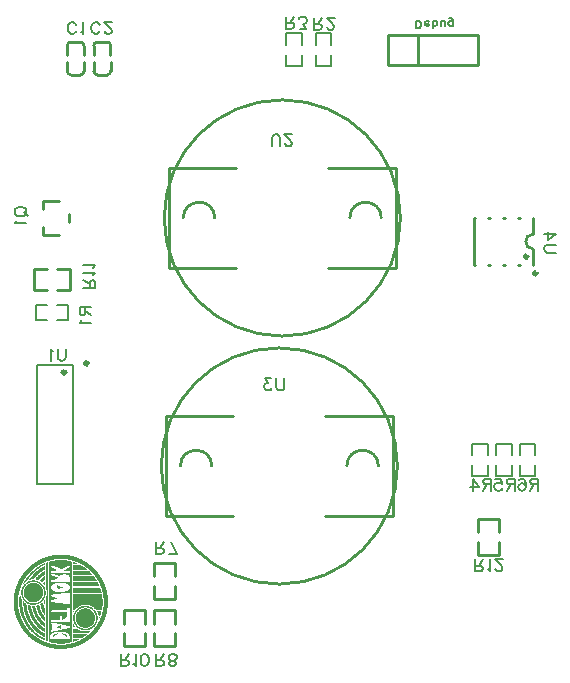
<source format=gbo>
G04 Layer: BottomSilkscreenLayer*
G04 EasyEDA Pro v2.2.27.1, 2024-09-03 10:08:37*
G04 Gerber Generator version 0.3*
G04 Scale: 100 percent, Rotated: No, Reflected: No*
G04 Dimensions in millimeters*
G04 Leading zeros omitted, absolute positions, 3 integers and 5 decimals*
%FSLAX35Y35*%
%MOMM*%
%ADD10C,0.1524*%
%ADD11C,0.254*%
%ADD12C,0.3*%
G75*


G04 Image Start*
G36*
G01X653572Y600000D02*
G01X652486Y599663D01*
G01X650275Y599551D01*
G01X648064Y599663D01*
G01X646977Y600000D01*
G01X645620Y600563D01*
G01X642121Y600991D01*
G01X629653Y601368D01*
G01X621199Y601511D01*
G01X618694Y602073D01*
G01X617018Y602622D01*
G01X612630Y602779D01*
G01X608248Y602939D01*
G01X606364Y603469D01*
G01X604698Y603988D01*
G01X601303Y604160D01*
G01X597908Y604330D01*
G01X596242Y604850D01*
G01X594752Y605356D01*
G01X592101Y605533D01*
G01X587013Y606202D01*
G01X584509Y606685D01*
G01X580973Y606887D01*
G01X577566Y607053D01*
G01X576201Y607597D01*
G01X575160Y608112D01*
G01X573211Y608288D01*
G01X571261Y608463D01*
G01X570220Y608978D01*
G01X569222Y609487D01*
G01X567460Y609669D01*
G01X565696Y609850D01*
G01X564699Y610359D01*
G01X563709Y610868D01*
G01X561997Y611064D01*
G01X558975Y611755D01*
G01X556156Y612430D01*
G01X552578Y613121D01*
G01X548597Y613811D01*
G01X546752Y613974D01*
G01X546001Y614502D01*
G01X545344Y615016D01*
G01X543932Y615192D01*
G01X542518Y615368D01*
G01X541861Y615883D01*
G01X541204Y616397D01*
G01X539790Y616573D01*
G01X538378Y616749D01*
G01X537720Y617264D01*
G01X537076Y617776D01*
G01X535721Y617954D01*
G01X534320Y618153D01*
G01X533413Y618645D01*
G01X532371Y619160D01*
G01X530416Y619335D01*
G01X528492Y619496D01*
G01X527726Y620025D01*
G01X527068Y620540D01*
G01X525656Y620716D01*
G01X524242Y620892D01*
G01X523585Y621406D01*
G01X523014Y621900D01*
G01X521982Y622097D01*
G01X520071Y622787D01*
G01X518223Y623478D01*
G01X517243Y623679D01*
G01X516683Y624168D01*
G01X516069Y624674D01*
G01X514851Y624859D01*
G01X513574Y625062D01*
G01X512709Y625550D01*
G01X511803Y626041D01*
G01X510409Y626240D01*
G01X509014Y626439D01*
G01X508108Y626931D01*
G01X506197Y627621D01*
G01X505165Y627818D01*
G01X504594Y628311D01*
G01X504024Y628804D01*
G01X502999Y629001D01*
G01X502004Y629176D01*
G01X501668Y629692D01*
G01X501331Y630208D01*
G01X500337Y630382D01*
G01X499310Y630580D01*
G01X498740Y631073D01*
G01X498169Y631566D01*
G01X497137Y631763D01*
G01X495226Y632454D01*
G01X494365Y632942D01*
G01X493099Y633145D01*
G01X491545Y633596D01*
G01X490285Y634364D01*
G01X488411Y635294D01*
G01X486912Y635907D01*
G01X486024Y636358D01*
G01X484763Y637126D01*
G01X482890Y638055D01*
G01X481217Y638668D01*
G01X479583Y639359D01*
G01X477973Y640049D01*
G01X476363Y640740D01*
G01X474975Y641430D01*
G01X473896Y642121D01*
G01X473366Y642608D01*
G01X472466Y642811D01*
G01X471611Y642994D01*
G01X471301Y643502D01*
G01X471004Y644004D01*
G01X470207Y644192D01*
G01X468541Y644883D01*
G01X466924Y645573D01*
G01X466108Y645776D01*
G01X465614Y646263D01*
G01X465099Y646751D01*
G01X464234Y646954D01*
G01X463368Y647157D01*
G01X462853Y647644D01*
G01X462324Y648132D01*
G01X461424Y648335D01*
G01X460568Y648518D01*
G01X460259Y649025D01*
G01X460073Y649513D01*
G01X459625Y649716D01*
G01X458419Y650406D01*
G01X457179Y651097D01*
G01X455823Y651788D01*
G01X454302Y652478D01*
G01X452898Y653169D01*
G01X451461Y653859D01*
G01X450851Y654062D01*
G01X450598Y654549D01*
G01X450329Y655038D01*
G01X449678Y655239D01*
G01X448757Y655691D01*
G01X447640Y656424D01*
G01X446274Y657353D01*
G01X445076Y658002D01*
G01X444328Y658205D01*
G01X443862Y658692D01*
G01X443292Y659185D01*
G01X442267Y659383D01*
G01X441273Y659558D01*
G01X440936Y660073D01*
G01X440733Y660561D01*
G01X440245Y660764D01*
G01X439556Y661235D01*
G01X438520Y662155D01*
G01X436473Y663252D01*
G01X435277Y664331D01*
G01X433997Y664906D01*
G01X433276Y665109D01*
G01X432821Y665597D01*
G01X431685Y666287D01*
G01X430814Y666739D01*
G01X429663Y667479D01*
G01X428851Y667871D01*
G01X428514Y668409D01*
G01X428311Y668861D01*
G01X427823Y669049D01*
G01X427133Y669485D01*
G01X426189Y670397D01*
G01X422427Y672355D01*
G01X420241Y673998D01*
G01X419800Y674573D01*
G01X417858Y675954D01*
G01X415529Y677335D01*
G01X414951Y677538D01*
G01X414711Y678026D01*
G01X414202Y678716D01*
G01X411951Y680097D01*
G01X409699Y681477D01*
G01X409190Y682168D01*
G01X408758Y682858D01*
G01X406816Y684240D01*
G01X404486Y685621D01*
G01X403909Y685823D01*
G01X403669Y686311D01*
G01X403257Y687002D01*
G01X400653Y689073D01*
G01X398857Y690536D01*
G01X397614Y691144D01*
G01X397016Y691347D01*
G01X396767Y691835D01*
G01X396360Y692525D01*
G01X393087Y695287D01*
G01X390808Y697238D01*
G01X389354Y698049D01*
G01X388741Y698252D01*
G01X388486Y698739D01*
G01X388283Y699227D01*
G01X387796Y699430D01*
G01X387308Y699633D01*
G01X387106Y700120D01*
G01X386903Y700608D01*
G01X386415Y700811D01*
G01X385928Y701014D01*
G01X385726Y701501D01*
G01X385523Y701989D01*
G01X385035Y702192D01*
G01X384548Y702395D01*
G01X384345Y702882D01*
G01X383864Y703573D01*
G01X381151Y705759D01*
G01X374661Y711859D01*
G01X368297Y717897D01*
G01X362261Y724265D01*
G01X356165Y730758D01*
G01X353979Y733471D01*
G01X353290Y733953D01*
G01X352802Y734156D01*
G01X352599Y734644D01*
G01X352396Y735132D01*
G01X351909Y735334D01*
G01X351422Y735537D01*
G01X351219Y736025D01*
G01X351016Y736513D01*
G01X350529Y736716D01*
G01X350041Y736919D01*
G01X349839Y737406D01*
G01X349636Y737894D01*
G01X349148Y738097D01*
G01X348661Y738352D01*
G01X348459Y738965D01*
G01X347648Y740420D01*
G01X345698Y742700D01*
G01X342937Y745925D01*
G01X342248Y746549D01*
G01X341557Y747446D01*
G01X339487Y750270D01*
G01X337417Y752875D01*
G01X336726Y753287D01*
G01X336239Y753527D01*
G01X336036Y754105D01*
G01X334656Y756435D01*
G01X333276Y758379D01*
G01X332586Y758811D01*
G01X331895Y759320D01*
G01X330515Y761573D01*
G01X329135Y763776D01*
G01X328445Y764501D01*
G01X327755Y765368D01*
G01X326374Y767482D01*
G01X324994Y769427D01*
G01X324419Y769868D01*
G01X322777Y772055D01*
G01X320820Y775818D01*
G01X319908Y776763D01*
G01X319473Y777453D01*
G01X319285Y777941D01*
G01X318833Y778144D01*
G01X318296Y778482D01*
G01X317904Y779295D01*
G01X317164Y780446D01*
G01X316712Y781317D01*
G01X316023Y782453D01*
G01X315535Y782919D01*
G01X315332Y783668D01*
G01X314684Y784866D01*
G01X313755Y786233D01*
G01X313023Y787351D01*
G01X312572Y788055D01*
G01X311881Y789025D01*
G01X311192Y789931D01*
G01X310989Y790384D01*
G01X310501Y790573D01*
G01X309986Y790910D01*
G01X309812Y791905D01*
G01X309614Y792931D01*
G01X309121Y793501D01*
G01X308634Y793967D01*
G01X308431Y794715D01*
G01X307782Y795914D01*
G01X306854Y797281D01*
G01X306122Y798398D01*
G01X305670Y799318D01*
G01X305469Y799971D01*
G01X304981Y800240D01*
G01X304493Y800493D01*
G01X304290Y801104D01*
G01X303600Y802541D01*
G01X302910Y803945D01*
G01X302220Y805467D01*
G01X301530Y806824D01*
G01X300840Y808065D01*
G01X300149Y809272D01*
G01X299947Y809720D01*
G01X299459Y809906D01*
G01X298942Y810251D01*
G01X298769Y811287D01*
G01X298597Y812322D01*
G01X298079Y812667D01*
G01X297572Y812977D01*
G01X297389Y813833D01*
G01X297186Y814734D01*
G01X296699Y815263D01*
G01X296211Y815757D01*
G01X296009Y816574D01*
G01X295318Y818192D01*
G01X294629Y819810D01*
G01X294426Y820626D01*
G01X293938Y821120D01*
G01X293451Y821586D01*
G01X293248Y822334D01*
G01X293045Y823083D01*
G01X292558Y823549D01*
G01X292071Y824064D01*
G01X291868Y824930D01*
G01X291665Y825796D01*
G01X291178Y826311D01*
G01X290690Y826805D01*
G01X290487Y827621D01*
G01X289798Y829239D01*
G01X289107Y830874D01*
G01X288495Y832548D01*
G01X287566Y834422D01*
G01X286799Y835683D01*
G01X286347Y836572D01*
G01X285734Y838072D01*
G01X284806Y839946D01*
G01X284037Y841208D01*
G01X283587Y842762D01*
G01X283384Y844029D01*
G01X282896Y844890D01*
G01X282206Y846802D01*
G01X282009Y847834D01*
G01X281516Y848406D01*
G01X281026Y848967D01*
G01X280825Y849953D01*
G01X280625Y850940D01*
G01X280136Y851501D01*
G01X279648Y852014D01*
G01X279445Y852875D01*
G01X278756Y854557D01*
G01X278065Y856167D01*
G01X277375Y857779D01*
G01X276884Y858685D01*
G01X276685Y860080D01*
G01X276486Y861475D01*
G01X275995Y862382D01*
G01X275508Y863248D01*
G01X275305Y864525D01*
G01X275120Y865744D01*
G01X274615Y866358D01*
G01X274124Y866922D01*
G01X273925Y867922D01*
G01X273234Y869912D01*
G01X272544Y871800D01*
G01X272342Y872724D01*
G01X271854Y873263D01*
G01X271343Y873908D01*
G01X271164Y875264D01*
G01X270965Y876664D01*
G01X270474Y877572D01*
G01X269965Y878570D01*
G01X269784Y880335D01*
G01X269602Y882098D01*
G01X269094Y883096D01*
G01X268603Y884003D01*
G01X268404Y885398D01*
G01X268205Y886793D01*
G01X267713Y887699D01*
G01X267226Y888544D01*
G01X267023Y889771D01*
G01X266820Y890997D01*
G01X266333Y891843D01*
G01X265846Y892694D01*
G01X265643Y893937D01*
G01X264953Y896150D01*
G01X264462Y897186D01*
G01X264263Y898729D01*
G01X263573Y902271D01*
G01X262882Y906112D01*
G01X262701Y907876D01*
G01X262193Y908874D01*
G01X261683Y909876D01*
G01X261502Y911659D01*
G01X261316Y913460D01*
G01X260812Y914562D01*
G01X260315Y915631D01*
G01X260122Y917301D01*
G01X259936Y918951D01*
G01X259432Y919922D01*
G01X258911Y921007D01*
G01X258742Y923150D01*
G01X258585Y925265D01*
G01X258051Y926072D01*
G01X257499Y927159D01*
G01X257341Y930609D01*
G01X257141Y934202D01*
G01X256658Y936723D01*
G01X255985Y942016D01*
G01X255795Y944900D01*
G01X255289Y946788D01*
G01X254781Y948689D01*
G01X254601Y951648D01*
G01X254435Y954539D01*
G01X253925Y956083D01*
G01X253395Y958006D01*
G01X253236Y962560D01*
G01X253082Y967114D01*
G01X252531Y968715D01*
G01X252179Y969414D01*
G01X251966Y971135D01*
G01X251817Y979704D01*
G01X251487Y992341D01*
G01X251094Y995511D01*
G01X250542Y996690D01*
G01X250141Y997645D01*
G01X250000Y1000011D01*
G01X288174Y1000011D01*
G01X288299Y978954D01*
G01X288676Y967104D01*
G01X289486Y957115D01*
G01X289867Y952661D01*
G01X290372Y950694D01*
G01X290795Y949389D01*
G01X290963Y946873D01*
G01X291146Y944227D01*
G01X291652Y942734D01*
G01X292150Y941320D01*
G01X292328Y938970D01*
G01X292498Y936637D01*
G01X293018Y935408D01*
G01X293530Y934241D01*
G01X293708Y932176D01*
G01X293868Y930185D01*
G01X294341Y929266D01*
G01X294869Y928004D01*
G01X295179Y924860D01*
G01X295927Y920279D01*
G01X296469Y917616D01*
G01X296667Y915855D01*
G01X297144Y914601D01*
G01X297835Y911807D01*
G01X298039Y910279D01*
G01X298539Y909334D01*
G01X299026Y908499D01*
G01X299229Y907295D01*
G01X299905Y904934D01*
G01X300595Y902601D01*
G01X300808Y901416D01*
G01X301300Y900588D01*
G01X301814Y899553D01*
G01X301990Y897628D01*
G01X302180Y895662D01*
G01X302665Y894347D01*
G01X303355Y891990D01*
G01X304060Y889837D01*
G01X304750Y887781D01*
G01X304946Y886728D01*
G01X305441Y886152D01*
G01X305948Y885524D01*
G01X306130Y884247D01*
G01X306312Y882970D01*
G01X306821Y882342D01*
G01X307308Y881789D01*
G01X307511Y880833D01*
G01X308186Y878696D01*
G01X308876Y876133D01*
G01X309089Y874785D01*
G01X309581Y873890D01*
G01X310272Y872049D01*
G01X310961Y870207D01*
G01X311652Y868526D01*
G01X311854Y867664D01*
G01X312341Y867152D01*
G01X312831Y866591D01*
G01X313032Y865605D01*
G01X313233Y864618D01*
G01X313722Y864057D01*
G01X314217Y863481D01*
G01X314412Y862429D01*
G01X315103Y860376D01*
G01X315792Y858328D01*
G01X316483Y856398D01*
G01X317172Y854993D01*
G01X317863Y853472D01*
G01X318553Y851813D01*
G01X318755Y851052D01*
G01X319243Y850580D01*
G01X319934Y849501D01*
G01X320623Y848112D01*
G01X321314Y846271D01*
G01X322003Y844430D01*
G01X322694Y843025D01*
G01X323384Y841504D01*
G01X324074Y840146D01*
G01X324764Y838905D01*
G01X325454Y837518D01*
G01X326144Y836438D01*
G01X326632Y835972D01*
G01X326834Y835223D01*
G01X327037Y834475D01*
G01X327525Y834008D01*
G01X328013Y833449D01*
G01X328215Y832468D01*
G01X328905Y830620D01*
G01X329595Y829232D01*
G01X330285Y828152D01*
G01X330772Y827686D01*
G01X330975Y826938D01*
G01X331178Y826189D01*
G01X331665Y825723D01*
G01X332355Y824643D01*
G01X333046Y823255D01*
G01X333736Y822048D01*
G01X333939Y821600D01*
G01X334426Y821414D01*
G01X334941Y821078D01*
G01X335116Y820090D01*
G01X335806Y818192D01*
G01X336496Y816754D01*
G01X336699Y816144D01*
G01X337186Y815890D01*
G01X337674Y815636D01*
G01X337877Y815026D01*
G01X338566Y813589D01*
G01X339257Y812431D01*
G01X339947Y811581D01*
G01X340434Y811115D01*
G01X340637Y810366D01*
G01X340840Y809618D01*
G01X341327Y809152D01*
G01X342017Y808072D01*
G01X342708Y806684D01*
G01X343397Y805695D01*
G01X345122Y802979D01*
G01X347177Y800700D01*
G01X347539Y799534D01*
G01X347741Y798634D01*
G01X348228Y798104D01*
G01X348919Y797380D01*
G01X350299Y795176D01*
G01X351679Y792923D01*
G01X352315Y792414D01*
G01X353247Y791609D01*
G01X354350Y789381D01*
G01X355332Y788271D01*
G01X356003Y787465D01*
G01X357092Y785367D01*
G01X358733Y783469D01*
G01X359961Y781849D01*
G01X360651Y781366D01*
G01X361158Y781057D01*
G01X361341Y780201D01*
G01X361544Y779300D01*
G01X362031Y778771D01*
G01X362721Y777865D01*
G01X362924Y777412D01*
G01X363411Y777224D01*
G01X363899Y777021D01*
G01X364101Y776533D01*
G01X364288Y776045D01*
G01X364738Y775843D01*
G01X365670Y775037D01*
G01X366793Y772781D01*
G01X367807Y771699D01*
G01X368242Y771009D01*
G01X368445Y770522D01*
G01X368933Y770319D01*
G01X369420Y770116D01*
G01X369622Y769629D01*
G01X369825Y769141D01*
G01X370313Y768938D01*
G01X371005Y768362D01*
G01X372385Y766316D01*
G01X373764Y764453D01*
G01X375124Y762932D01*
G01X376504Y761227D01*
G01X377214Y760652D01*
G01X377701Y760449D01*
G01X377904Y759962D01*
G01X378107Y759474D01*
G01X378595Y759271D01*
G01X379082Y759068D01*
G01X379284Y758581D01*
G01X379487Y758093D01*
G01X379975Y757890D01*
G01X380664Y757381D01*
G01X384400Y752765D01*
G01X392722Y743987D01*
G01X401303Y735474D01*
G01X405814Y731652D01*
G01X406723Y730962D01*
G01X407629Y730271D01*
G01X408081Y730069D01*
G01X408269Y729581D01*
G01X408472Y729093D01*
G01X408960Y728890D01*
G01X409447Y728687D01*
G01X409650Y728199D01*
G01X409852Y727712D01*
G01X410340Y727509D01*
G01X410828Y727306D01*
G01X411031Y726819D01*
G01X411605Y726109D01*
G01X413309Y724728D01*
G01X414830Y723367D01*
G01X416691Y721988D01*
G01X418736Y720607D01*
G01X419312Y719914D01*
G01X419515Y719426D01*
G01X420002Y719223D01*
G01X420489Y719021D01*
G01X420692Y718533D01*
G01X420895Y718046D01*
G01X421382Y717843D01*
G01X422072Y717408D01*
G01X423153Y716392D01*
G01X425408Y715269D01*
G01X426213Y714337D01*
G01X426416Y713887D01*
G01X426903Y713700D01*
G01X427391Y713497D01*
G01X427593Y713009D01*
G01X427782Y712522D01*
G01X428234Y712319D01*
G01X429140Y711628D01*
G01X429669Y711141D01*
G01X430570Y710938D01*
G01X431425Y710755D01*
G01X431734Y710247D01*
G01X432309Y709538D01*
G01X434013Y708156D01*
G01X435738Y706795D01*
G01X436335Y706344D01*
G01X437452Y705612D01*
G01X438818Y704682D01*
G01X440016Y704033D01*
G01X440764Y703831D01*
G01X441230Y703343D01*
G01X442136Y702652D01*
G01X442776Y702016D01*
G01X443581Y701083D01*
G01X445836Y699960D01*
G01X446917Y698945D01*
G01X447607Y698510D01*
G01X448297Y698058D01*
G01X449484Y697309D01*
G01X452116Y695689D01*
G01X454165Y694366D01*
G01X455032Y693676D01*
G01X455881Y692985D01*
G01X457039Y692295D01*
G01X458427Y691605D01*
G01X459506Y690915D01*
G01X460035Y690427D01*
G01X460935Y690224D01*
G01X461791Y690040D01*
G01X462100Y689533D01*
G01X462286Y689045D01*
G01X462734Y688843D01*
G01X463940Y688152D01*
G01X465327Y687462D01*
G01X466407Y686771D01*
G01X467320Y686081D01*
G01X468541Y685390D01*
G01X470438Y684700D01*
G01X471426Y684525D01*
G01X471761Y684009D01*
G01X471948Y683522D01*
G01X472395Y683319D01*
G01X473602Y682629D01*
G01X474989Y681938D01*
G01X476069Y681248D01*
G01X476535Y680760D01*
G01X477283Y680557D01*
G01X478031Y680354D01*
G01X478496Y679867D01*
G01X479576Y679176D01*
G01X480963Y678486D01*
G01X482811Y677795D01*
G01X483791Y677594D01*
G01X484351Y677104D01*
G01X484880Y676617D01*
G01X485780Y676414D01*
G01X486635Y676231D01*
G01X486944Y675723D01*
G01X487198Y675236D01*
G01X487808Y675033D01*
G01X489245Y674343D01*
G01X490484Y673653D01*
G01X491841Y672962D01*
G01X493362Y672272D01*
G01X494766Y671581D01*
G01X496606Y670891D01*
G01X498446Y670200D01*
G01X499834Y669509D01*
G01X500913Y668819D01*
G01X501426Y668331D01*
G01X502287Y668128D01*
G01X503968Y667438D01*
G01X505290Y666733D01*
G01X506931Y666042D01*
G01X509001Y665352D01*
G01X511072Y664661D01*
G01X513042Y663986D01*
G01X513880Y663783D01*
G01X514383Y663295D01*
G01X514944Y662806D01*
G01X515930Y662605D01*
G01X516916Y662404D01*
G01X517476Y661914D01*
G01X517989Y661427D01*
G01X518850Y661224D01*
G01X520531Y660533D01*
G01X522371Y659843D01*
G01X524211Y659152D01*
G01X525106Y658660D01*
G01X526453Y658447D01*
G01X529015Y657757D01*
G01X531152Y657081D01*
G01X532107Y656878D01*
G01X532659Y656391D01*
G01X533317Y655876D01*
G01X534730Y655700D01*
G01X536142Y655524D01*
G01X536800Y655010D01*
G01X537372Y654516D01*
G01X538403Y654319D01*
G01X540315Y653629D01*
G01X541142Y653137D01*
G01X542326Y652924D01*
G01X544658Y652233D01*
G01X545991Y651745D01*
G01X548026Y651557D01*
G01X550038Y651378D01*
G01X551192Y650866D01*
G01X553262Y650176D01*
G01X555333Y649485D01*
G01X556335Y648998D01*
G01X557774Y648795D01*
G01X559187Y648597D01*
G01X560098Y648105D01*
G01X561022Y647610D01*
G01X562488Y647415D01*
G01X563974Y647212D01*
G01X564995Y646724D01*
G01X566050Y646229D01*
G01X567666Y646034D01*
G01X571299Y645343D01*
G01X576130Y644652D01*
G01X578702Y644491D01*
G01X579882Y643962D01*
G01X580916Y643446D01*
G01X582814Y643257D01*
G01X584752Y643053D01*
G01X586066Y642567D01*
G01X587475Y642069D01*
G01X589805Y641890D01*
G01X592105Y641724D01*
G01X593225Y641200D01*
G01X594467Y640666D01*
G01X597330Y640509D01*
G01X600078Y640357D01*
G01X601436Y639934D01*
G01X603459Y639423D01*
G01X608084Y639025D01*
G01X608084Y639025D01*
G01X618069Y638256D01*
G01X650275Y637831D01*
G01X682481Y638256D01*
G01X692465Y639025D01*
G01X697091Y639423D01*
G01X699114Y639934D01*
G01X700472Y640357D01*
G01X703220Y640509D01*
G01X706083Y640666D01*
G01X707325Y641200D01*
G01X708445Y641724D01*
G01X710745Y641890D01*
G01X713075Y642069D01*
G01X714484Y642567D01*
G01X715798Y643053D01*
G01X717736Y643257D01*
G01X719634Y643446D01*
G01X720668Y643962D01*
G01X721848Y644491D01*
G01X724420Y644652D01*
G01X729250Y645343D01*
G01X732883Y646034D01*
G01X734500Y646229D01*
G01X735556Y646724D01*
G01X736576Y647212D01*
G01X738063Y647415D01*
G01X739528Y647610D01*
G01X740452Y648105D01*
G01X741362Y648597D01*
G01X742776Y648795D01*
G01X744215Y648998D01*
G01X745217Y649485D01*
G01X747287Y650176D01*
G01X749358Y650866D01*
G01X750511Y651378D01*
G01X752523Y651557D01*
G01X754558Y651745D01*
G01X755892Y652233D01*
G01X758224Y652924D01*
G01X759408Y653137D01*
G01X760236Y653629D01*
G01X762146Y654319D01*
G01X763178Y654516D01*
G01X763749Y655010D01*
G01X764407Y655524D01*
G01X765820Y655700D01*
G01X767233Y655876D01*
G01X767891Y656391D01*
G01X768443Y656878D01*
G01X769399Y657081D01*
G01X771535Y657757D01*
G01X774097Y658447D01*
G01X775444Y658660D01*
G01X776339Y659152D01*
G01X778179Y659843D01*
G01X780019Y660533D01*
G01X781700Y661224D01*
G01X782561Y661427D01*
G01X783073Y661914D01*
G01X783634Y662404D01*
G01X784620Y662605D01*
G01X785606Y662806D01*
G01X786167Y663295D01*
G01X786670Y663783D01*
G01X787508Y663986D01*
G01X789478Y664661D01*
G01X791548Y665352D01*
G01X793619Y666042D01*
G01X795261Y666733D01*
G01X796582Y667438D01*
G01X798264Y668128D01*
G01X799124Y668331D01*
G01X799636Y668819D01*
G01X800716Y669509D01*
G01X802104Y670200D01*
G01X803944Y670891D01*
G01X805784Y671581D01*
G01X807188Y672272D01*
G01X808632Y672885D01*
G01X810505Y673814D01*
G01X811766Y674582D01*
G01X812686Y675033D01*
G01X813337Y675235D01*
G01X813606Y675723D01*
G01X813915Y676231D01*
G01X814770Y676414D01*
G01X815671Y676617D01*
G01X816200Y677104D01*
G01X816759Y677594D01*
G01X817739Y677795D01*
G01X819586Y678486D01*
G01X820974Y679176D01*
G01X822054Y679867D01*
G01X822519Y680354D01*
G01X823267Y680557D01*
G01X824015Y680760D01*
G01X824481Y681248D01*
G01X825560Y681938D01*
G01X826948Y682629D01*
G01X828155Y683319D01*
G01X828602Y683522D01*
G01X828788Y684009D01*
G01X829124Y684525D01*
G01X830112Y684700D01*
G01X832009Y685390D01*
G01X833446Y686081D01*
G01X834055Y686284D01*
G01X834309Y686771D01*
G01X834563Y687259D01*
G01X835173Y687462D01*
G01X836609Y688152D01*
G01X837767Y688843D01*
G01X838617Y689533D01*
G01X839083Y690021D01*
G01X839831Y690224D01*
G01X840579Y690427D01*
G01X841044Y690915D01*
G01X842123Y691605D01*
G01X843511Y692295D01*
G01X844668Y692985D01*
G01X845518Y693676D01*
G01X846385Y694366D01*
G01X848498Y695747D01*
G01X850915Y697129D01*
G01X852086Y697819D01*
G01X852992Y698510D01*
G01X853633Y698945D01*
G01X854714Y699960D01*
G01X856969Y701083D01*
G01X857774Y701961D01*
G01X858579Y702841D01*
G01X860807Y703945D01*
G01X861914Y704929D01*
G01X863065Y705603D01*
G01X864215Y706344D01*
G01X864812Y706795D01*
G01X866537Y708156D01*
G01X868241Y709538D01*
G01X868816Y710247D01*
G01X869125Y710755D01*
G01X869981Y710938D01*
G01X870881Y711141D01*
G01X871410Y711628D01*
G01X872316Y712319D01*
G01X872768Y712522D01*
G01X872956Y713009D01*
G01X873159Y713497D01*
G01X873647Y713700D01*
G01X874134Y713887D01*
G01X874337Y714337D01*
G01X875142Y715269D01*
G01X877397Y716392D01*
G01X878478Y717408D01*
G01X879168Y717843D01*
G01X879655Y718046D01*
G01X879858Y718533D01*
G01X880061Y719021D01*
G01X880548Y719223D01*
G01X881035Y719426D01*
G01X881238Y719914D01*
G01X881813Y720607D01*
G01X883859Y721988D01*
G01X885721Y723367D01*
G01X887241Y724728D01*
G01X888945Y726109D01*
G01X889520Y726819D01*
G01X889980Y727509D01*
G01X891354Y728436D01*
G01X892280Y729811D01*
G01X892789Y730271D01*
G01X894498Y731358D01*
G01X897823Y734240D01*
G01X907049Y743114D01*
G01X915918Y752344D01*
G01X918799Y755671D01*
G01X919885Y757381D01*
G01X920346Y757890D01*
G01X921719Y758817D01*
G01X922646Y760191D01*
G01X923336Y760652D01*
G01X924045Y761227D01*
G01X925426Y762932D01*
G01X926786Y764453D01*
G01X928165Y766316D01*
G01X929545Y768362D01*
G01X930237Y768938D01*
G01X930725Y769141D01*
G01X930928Y769629D01*
G01X931130Y770116D01*
G01X931617Y770319D01*
G01X932105Y770522D01*
G01X932308Y771009D01*
G01X932742Y771699D01*
G01X933757Y772781D01*
G01X934880Y775037D01*
G01X935812Y775843D01*
G01X936261Y776045D01*
G01X936448Y776533D01*
G01X936651Y777021D01*
G01X937139Y777224D01*
G01X937626Y777412D01*
G01X937828Y777865D01*
G01X938519Y778771D01*
G01X939006Y779300D01*
G01X939209Y780201D01*
G01X939392Y781057D01*
G01X939899Y781366D01*
G01X940589Y781849D01*
G01X941816Y783469D01*
G01X943458Y785367D01*
G01X944546Y787465D01*
G01X945219Y788271D01*
G01X946200Y789381D01*
G01X947302Y791609D01*
G01X948234Y792414D01*
G01X948871Y792923D01*
G01X950251Y795176D01*
G01X951631Y797380D01*
G01X952322Y798104D01*
G01X952809Y798634D01*
G01X953011Y799534D01*
G01X953374Y800700D01*
G01X955428Y802979D01*
G01X957153Y805695D01*
G01X957842Y806684D01*
G01X958533Y808072D01*
G01X959222Y809152D01*
G01X959710Y809618D01*
G01X959913Y810366D01*
G01X960116Y811115D01*
G01X960603Y811581D01*
G01X961293Y812431D01*
G01X961984Y813589D01*
G01X962673Y815026D01*
G01X962876Y815636D01*
G01X963364Y815890D01*
G01X963851Y816144D01*
G01X964053Y816754D01*
G01X964744Y818192D01*
G01X965434Y820090D01*
G01X965609Y821078D01*
G01X966124Y821414D01*
G01X966612Y821600D01*
G01X966815Y822048D01*
G01X967504Y823255D01*
G01X968195Y824643D01*
G01X968884Y825723D01*
G01X969372Y826189D01*
G01X969575Y826938D01*
G01X969777Y827686D01*
G01X970265Y828152D01*
G01X970955Y829232D01*
G01X971645Y830620D01*
G01X972335Y832468D01*
G01X972537Y833449D01*
G01X973026Y834008D01*
G01X973513Y834475D01*
G01X973715Y835223D01*
G01X973918Y835972D01*
G01X974406Y836438D01*
G01X975096Y837518D01*
G01X975786Y838905D01*
G01X976476Y840146D01*
G01X977166Y841504D01*
G01X977856Y843025D01*
G01X978546Y844430D01*
G01X979236Y846271D01*
G01X979927Y848112D01*
G01X980617Y849501D01*
G01X981307Y850580D01*
G01X981794Y851095D01*
G01X981997Y851961D01*
G01X982200Y852827D01*
G01X982687Y853342D01*
G01X983174Y853855D01*
G01X983377Y854716D01*
G01X984067Y856398D01*
G01X984772Y858181D01*
G01X985462Y860284D01*
G01X986138Y862183D01*
G01X986828Y863763D01*
G01X987518Y865611D01*
G01X987719Y866592D01*
G01X988208Y867152D01*
G01X988696Y867623D01*
G01X988898Y868385D01*
G01X989589Y870043D01*
G01X990293Y871737D01*
G01X990983Y873633D01*
G01X991674Y876164D01*
G01X992363Y878696D01*
G01X993039Y880833D01*
G01X993242Y881789D01*
G01X993729Y882342D01*
G01X994222Y882914D01*
G01X994420Y883946D01*
G01X995109Y885858D01*
G01X995800Y887789D01*
G01X996489Y889837D01*
G01X997194Y891990D01*
G01X997885Y894347D01*
G01X998370Y895662D01*
G01X998560Y897628D01*
G01X998736Y899553D01*
G01X999251Y900588D01*
G01X999738Y901433D01*
G01X999940Y902660D01*
G01X1000143Y903886D01*
G01X1000631Y904731D01*
G01X1001121Y905638D01*
G01X1001320Y907033D01*
G01X1001520Y908428D01*
G01X1002011Y909334D01*
G01X1002511Y910287D01*
G01X1002701Y911866D01*
G01X1002890Y913445D01*
G01X1003391Y914397D01*
G01X1003900Y915396D01*
G01X1004081Y917163D01*
G01X1004769Y920674D01*
G01X1005276Y922572D01*
G01X1005458Y925511D01*
G01X1005607Y928339D01*
G01X1006151Y929294D01*
G01X1006684Y930088D01*
G01X1006842Y932138D01*
G01X1007018Y934234D01*
G01X1007532Y935408D01*
G01X1008053Y936636D01*
G01X1008237Y938943D01*
G01X1008428Y941266D01*
G01X1008927Y942680D01*
G01X1009429Y944136D01*
G01X1009602Y946656D01*
G01X1009792Y949249D01*
G01X1010289Y951055D01*
G01X1010812Y953165D01*
G01X1010980Y956980D01*
G01X1011496Y963195D01*
G01X1012173Y974270D01*
G01X1012477Y995900D01*
G01X1012368Y1018668D01*
G01X1011804Y1033160D01*
G01X1011034Y1043149D01*
G01X1010675Y1047433D01*
G01X1010178Y1049340D01*
G01X1009755Y1050644D01*
G01X1009588Y1053160D01*
G01X1009404Y1055806D01*
G01X1008897Y1057299D01*
G01X1008400Y1058713D01*
G01X1008222Y1061063D01*
G01X1008052Y1063396D01*
G01X1007532Y1064625D01*
G01X1007018Y1065799D01*
G01X1006842Y1067895D01*
G01X1006684Y1069945D01*
G01X1006151Y1070739D01*
G01X1005607Y1071694D01*
G01X1005458Y1074522D01*
G01X1005276Y1077461D01*
G01X1004769Y1079359D01*
G01X1004081Y1082870D01*
G01X1003900Y1084637D01*
G01X1003391Y1085636D01*
G01X1002890Y1086588D01*
G01X1002701Y1088167D01*
G01X1002511Y1089746D01*
G01X1002011Y1090699D01*
G01X1001520Y1091605D01*
G01X1001320Y1093000D01*
G01X1001121Y1094395D01*
G01X1000631Y1095302D01*
G01X1000143Y1096147D01*
G01X999940Y1097373D01*
G01X999738Y1098600D01*
G01X999251Y1099445D01*
G01X998736Y1100480D01*
G01X998560Y1102405D01*
G01X998370Y1104371D01*
G01X997885Y1105687D01*
G01X997194Y1108043D01*
G01X996489Y1110196D01*
G01X995800Y1112244D01*
G01X995109Y1114175D01*
G01X994420Y1116087D01*
G01X994222Y1117119D01*
G01X993729Y1117691D01*
G01X993242Y1118243D01*
G01X993039Y1119199D01*
G01X992363Y1121337D01*
G01X991674Y1123900D01*
G01X991460Y1125248D01*
G01X990969Y1126143D01*
G01X990278Y1128008D01*
G01X989589Y1129990D01*
G01X988898Y1131648D01*
G01X988696Y1132410D01*
G01X988208Y1132882D01*
G01X987719Y1133442D01*
G01X987518Y1134429D01*
G01X987317Y1135415D01*
G01X986828Y1135976D01*
G01X986333Y1136552D01*
G01X986138Y1137604D01*
G01X985447Y1139657D01*
G01X984758Y1141705D01*
G01X984067Y1143635D01*
G01X983377Y1145317D01*
G01X983174Y1146178D01*
G01X982687Y1146691D01*
G01X982200Y1147206D01*
G01X981997Y1148072D01*
G01X981794Y1148938D01*
G01X981307Y1149453D01*
G01X980820Y1149968D01*
G01X980617Y1150834D01*
G01X980414Y1151699D01*
G01X979927Y1152214D01*
G01X979437Y1152774D01*
G01X979236Y1153755D01*
G01X978546Y1155603D01*
G01X977856Y1157008D01*
G01X977243Y1158452D01*
G01X976315Y1160326D01*
G01X975547Y1161587D01*
G01X975096Y1162459D01*
G01X974406Y1163595D01*
G01X973918Y1164061D01*
G01X973715Y1164810D01*
G01X973513Y1165558D01*
G01X973026Y1166024D01*
G01X972537Y1166584D01*
G01X972335Y1167564D01*
G01X971645Y1169413D01*
G01X970955Y1170801D01*
G01X970265Y1171881D01*
G01X969777Y1172347D01*
G01X969575Y1173095D01*
G01X969372Y1173844D01*
G01X968884Y1174310D01*
G01X968195Y1175390D01*
G01X967504Y1176778D01*
G01X966815Y1177985D01*
G01X966612Y1178433D01*
G01X966124Y1178619D01*
G01X965608Y1178959D01*
G01X965434Y1179967D01*
G01X964744Y1182006D01*
G01X964053Y1183420D01*
G01X963851Y1183930D01*
G01X963364Y1184143D01*
G01X962876Y1184397D01*
G01X962673Y1185007D01*
G01X961984Y1186444D01*
G01X961293Y1187602D01*
G01X960603Y1188452D01*
G01X960116Y1188919D01*
G01X959913Y1189667D01*
G01X959710Y1190415D01*
G01X959222Y1190881D01*
G01X958533Y1191961D01*
G01X957842Y1193349D01*
G01X957153Y1194375D01*
G01X955772Y1196571D01*
G01X954392Y1198825D01*
G01X953702Y1199333D01*
G01X953197Y1199636D01*
G01X953011Y1200461D01*
G01X952437Y1201957D01*
G01X951358Y1203154D01*
G01X950261Y1205202D01*
G01X949343Y1206238D01*
G01X948871Y1206928D01*
G01X948684Y1207416D01*
G01X948234Y1207619D01*
G01X947302Y1208424D01*
G01X946199Y1210654D01*
G01X945215Y1211762D01*
G01X944541Y1212913D01*
G01X943801Y1214063D01*
G01X943350Y1214661D01*
G01X941989Y1216387D01*
G01X940608Y1218091D01*
G01X939899Y1218667D01*
G01X939392Y1218976D01*
G01X939209Y1219832D01*
G01X939006Y1220733D01*
G01X938519Y1221262D01*
G01X937828Y1222169D01*
G01X937626Y1222621D01*
G01X937139Y1222809D01*
G01X936651Y1223012D01*
G01X936448Y1223500D01*
G01X936261Y1223988D01*
G01X935812Y1224190D01*
G01X934880Y1224996D01*
G01X933757Y1227252D01*
G01X932742Y1228334D01*
G01X932308Y1229024D01*
G01X932105Y1229512D01*
G01X931617Y1229715D01*
G01X931130Y1229917D01*
G01X930928Y1230405D01*
G01X930725Y1230892D01*
G01X930237Y1231095D01*
G01X929547Y1231697D01*
G01X928403Y1233690D01*
G01X925521Y1236963D01*
G01X924026Y1238936D01*
G01X923336Y1239381D01*
G01X922646Y1239841D01*
G01X921719Y1241216D01*
G01X920346Y1242143D01*
G01X919885Y1242784D01*
G01X919195Y1243690D01*
G01X918505Y1244660D01*
G01X914919Y1248742D01*
G01X906962Y1256854D01*
G01X898839Y1264800D01*
G01X894751Y1268381D01*
G01X893827Y1269071D01*
G01X892921Y1269762D01*
G01X892280Y1270222D01*
G01X891354Y1271597D01*
G01X889980Y1272524D01*
G01X889520Y1273215D01*
G01X889034Y1273905D01*
G01X887309Y1275201D01*
G01X884137Y1277970D01*
G01X881747Y1279429D01*
G01X881238Y1280119D01*
G01X881035Y1280607D01*
G01X880548Y1280810D01*
G01X880061Y1281012D01*
G01X879858Y1281500D01*
G01X879655Y1281987D01*
G01X879168Y1282191D01*
G01X878478Y1282625D01*
G01X877397Y1283641D01*
G01X875142Y1284764D01*
G01X874337Y1285696D01*
G01X874134Y1286146D01*
G01X873647Y1286333D01*
G01X873159Y1286536D01*
G01X872956Y1287024D01*
G01X872768Y1287511D01*
G01X872316Y1287714D01*
G01X871410Y1288405D01*
G01X870881Y1288892D01*
G01X869981Y1289095D01*
G01X869125Y1289278D01*
G01X868816Y1289786D01*
G01X868241Y1290495D01*
G01X866537Y1291876D01*
G01X864812Y1293238D01*
G01X864215Y1293689D01*
G01X863065Y1294430D01*
G01X861914Y1295104D01*
G01X860807Y1296088D01*
G01X858579Y1297193D01*
G01X857774Y1298071D01*
G01X856969Y1298950D01*
G01X854714Y1300073D01*
G01X853633Y1301089D01*
G01X852943Y1301523D01*
G01X852253Y1301975D01*
G01X851066Y1302725D01*
G01X848434Y1304344D01*
G01X846385Y1305667D01*
G01X845518Y1306357D01*
G01X844668Y1307048D01*
G01X843511Y1307738D01*
G01X842123Y1308429D01*
G01X841044Y1309119D01*
G01X840515Y1309606D01*
G01X839615Y1309809D01*
G01X838759Y1309993D01*
G01X838450Y1310499D01*
G01X838264Y1310987D01*
G01X837817Y1311190D01*
G01X836609Y1311881D01*
G01X835222Y1312571D01*
G01X834143Y1313262D01*
G01X833230Y1313952D01*
G01X832009Y1314643D01*
G01X830112Y1315333D01*
G01X829124Y1315508D01*
G01X828788Y1316024D01*
G01X828602Y1316511D01*
G01X828155Y1316714D01*
G01X826948Y1317405D01*
G01X825560Y1318095D01*
G01X824481Y1318785D01*
G01X824015Y1319273D01*
G01X823267Y1319476D01*
G01X822519Y1319679D01*
G01X822054Y1320166D01*
G01X820951Y1320857D01*
G01X819422Y1321547D01*
G01X817598Y1322238D01*
G01X816720Y1322441D01*
G01X816200Y1322928D01*
G01X815671Y1323416D01*
G01X814770Y1323619D01*
G01X813915Y1323802D01*
G01X813606Y1324310D01*
G01X813352Y1324797D01*
G01X812742Y1325000D01*
G01X811305Y1325691D01*
G01X810066Y1326381D01*
G01X808709Y1327071D01*
G01X807188Y1327761D01*
G01X805784Y1328452D01*
G01X803944Y1329142D01*
G01X802104Y1329833D01*
G01X800716Y1330523D01*
G01X799636Y1331214D01*
G01X799124Y1331702D01*
G01X798264Y1331905D01*
G01X796582Y1332595D01*
G01X795261Y1333300D01*
G01X793619Y1333991D01*
G01X791548Y1334681D01*
G01X789478Y1335372D01*
G01X787293Y1336047D01*
G01X786331Y1336224D01*
G01X786001Y1336737D01*
G01X785664Y1337253D01*
G01X784670Y1337428D01*
G01X783643Y1337626D01*
G01X783073Y1338119D01*
G01X782561Y1338606D01*
G01X781700Y1338809D01*
G01X780019Y1339500D01*
G01X778179Y1340190D01*
G01X776339Y1340881D01*
G01X775444Y1341373D01*
G01X774097Y1341586D01*
G01X771535Y1342276D01*
G01X769399Y1342952D01*
G01X768443Y1343155D01*
G01X767891Y1343643D01*
G01X767233Y1344157D01*
G01X765820Y1344333D01*
G01X764407Y1344509D01*
G01X763749Y1345023D01*
G01X763178Y1345517D01*
G01X762146Y1345714D01*
G01X760236Y1346404D01*
G01X759408Y1346896D01*
G01X758224Y1347109D01*
G01X755892Y1347800D01*
G01X754558Y1348288D01*
G01X752523Y1348476D01*
G01X750511Y1348655D01*
G01X749358Y1349166D01*
G01X747147Y1349857D01*
G01X745904Y1350060D01*
G01X745052Y1350548D01*
G01X744147Y1351039D01*
G01X742752Y1351238D01*
G01X741358Y1351437D01*
G01X740452Y1351929D01*
G01X739528Y1352424D01*
G01X738063Y1352619D01*
G01X736576Y1352821D01*
G01X735556Y1353309D01*
G01X734500Y1353804D01*
G01X732883Y1353999D01*
G01X729250Y1354690D01*
G01X724420Y1355380D01*
G01X721848Y1355541D01*
G01X720668Y1356071D01*
G01X719585Y1356592D01*
G01X717447Y1356762D01*
G01X715311Y1356932D01*
G01X714227Y1357452D01*
G01X713085Y1357979D01*
G01X710687Y1358143D01*
G01X708276Y1358311D01*
G01X707030Y1358833D01*
G01X705677Y1359364D01*
G01X702784Y1359524D01*
G01X700023Y1359676D01*
G01X698658Y1360094D01*
G01X696631Y1360600D01*
G01X692010Y1360990D01*
G01X682251Y1361776D01*
G01X670898Y1362116D01*
G01X650275Y1362229D01*
G01X629652Y1362116D01*
G01X618299Y1361776D01*
G01X608540Y1360990D01*
G01X603919Y1360600D01*
G01X601892Y1360094D01*
G01X600527Y1359676D01*
G01X597766Y1359524D01*
G01X594873Y1359364D01*
G01X593520Y1358833D01*
G01X592274Y1358311D01*
G01X589863Y1358143D01*
G01X587465Y1357979D01*
G01X586323Y1357452D01*
G01X585239Y1356932D01*
G01X583103Y1356762D01*
G01X580965Y1356592D01*
G01X579882Y1356071D01*
G01X578702Y1355541D01*
G01X576130Y1355380D01*
G01X571299Y1354690D01*
G01X567666Y1353999D01*
G01X566050Y1353804D01*
G01X564995Y1353309D01*
G01X563974Y1352821D01*
G01X562488Y1352619D01*
G01X561022Y1352424D01*
G01X560098Y1351929D01*
G01X559192Y1351437D01*
G01X557798Y1351238D01*
G01X556403Y1351039D01*
G01X555497Y1350548D01*
G01X554653Y1350060D01*
G01X552201Y1349654D01*
G01X551356Y1349166D01*
G01X550273Y1348646D01*
G01X548136Y1348476D01*
G01X545999Y1348306D01*
G01X544915Y1347785D01*
G01X544010Y1347294D01*
G01X542615Y1347095D01*
G01X541221Y1346896D01*
G01X540315Y1346404D01*
G01X538403Y1345714D01*
G01X537372Y1345517D01*
G01X536800Y1345023D01*
G01X536142Y1344509D01*
G01X534730Y1344333D01*
G01X533317Y1344157D01*
G01X532659Y1343643D01*
G01X532107Y1343155D01*
G01X531152Y1342952D01*
G01X529015Y1342276D01*
G01X526453Y1341586D01*
G01X525106Y1341373D01*
G01X524211Y1340881D01*
G01X522371Y1340190D01*
G01X520531Y1339500D01*
G01X518850Y1338809D01*
G01X517989Y1338606D01*
G01X517476Y1338119D01*
G01X516906Y1337626D01*
G01X515881Y1337428D01*
G01X514887Y1337253D01*
G01X514550Y1336737D01*
G01X514219Y1336224D01*
G01X513257Y1336047D01*
G01X511072Y1335372D01*
G01X509001Y1334681D01*
G01X506931Y1333991D01*
G01X505290Y1333300D01*
G01X503968Y1332595D01*
G01X502287Y1331905D01*
G01X501426Y1331702D01*
G01X500913Y1331214D01*
G01X499834Y1330523D01*
G01X498446Y1329833D01*
G01X496868Y1329142D01*
G01X494969Y1328467D01*
G01X493327Y1327777D01*
G01X492006Y1327071D01*
G01X490625Y1326381D01*
G01X489245Y1325691D01*
G01X487808Y1325000D01*
G01X487198Y1324797D01*
G01X486944Y1324310D01*
G01X486635Y1323802D01*
G01X485780Y1323619D01*
G01X484880Y1323416D01*
G01X484351Y1322928D01*
G01X483791Y1322439D01*
G01X482811Y1322238D01*
G01X480963Y1321547D01*
G01X479526Y1320857D01*
G01X478917Y1320654D01*
G01X478663Y1320166D01*
G01X478354Y1319659D01*
G01X477498Y1319476D01*
G01X476602Y1319285D01*
G01X476085Y1318827D01*
G01X474719Y1317898D01*
G01X473602Y1317165D01*
G01X472681Y1316714D01*
G01X472030Y1316512D01*
G01X471761Y1316024D01*
G01X471426Y1315508D01*
G01X470438Y1315333D01*
G01X468541Y1314643D01*
G01X467320Y1313952D01*
G01X466407Y1313262D01*
G01X465327Y1312571D01*
G01X463940Y1311881D01*
G01X462734Y1311190D01*
G01X462286Y1310987D01*
G01X462100Y1310499D01*
G01X461791Y1309993D01*
G01X460935Y1309809D01*
G01X460035Y1309606D01*
G01X459506Y1309119D01*
G01X458427Y1308429D01*
G01X457039Y1307738D01*
G01X455881Y1307048D01*
G01X455032Y1306357D01*
G01X454165Y1305667D01*
G01X452116Y1304344D01*
G01X449484Y1302725D01*
G01X448297Y1301975D01*
G01X447607Y1301523D01*
G01X446917Y1301089D01*
G01X445836Y1300073D01*
G01X443581Y1298950D01*
G01X442776Y1298017D01*
G01X442136Y1297381D01*
G01X441230Y1296690D01*
G01X440053Y1296000D01*
G01X438773Y1295390D01*
G01X437716Y1294451D01*
G01X435537Y1293203D01*
G01X433836Y1291704D01*
G01X432216Y1290476D01*
G01X431734Y1289786D01*
G01X431473Y1289298D01*
G01X430847Y1289095D01*
G01X429269Y1288405D01*
G01X428087Y1287714D01*
G01X427593Y1287024D01*
G01X427391Y1286536D01*
G01X426903Y1286333D01*
G01X426416Y1286130D01*
G01X426213Y1285643D01*
G01X426010Y1285155D01*
G01X425523Y1284952D01*
G01X424833Y1284468D01*
G01X423453Y1283502D01*
G01X422072Y1282606D01*
G01X421382Y1282191D01*
G01X420895Y1281987D01*
G01X420692Y1281500D01*
G01X420489Y1281012D01*
G01X420002Y1280810D01*
G01X419515Y1280607D01*
G01X419312Y1280119D01*
G01X418736Y1279426D01*
G01X416691Y1278045D01*
G01X414830Y1276666D01*
G01X413309Y1275305D01*
G01X411605Y1273924D01*
G01X411031Y1273215D01*
G01X410571Y1272524D01*
G01X409196Y1271597D01*
G01X408269Y1270222D01*
G01X407629Y1269762D01*
G01X406723Y1269071D01*
G01X405785Y1268381D01*
G01X401705Y1264793D01*
G01X393585Y1256834D01*
G01X385630Y1248711D01*
G01X382045Y1244628D01*
G01X381355Y1243690D01*
G01X380664Y1242784D01*
G01X380204Y1242143D01*
G01X378830Y1241216D01*
G01X377904Y1239841D01*
G01X377214Y1239381D01*
G01X376524Y1238895D01*
G01X375228Y1237168D01*
G01X372460Y1233995D01*
G01X371002Y1231604D01*
G01X370313Y1231095D01*
G01X369825Y1230892D01*
G01X369622Y1230405D01*
G01X369420Y1229917D01*
G01X368933Y1229715D01*
G01X368445Y1229512D01*
G01X368242Y1229024D01*
G01X367807Y1228334D01*
G01X366793Y1227252D01*
G01X365670Y1224996D01*
G01X364738Y1224190D01*
G01X364288Y1223988D01*
G01X364101Y1223500D01*
G01X363899Y1223012D01*
G01X363411Y1222809D01*
G01X362924Y1222621D01*
G01X362721Y1222169D01*
G01X362031Y1221262D01*
G01X361544Y1220733D01*
G01X361341Y1219832D01*
G01X361158Y1218976D01*
G01X360651Y1218667D01*
G01X359942Y1218091D01*
G01X358561Y1216387D01*
G01X357200Y1214661D01*
G01X356749Y1214063D01*
G01X356009Y1212913D01*
G01X355335Y1211762D01*
G01X354351Y1210654D01*
G01X353247Y1208424D01*
G01X352315Y1207619D01*
G01X351679Y1206978D01*
G01X350989Y1206072D01*
G01X350501Y1205606D01*
G01X350299Y1204857D01*
G01X350096Y1204109D01*
G01X349608Y1203643D01*
G01X348919Y1202786D01*
G01X348228Y1201929D01*
G01X347539Y1200757D01*
G01X346158Y1198339D01*
G01X344777Y1196225D01*
G01X344088Y1195357D01*
G01X343397Y1194507D01*
G01X342708Y1193349D01*
G01X342017Y1191961D01*
G01X341327Y1190881D01*
G01X340840Y1190415D01*
G01X340637Y1189667D01*
G01X340434Y1188919D01*
G01X339947Y1188452D01*
G01X339257Y1187602D01*
G01X338566Y1186444D01*
G01X337877Y1185007D01*
G01X337674Y1184397D01*
G01X337186Y1184143D01*
G01X336699Y1183930D01*
G01X336496Y1183420D01*
G01X335806Y1182006D01*
G01X335116Y1179967D01*
G01X334942Y1178959D01*
G01X334426Y1178619D01*
G01X333939Y1178433D01*
G01X333736Y1177985D01*
G01X333046Y1176778D01*
G01X332355Y1175390D01*
G01X331665Y1174310D01*
G01X331178Y1173844D01*
G01X330975Y1173095D01*
G01X330772Y1172347D01*
G01X330285Y1171881D01*
G01X329595Y1170801D01*
G01X328905Y1169413D01*
G01X328215Y1167564D01*
G01X328013Y1166584D01*
G01X327525Y1166024D01*
G01X327037Y1165494D01*
G01X326834Y1164594D01*
G01X326651Y1163738D01*
G01X326144Y1163429D01*
G01X325655Y1163160D01*
G01X325454Y1162509D01*
G01X325003Y1161587D01*
G01X324235Y1160326D01*
G01X323306Y1158452D01*
G01X322694Y1157008D01*
G01X322003Y1155603D01*
G01X321314Y1153755D01*
G01X321112Y1152774D01*
G01X320623Y1152214D01*
G01X320136Y1151699D01*
G01X319934Y1150834D01*
G01X319731Y1149968D01*
G01X318755Y1148938D01*
G01X318553Y1148072D01*
G01X318350Y1147206D01*
G01X317863Y1146691D01*
G01X317375Y1146178D01*
G01X317172Y1145317D01*
G01X316483Y1143635D01*
G01X315792Y1141705D01*
G01X315103Y1139657D01*
G01X314412Y1137604D01*
G01X314217Y1136552D01*
G01X313722Y1135976D01*
G01X313233Y1135415D01*
G01X313032Y1134429D01*
G01X312831Y1133442D01*
G01X312341Y1132882D01*
G01X311854Y1132410D01*
G01X311652Y1131648D01*
G01X310961Y1129990D01*
G01X310272Y1128008D01*
G01X309581Y1126143D01*
G01X309089Y1125248D01*
G01X308876Y1123900D01*
G01X308186Y1121337D01*
G01X307511Y1119199D01*
G01X307308Y1118243D01*
G01X306821Y1117691D01*
G01X306312Y1117063D01*
G01X306130Y1115786D01*
G01X305948Y1114509D01*
G01X305441Y1113881D01*
G01X304946Y1113305D01*
G01X304750Y1112252D01*
G01X304060Y1110196D01*
G01X303355Y1108043D01*
G01X302665Y1105687D01*
G01X302180Y1104371D01*
G01X301990Y1102405D01*
G01X301814Y1100480D01*
G01X301300Y1099445D01*
G01X300808Y1098617D01*
G01X300595Y1097432D01*
G01X299905Y1095099D01*
G01X299229Y1092738D01*
G01X299026Y1091535D01*
G01X298539Y1090699D01*
G01X298039Y1089753D01*
G01X297835Y1088226D01*
G01X297144Y1085432D01*
G01X296667Y1084178D01*
G01X296469Y1082417D01*
G01X295927Y1079754D01*
G01X295179Y1075173D01*
G01X294869Y1072029D01*
G01X294341Y1070768D01*
G01X293868Y1069848D01*
G01X293708Y1067857D01*
G01X293530Y1065792D01*
G01X293018Y1064625D01*
G01X292498Y1063396D01*
G01X292328Y1061063D01*
G01X292150Y1058713D01*
G01X291652Y1057299D01*
G01X291147Y1055827D01*
G01X290963Y1053268D01*
G01X290388Y1049125D01*
G01X289500Y1042596D01*
G01X288674Y1032929D01*
G01X288298Y1021071D01*
G01X288174Y1000011D01*
G01X250000Y1000011D01*
G01X250000Y1000017D01*
G01X250141Y1002389D01*
G01X250542Y1003343D01*
G01X251094Y1004523D01*
G01X251487Y1007693D01*
G01X251817Y1020329D01*
G01X251966Y1028898D01*
G01X252179Y1030620D01*
G01X252531Y1031318D01*
G01X253082Y1032919D01*
G01X253236Y1037473D01*
G01X253395Y1042028D01*
G01X253925Y1043950D01*
G01X254445Y1045617D01*
G01X254616Y1049013D01*
G01X254786Y1052410D01*
G01X255305Y1054077D01*
G01X255811Y1055567D01*
G01X255988Y1058219D01*
G01X256658Y1063310D01*
G01X257144Y1065867D01*
G01X257341Y1069590D01*
G01X257498Y1073179D01*
G01X258051Y1074294D01*
G01X258583Y1075072D01*
G01X258742Y1077049D01*
G01X258915Y1079057D01*
G01X259432Y1080111D01*
G01X259940Y1081110D01*
G01X260122Y1082873D01*
G01X260303Y1084637D01*
G01X260812Y1085636D01*
G01X261321Y1086626D01*
G01X261517Y1088339D01*
G01X262207Y1091363D01*
G01X262882Y1094183D01*
G01X263573Y1097762D01*
G01X264263Y1101445D01*
G01X264449Y1103081D01*
G01X264953Y1104048D01*
G01X265440Y1104893D01*
G01X265643Y1106120D01*
G01X265846Y1107346D01*
G01X266333Y1108191D01*
G01X266824Y1109097D01*
G01X267023Y1110492D01*
G01X267222Y1111888D01*
G01X267713Y1112794D01*
G01X268201Y1113639D01*
G01X268404Y1114865D01*
G01X268606Y1116092D01*
G01X269094Y1116937D01*
G01X269609Y1117979D01*
G01X269784Y1119936D01*
G01X269944Y1121860D01*
G01X270474Y1122627D01*
G01X270988Y1123285D01*
G01X271164Y1124698D01*
G01X271340Y1126112D01*
G01X271854Y1126770D01*
G01X272347Y1127342D01*
G01X272544Y1128374D01*
G01X273234Y1130286D01*
G01X273925Y1132135D01*
G01X274126Y1133115D01*
G01X274615Y1133675D01*
G01X275120Y1134289D01*
G01X275305Y1135508D01*
G01X275508Y1136786D01*
G01X275995Y1137651D01*
G01X276490Y1138576D01*
G01X276685Y1140042D01*
G01X276888Y1141529D01*
G01X277375Y1142550D01*
G01X278065Y1144072D01*
G01X278756Y1145476D01*
G01X279445Y1147325D01*
G01X279647Y1148306D01*
G01X280136Y1148865D01*
G01X280623Y1149380D01*
G01X280825Y1150246D01*
G01X281028Y1151112D01*
G01X281516Y1151627D01*
G01X282009Y1152199D01*
G01X282206Y1153231D01*
G01X282896Y1155143D01*
G01X283384Y1156004D01*
G01X283587Y1157271D01*
G01X284037Y1158825D01*
G01X284806Y1160087D01*
G01X285734Y1161961D01*
G01X286347Y1163461D01*
G01X286799Y1164350D01*
G01X287566Y1165611D01*
G01X288495Y1167485D01*
G01X289107Y1169159D01*
G01X289798Y1170794D01*
G01X290487Y1172405D01*
G01X291178Y1174016D01*
G01X291868Y1175404D01*
G01X292558Y1176484D01*
G01X293045Y1176999D01*
G01X293248Y1177865D01*
G01X293451Y1178731D01*
G01X293938Y1179246D01*
G01X294629Y1180389D01*
G01X295318Y1181841D01*
G01X296009Y1183460D01*
G01X296211Y1184276D01*
G01X296699Y1184770D01*
G01X297186Y1185285D01*
G01X297389Y1186151D01*
G01X297592Y1187017D01*
G01X298079Y1187532D01*
G01X298566Y1188061D01*
G01X298769Y1188962D01*
G01X298952Y1189818D01*
G01X299459Y1190127D01*
G01X299947Y1190313D01*
G01X300149Y1190761D01*
G01X300840Y1191969D01*
G01X301530Y1193209D01*
G01X302220Y1194566D01*
G01X302910Y1196087D01*
G01X303600Y1197492D01*
G01X304290Y1198930D01*
G01X304493Y1199540D01*
G01X304981Y1199793D01*
G01X305468Y1200047D01*
G01X305670Y1200658D01*
G01X306361Y1202096D01*
G01X307051Y1203254D01*
G01X307741Y1204103D01*
G01X308228Y1204569D01*
G01X308431Y1205318D01*
G01X308634Y1206066D01*
G01X309121Y1206532D01*
G01X309614Y1207103D01*
G01X309812Y1208129D01*
G01X309986Y1209123D01*
G01X310501Y1209460D01*
G01X310989Y1209663D01*
G01X311192Y1210151D01*
G01X311663Y1210841D01*
G01X312582Y1211877D01*
G01X313678Y1213925D01*
G01X314757Y1215122D01*
G01X315332Y1216403D01*
G01X316023Y1217579D01*
G01X316712Y1218716D01*
G01X317164Y1219587D01*
G01X317904Y1220739D01*
G01X318296Y1221551D01*
G01X318833Y1221889D01*
G01X319473Y1222531D01*
G01X320163Y1223437D01*
G01X320854Y1224350D01*
G01X321543Y1225571D01*
G01X322234Y1227009D01*
G01X322685Y1227873D01*
G01X323425Y1229024D01*
G01X323817Y1229837D01*
G01X324354Y1230175D01*
G01X324994Y1230606D01*
G01X326374Y1232550D01*
G01X327755Y1234880D01*
G01X327957Y1235458D01*
G01X328445Y1235698D01*
G01X329135Y1236208D01*
G01X330515Y1238460D01*
G01X331895Y1240713D01*
G01X332586Y1241223D01*
G01X333276Y1241654D01*
G01X334656Y1243598D01*
G01X336036Y1245928D01*
G01X336239Y1246506D01*
G01X336726Y1246746D01*
G01X337417Y1247158D01*
G01X339487Y1249763D01*
G01X340949Y1251561D01*
G01X341557Y1252803D01*
G01X341760Y1253402D01*
G01X342248Y1253651D01*
G01X342937Y1254059D01*
G01X345698Y1257333D01*
G01X347648Y1259613D01*
G01X348459Y1261068D01*
G01X348661Y1261681D01*
G01X349148Y1261936D01*
G01X349636Y1262139D01*
G01X349839Y1262627D01*
G01X350041Y1263115D01*
G01X350529Y1263317D01*
G01X351016Y1263520D01*
G01X351219Y1264008D01*
G01X351422Y1264495D01*
G01X351909Y1264698D01*
G01X352396Y1264901D01*
G01X352802Y1265877D01*
G01X353290Y1266080D01*
G01X353979Y1266550D01*
G01X357307Y1270501D01*
G01X361333Y1274918D01*
G01X362821Y1276606D01*
G01X368259Y1282111D01*
G01X374634Y1288174D01*
G01X381152Y1294273D01*
G01X383864Y1296460D01*
G01X384345Y1297150D01*
G01X384548Y1297638D01*
G01X385523Y1298044D01*
G01X385726Y1298532D01*
G01X385928Y1299019D01*
G01X386415Y1299222D01*
G01X386903Y1299425D01*
G01X387106Y1299913D01*
G01X387308Y1300400D01*
G01X387796Y1300603D01*
G01X388283Y1300806D01*
G01X388486Y1301294D01*
G01X388741Y1301781D01*
G01X389354Y1301984D01*
G01X390808Y1302795D01*
G01X393087Y1304745D01*
G01X396310Y1307508D01*
G01X396934Y1308198D01*
G01X397830Y1308889D01*
G01X400653Y1310960D01*
G01X403257Y1313031D01*
G01X403669Y1313722D01*
G01X403909Y1314210D01*
G01X404486Y1314412D01*
G01X406816Y1315793D01*
G01X408758Y1317174D01*
G01X409190Y1317865D01*
G01X409699Y1318556D01*
G01X411951Y1319937D01*
G01X414202Y1321317D01*
G01X414711Y1322007D01*
G01X414951Y1322495D01*
G01X415529Y1322698D01*
G01X417858Y1324079D01*
G01X419800Y1325460D01*
G01X420241Y1326036D01*
G01X422427Y1327678D01*
G01X426189Y1329636D01*
G01X427133Y1330549D01*
G01X427823Y1330984D01*
G01X428311Y1331172D01*
G01X428514Y1331624D01*
G01X428851Y1332162D01*
G01X429663Y1332554D01*
G01X430814Y1333294D01*
G01X431685Y1333746D01*
G01X432821Y1334436D01*
G01X433276Y1334924D01*
G01X433997Y1335127D01*
G01X435277Y1335702D01*
G01X436473Y1336781D01*
G01X438520Y1337878D01*
G01X439556Y1338798D01*
G01X440245Y1339269D01*
G01X440733Y1339472D01*
G01X440936Y1339960D01*
G01X441273Y1340476D01*
G01X442267Y1340650D01*
G01X443292Y1340848D01*
G01X443862Y1341341D01*
G01X444328Y1341828D01*
G01X445076Y1342031D01*
G01X446274Y1342680D01*
G01X447640Y1343609D01*
G01X448757Y1344342D01*
G01X449678Y1344794D01*
G01X450329Y1344995D01*
G01X450598Y1345484D01*
G01X450851Y1345971D01*
G01X451461Y1346175D01*
G01X452898Y1346865D01*
G01X454302Y1347555D01*
G01X455823Y1348245D01*
G01X457179Y1348936D01*
G01X458419Y1349626D01*
G01X459625Y1350317D01*
G01X460073Y1350520D01*
G01X460259Y1351008D01*
G01X460568Y1351515D01*
G01X461424Y1351698D01*
G01X462324Y1351901D01*
G01X462853Y1352389D01*
G01X463368Y1352876D01*
G01X464234Y1353079D01*
G01X465099Y1353282D01*
G01X465614Y1353770D01*
G01X466108Y1354257D01*
G01X466924Y1354460D01*
G01X468541Y1355151D01*
G01X470207Y1355841D01*
G01X471004Y1356028D01*
G01X471301Y1356531D01*
G01X471611Y1357039D01*
G01X472466Y1357222D01*
G01X473366Y1357425D01*
G01X473896Y1357912D01*
G01X474410Y1358400D01*
G01X475276Y1358603D01*
G01X476141Y1358806D01*
G01X476656Y1359293D01*
G01X477150Y1359781D01*
G01X477966Y1359984D01*
G01X479583Y1360674D01*
G01X481217Y1361365D01*
G01X482890Y1361978D01*
G01X484763Y1362907D01*
G01X486024Y1363675D01*
G01X486912Y1364127D01*
G01X488411Y1364739D01*
G01X490285Y1365668D01*
G01X491545Y1366437D01*
G01X493099Y1366888D01*
G01X494365Y1367091D01*
G01X495226Y1367579D01*
G01X497137Y1368269D01*
G01X498169Y1368466D01*
G01X498740Y1368960D01*
G01X499310Y1369453D01*
G01X500337Y1369651D01*
G01X501331Y1369825D01*
G01X501668Y1370341D01*
G01X502003Y1370856D01*
G01X502991Y1371032D01*
G01X504888Y1371722D01*
G01X506498Y1372413D01*
G01X508108Y1373103D01*
G01X509014Y1373594D01*
G01X510409Y1373793D01*
G01X511803Y1373992D01*
G01X512709Y1374483D01*
G01X513574Y1374971D01*
G01X514851Y1375174D01*
G01X516069Y1375359D01*
G01X516683Y1375864D01*
G01X517243Y1376354D01*
G01X518223Y1376555D01*
G01X520071Y1377246D01*
G01X521982Y1377936D01*
G01X523014Y1378133D01*
G01X523585Y1378627D01*
G01X524230Y1379138D01*
G01X525585Y1379317D01*
G01X526985Y1379516D01*
G01X527892Y1380008D01*
G01X528889Y1380516D01*
G01X530653Y1380698D01*
G01X532416Y1380879D01*
G01X533413Y1381389D01*
G01X534320Y1381880D01*
G01X535721Y1382079D01*
G01X537076Y1382257D01*
G01X537720Y1382769D01*
G01X538376Y1383284D01*
G01X539784Y1383460D01*
G01X541234Y1383656D01*
G01X542155Y1384150D01*
G01X542999Y1384638D01*
G01X544225Y1384841D01*
G01X545451Y1385044D01*
G01X546295Y1385531D01*
G01X547262Y1386035D01*
G01X548897Y1386222D01*
G01X552578Y1386912D01*
G01X556156Y1387603D01*
G01X558975Y1388278D01*
G01X561997Y1388969D01*
G01X563709Y1389165D01*
G01X564699Y1389674D01*
G01X565696Y1390183D01*
G01X567460Y1390365D01*
G01X569222Y1390546D01*
G01X570220Y1391055D01*
G01X571305Y1391576D01*
G01X573448Y1391745D01*
G01X575561Y1391902D01*
G01X576368Y1392436D01*
G01X577454Y1392989D01*
G01X580902Y1393147D01*
G01X584493Y1393347D01*
G01X587013Y1393831D01*
G01X592332Y1394500D01*
G01X595168Y1394673D01*
G01X596702Y1395184D01*
G01X598374Y1395703D01*
G01X601794Y1395874D01*
G01X605203Y1396036D01*
G01X606567Y1396579D01*
G01X608173Y1397129D01*
G01X612778Y1397270D01*
G01X617383Y1397410D01*
G01X618989Y1397960D01*
G01X619694Y1398311D01*
G01X621444Y1398524D01*
G01X630203Y1398666D01*
G01X642825Y1399017D01*
G01X646159Y1399432D01*
G01X647427Y1400000D01*
G01X648377Y1400362D01*
G01X650275Y1400483D01*
G01X652172Y1400362D01*
G01X653123Y1400000D01*
G01X654385Y1399434D01*
G01X657707Y1399017D01*
G01X670289Y1398650D01*
G01X678965Y1398494D01*
G01X681764Y1397945D01*
G01X683638Y1397416D01*
G01X687975Y1397254D01*
G01X692312Y1397093D01*
G01X694186Y1396564D01*
G01X695810Y1396047D01*
G01X699017Y1395874D01*
G01X702224Y1395700D01*
G01X703848Y1395184D01*
G01X705382Y1394673D01*
G01X708219Y1394500D01*
G01X713536Y1393831D01*
G01X716041Y1393348D01*
G01X719576Y1393147D01*
G01X722984Y1392980D01*
G01X724349Y1392436D01*
G01X725390Y1391921D01*
G01X727340Y1391745D01*
G01X729289Y1391570D01*
G01X730330Y1391055D01*
G01X731327Y1390546D01*
G01X733090Y1390365D01*
G01X734853Y1390183D01*
G01X735851Y1389674D01*
G01X736841Y1389165D01*
G01X738553Y1388969D01*
G01X741575Y1388278D01*
G01X744394Y1387603D01*
G01X747972Y1386912D01*
G01X751652Y1386222D01*
G01X753288Y1386035D01*
G01X754254Y1385531D01*
G01X755099Y1385044D01*
G01X756325Y1384841D01*
G01X757551Y1384638D01*
G01X758395Y1384150D01*
G01X759316Y1383656D01*
G01X760766Y1383460D01*
G01X762173Y1383284D01*
G01X762829Y1382769D01*
G01X763474Y1382257D01*
G01X764830Y1382079D01*
G01X766229Y1381880D01*
G01X767137Y1381389D01*
G01X768134Y1380879D01*
G01X769897Y1380698D01*
G01X771661Y1380516D01*
G01X772658Y1380008D01*
G01X773566Y1379516D01*
G01X774965Y1379317D01*
G01X776320Y1379138D01*
G01X776965Y1378627D01*
G01X777536Y1378133D01*
G01X778568Y1377936D01*
G01X780479Y1377246D01*
G01X782327Y1376555D01*
G01X783307Y1376354D01*
G01X783866Y1375864D01*
G01X784481Y1375359D01*
G01X785699Y1375174D01*
G01X786976Y1374971D01*
G01X787841Y1374483D01*
G01X788747Y1373992D01*
G01X790141Y1373793D01*
G01X791536Y1373594D01*
G01X792441Y1373103D01*
G01X794052Y1372413D01*
G01X795662Y1371722D01*
G01X797559Y1371032D01*
G01X798547Y1370856D01*
G01X798883Y1370341D01*
G01X799220Y1369825D01*
G01X800214Y1369651D01*
G01X801240Y1369453D01*
G01X801810Y1368960D01*
G01X802381Y1368466D01*
G01X803413Y1368269D01*
G01X805324Y1367579D01*
G01X806185Y1367091D01*
G01X807450Y1366888D01*
G01X809004Y1366437D01*
G01X810265Y1365668D01*
G01X812138Y1364739D01*
G01X813638Y1364127D01*
G01X814526Y1363675D01*
G01X815787Y1362907D01*
G01X817660Y1361978D01*
G01X819333Y1361365D01*
G01X820967Y1360674D01*
G01X822577Y1359984D01*
G01X824188Y1359293D01*
G01X825575Y1358603D01*
G01X826654Y1357912D01*
G01X827183Y1357425D01*
G01X828084Y1357222D01*
G01X828939Y1357039D01*
G01X829249Y1356531D01*
G01X829546Y1356028D01*
G01X830342Y1355841D01*
G01X832009Y1355151D01*
G01X833626Y1354460D01*
G01X834442Y1354257D01*
G01X834936Y1353770D01*
G01X835451Y1353282D01*
G01X836316Y1353079D01*
G01X837182Y1352876D01*
G01X837696Y1352389D01*
G01X838226Y1351901D01*
G01X839126Y1351698D01*
G01X839981Y1351515D01*
G01X840291Y1351008D01*
G01X840477Y1350520D01*
G01X840924Y1350317D01*
G01X842131Y1349626D01*
G01X843370Y1348936D01*
G01X844727Y1348245D01*
G01X846249Y1347555D01*
G01X847652Y1346865D01*
G01X849089Y1346175D01*
G01X849698Y1345971D01*
G01X849952Y1345484D01*
G01X850220Y1344995D01*
G01X850873Y1344794D01*
G01X851793Y1344342D01*
G01X852910Y1343609D01*
G01X854275Y1342680D01*
G01X855473Y1342031D01*
G01X856222Y1341828D01*
G01X856687Y1341341D01*
G01X857257Y1340848D01*
G01X858283Y1340650D01*
G01X859277Y1340476D01*
G01X859614Y1339960D01*
G01X859817Y1339472D01*
G01X860304Y1339269D01*
G01X860994Y1338798D01*
G01X862029Y1337878D01*
G01X864077Y1336781D01*
G01X865273Y1335702D01*
G01X866553Y1335127D01*
G01X867730Y1334436D01*
G01X868865Y1333746D01*
G01X869736Y1333294D01*
G01X870887Y1332554D01*
G01X871698Y1332162D01*
G01X872036Y1331624D01*
G01X872678Y1330984D01*
G01X873583Y1330293D01*
G01X874496Y1329603D01*
G01X875717Y1328913D01*
G01X877154Y1328222D01*
G01X878018Y1327771D01*
G01X879168Y1327030D01*
G01X879980Y1326638D01*
G01X880318Y1326101D01*
G01X880749Y1325460D01*
G01X882693Y1324079D01*
G01X885021Y1322698D01*
G01X885599Y1322495D01*
G01X885839Y1322007D01*
G01X886348Y1321317D01*
G01X888599Y1319937D01*
G01X890851Y1318556D01*
G01X891360Y1317865D01*
G01X891792Y1317174D01*
G01X893734Y1315793D01*
G01X896063Y1314412D01*
G01X896641Y1314210D01*
G01X896881Y1313722D01*
G01X897293Y1313031D01*
G01X899896Y1310960D01*
G01X902719Y1308889D01*
G01X903616Y1308198D01*
G01X904239Y1307508D01*
G01X907463Y1304745D01*
G01X909742Y1302795D01*
G01X911196Y1301984D01*
G01X911809Y1301781D01*
G01X912064Y1301294D01*
G01X912267Y1300806D01*
G01X912754Y1300603D01*
G01X913241Y1300400D01*
G01X913444Y1299913D01*
G01X913647Y1299425D01*
G01X914134Y1299222D01*
G01X914622Y1299019D01*
G01X914825Y1298532D01*
G01X915027Y1298044D01*
G01X915514Y1297841D01*
G01X916002Y1297638D01*
G01X916205Y1297150D01*
G01X916674Y1296460D01*
G01X919780Y1293865D01*
G01X924459Y1289607D01*
G01X931223Y1283199D01*
G01X935988Y1278040D01*
G01X936842Y1277378D01*
G01X938812Y1275537D01*
G01X943250Y1270494D01*
G01X946570Y1266550D01*
G01X947261Y1266080D01*
G01X947748Y1265877D01*
G01X947951Y1265389D01*
G01X948153Y1264901D01*
G01X948641Y1264698D01*
G01X949128Y1264495D01*
G01X949331Y1264008D01*
G01X949534Y1263520D01*
G01X950021Y1263317D01*
G01X950508Y1263115D01*
G01X950711Y1262627D01*
G01X950914Y1262139D01*
G01X951401Y1261936D01*
G01X951889Y1261681D01*
G01X952091Y1261068D01*
G01X952902Y1259613D01*
G01X954852Y1257333D01*
G01X957613Y1254059D01*
G01X958302Y1253651D01*
G01X958790Y1253402D01*
G01X958993Y1252803D01*
G01X959601Y1251561D01*
G01X961063Y1249763D01*
G01X963133Y1247158D01*
G01X963824Y1246746D01*
G01X964311Y1246506D01*
G01X964513Y1245928D01*
G01X965894Y1243598D01*
G01X967275Y1241654D01*
G01X967964Y1241223D01*
G01X968655Y1240713D01*
G01X970035Y1238460D01*
G01X971415Y1236208D01*
G01X972105Y1235698D01*
G01X972592Y1235458D01*
G01X972795Y1234880D01*
G01X974175Y1232550D01*
G01X975556Y1230606D01*
G01X976196Y1230175D01*
G01X976733Y1229837D01*
G01X977125Y1229024D01*
G01X977865Y1227873D01*
G01X978316Y1226952D01*
G01X978801Y1226031D01*
G01X979766Y1224651D01*
G01X980662Y1223270D01*
G01X981077Y1222580D01*
G01X981280Y1222092D01*
G01X981767Y1221889D01*
G01X982254Y1221702D01*
G01X982457Y1221255D01*
G01X983147Y1220048D01*
G01X983837Y1218610D01*
G01X984040Y1218000D01*
G01X984527Y1217746D01*
G01X985032Y1217443D01*
G01X985218Y1216618D01*
G01X985793Y1215122D01*
G01X986871Y1213925D01*
G01X987968Y1211877D01*
G01X988887Y1210841D01*
G01X989358Y1210151D01*
G01X989561Y1209663D01*
G01X990049Y1209460D01*
G01X990564Y1209123D01*
G01X990738Y1208129D01*
G01X990936Y1207103D01*
G01X991429Y1206532D01*
G01X992118Y1205355D01*
G01X992694Y1204074D01*
G01X993773Y1202878D01*
G01X994869Y1200829D01*
G01X995788Y1199793D01*
G01X996260Y1198930D01*
G01X996949Y1197492D01*
G01X997640Y1196087D01*
G01X998330Y1194566D01*
G01X999020Y1193209D01*
G01X999711Y1191969D01*
G01X1000400Y1190761D01*
G01X1000603Y1190313D01*
G01X1001091Y1190127D01*
G01X1001597Y1189818D01*
G01X1001780Y1188962D01*
G01X1001983Y1188061D01*
G01X1002471Y1187532D01*
G01X1002958Y1187017D01*
G01X1003161Y1186151D01*
G01X1003364Y1185285D01*
G01X1003851Y1184770D01*
G01X1004338Y1184276D01*
G01X1004541Y1183460D01*
G01X1005231Y1181841D01*
G01X1005922Y1180389D01*
G01X1006611Y1179246D01*
G01X1007099Y1178731D01*
G01X1007302Y1177865D01*
G01X1007504Y1176999D01*
G01X1007992Y1176484D01*
G01X1008682Y1175404D01*
G01X1009372Y1174016D01*
G01X1010062Y1172334D01*
G01X1010265Y1171473D01*
G01X1010752Y1170961D01*
G01X1011241Y1170401D01*
G01X1011443Y1169420D01*
G01X1012133Y1167572D01*
G01X1012823Y1166191D01*
G01X1013513Y1164810D01*
G01X1014203Y1163405D01*
G01X1014815Y1161961D01*
G01X1015745Y1160087D01*
G01X1016512Y1158825D01*
G01X1016963Y1157271D01*
G01X1017166Y1156004D01*
G01X1017654Y1155143D01*
G01X1018344Y1153231D01*
G01X1018541Y1152199D01*
G01X1019034Y1151627D01*
G01X1019521Y1151112D01*
G01X1019724Y1150246D01*
G01X1019927Y1149380D01*
G01X1020414Y1148865D01*
G01X1020904Y1148304D01*
G01X1021105Y1147317D01*
G01X1021305Y1146331D01*
G01X1021794Y1145770D01*
G01X1022282Y1145250D01*
G01X1022485Y1144373D01*
G01X1023174Y1142550D01*
G01X1023662Y1141529D01*
G01X1023865Y1140042D01*
G01X1024060Y1138576D01*
G01X1024555Y1137651D01*
G01X1025042Y1136786D01*
G01X1025245Y1135508D01*
G01X1025430Y1134289D01*
G01X1025936Y1133675D01*
G01X1026425Y1133114D01*
G01X1026625Y1132127D01*
G01X1026826Y1131141D01*
G01X1027316Y1130580D01*
G01X1027824Y1129952D01*
G01X1028005Y1128675D01*
G01X1028188Y1127398D01*
G01X1028696Y1126770D01*
G01X1029210Y1126112D01*
G01X1029386Y1124698D01*
G01X1029561Y1123285D01*
G01X1030076Y1122627D01*
G01X1030605Y1121860D01*
G01X1030766Y1119936D01*
G01X1030941Y1117979D01*
G01X1031456Y1116937D01*
G01X1031944Y1116092D01*
G01X1032147Y1114865D01*
G01X1032349Y1113639D01*
G01X1032836Y1112794D01*
G01X1033328Y1111886D01*
G01X1033527Y1110485D01*
G01X1033705Y1109130D01*
G01X1034217Y1108485D01*
G01X1034731Y1107827D01*
G01X1034907Y1106413D01*
G01X1035083Y1105000D01*
G01X1035597Y1104342D01*
G01X1036127Y1103573D01*
G01X1036290Y1101646D01*
G01X1036980Y1097896D01*
G01X1037667Y1094417D01*
G01X1037866Y1092628D01*
G01X1038343Y1091363D01*
G01X1039033Y1088545D01*
G01X1039244Y1086979D01*
G01X1039738Y1085932D01*
G01X1040243Y1084816D01*
G01X1040428Y1082963D01*
G01X1040607Y1081126D01*
G01X1041118Y1080111D01*
G01X1041635Y1079057D01*
G01X1041808Y1077049D01*
G01X1041967Y1075072D01*
G01X1042498Y1074294D01*
G01X1043052Y1073179D01*
G01X1043208Y1069590D01*
G01X1043406Y1065867D01*
G01X1043892Y1063310D01*
G01X1044561Y1058219D01*
G01X1044738Y1055567D01*
G01X1045244Y1054077D01*
G01X1045764Y1052410D01*
G01X1045934Y1049013D01*
G01X1046105Y1045617D01*
G01X1046624Y1043950D01*
G01X1047154Y1042064D01*
G01X1047314Y1037680D01*
G01X1047471Y1033291D01*
G01X1048019Y1031614D01*
G01X1048584Y1029102D01*
G01X1048738Y1020649D01*
G01X1049071Y1007792D01*
G01X1049459Y1004550D01*
G01X1050000Y1003345D01*
G01X1050424Y1002235D01*
G01X1050565Y1000017D01*
G01X1050424Y997799D01*
G01X1050000Y996688D01*
G01X1049459Y995483D01*
G01X1049071Y992241D01*
G01X1048738Y979384D01*
G01X1048584Y970931D01*
G01X1048019Y968419D01*
G01X1047471Y966742D01*
G01X1047314Y962353D01*
G01X1047154Y957969D01*
G01X1046624Y956083D01*
G01X1046108Y954437D01*
G01X1045949Y951102D01*
G01X1045795Y947772D01*
G01X1045259Y946324D01*
G01X1044727Y944972D01*
G01X1044561Y942099D01*
G01X1043892Y936723D01*
G01X1043409Y934202D01*
G01X1043208Y930609D01*
G01X1043051Y927159D01*
G01X1042498Y926072D01*
G01X1041964Y925265D01*
G01X1041808Y923150D01*
G01X1041638Y921007D01*
G01X1041118Y919922D01*
G01X1040609Y918924D01*
G01X1040428Y917160D01*
G01X1040247Y915396D01*
G01X1039738Y914397D01*
G01X1039229Y913407D01*
G01X1039033Y911694D01*
G01X1038343Y908671D01*
G01X1037667Y905850D01*
G01X1036977Y902271D01*
G01X1036287Y898287D01*
G01X1036125Y896441D01*
G01X1035597Y895691D01*
G01X1035083Y895034D01*
G01X1034907Y893620D01*
G01X1034731Y892206D01*
G01X1034217Y891548D01*
G01X1033703Y890891D01*
G01X1033527Y889477D01*
G01X1033351Y888063D01*
G01X1032836Y887406D01*
G01X1032325Y886761D01*
G01X1032147Y885405D01*
G01X1031948Y884004D01*
G01X1031456Y883096D01*
G01X1030947Y882098D01*
G01X1030766Y880335D01*
G01X1030584Y878570D01*
G01X1030076Y877572D01*
G01X1029584Y876664D01*
G01X1029386Y875264D01*
G01X1029208Y873908D01*
G01X1028696Y873263D01*
G01X1028203Y872692D01*
G01X1028005Y871660D01*
G01X1027316Y869747D01*
G01X1026625Y867898D01*
G01X1026424Y866918D01*
G01X1025936Y866358D01*
G01X1025430Y865744D01*
G01X1025245Y864525D01*
G01X1025042Y863248D01*
G01X1024555Y862382D01*
G01X1024064Y861475D01*
G01X1023865Y860080D01*
G01X1023666Y858685D01*
G01X1023174Y857779D01*
G01X1022485Y855867D01*
G01X1022287Y854834D01*
G01X1021794Y854263D01*
G01X1021307Y853748D01*
G01X1021105Y852882D01*
G01X1020902Y852016D01*
G01X1020414Y851501D01*
G01X1019925Y850940D01*
G01X1019724Y849953D01*
G01X1019523Y848967D01*
G01X1019034Y848406D01*
G01X1018541Y847834D01*
G01X1018344Y846802D01*
G01X1017654Y844890D01*
G01X1017166Y844029D01*
G01X1016963Y842762D01*
G01X1016512Y841208D01*
G01X1015745Y839946D01*
G01X1014815Y838072D01*
G01X1014203Y836572D01*
G01X1013752Y835683D01*
G01X1012984Y834422D01*
G01X1012055Y832548D01*
G01X1011443Y830874D01*
G01X1010752Y829239D01*
G01X1010062Y827621D01*
G01X1009859Y826805D01*
G01X1009372Y826311D01*
G01X1008885Y825796D01*
G01X1008682Y824930D01*
G01X1008479Y824064D01*
G01X1007992Y823549D01*
G01X1007504Y823020D01*
G01X1007302Y822119D01*
G01X1007119Y821263D01*
G01X1006611Y820953D01*
G01X1006109Y820656D01*
G01X1005922Y819859D01*
G01X1005231Y818192D01*
G01X1004541Y816574D01*
G01X1004338Y815757D01*
G01X1003851Y815263D01*
G01X1003364Y814748D01*
G01X1003161Y813882D01*
G01X1002958Y813016D01*
G01X1002471Y812501D01*
G01X1001983Y811972D01*
G01X1001780Y811071D01*
G01X1001597Y810215D01*
G01X1001091Y809906D01*
G01X1000603Y809720D01*
G01X1000400Y809272D01*
G01X999711Y808065D01*
G01X999020Y806824D01*
G01X998330Y805467D01*
G01X997640Y803945D01*
G01X996949Y802541D01*
G01X996260Y801104D01*
G01X996057Y800493D01*
G01X995569Y800240D01*
G01X995081Y799971D01*
G01X994880Y799318D01*
G01X994428Y798398D01*
G01X993696Y797281D01*
G01X992767Y795914D01*
G01X992118Y794715D01*
G01X991916Y793967D01*
G01X991429Y793501D01*
G01X990936Y792931D01*
G01X990738Y791905D01*
G01X990564Y790910D01*
G01X990049Y790573D01*
G01X989561Y790370D01*
G01X989358Y789882D01*
G01X988887Y789192D01*
G01X987968Y788156D01*
G01X985793Y784690D01*
G01X985218Y783391D01*
G01X984527Y782453D01*
G01X983837Y781317D01*
G01X983386Y780446D01*
G01X982646Y779295D01*
G01X982254Y778482D01*
G01X981717Y778144D01*
G01X981077Y777503D01*
G01X980387Y776596D01*
G01X979697Y775684D01*
G01X979006Y774462D01*
G01X978316Y773024D01*
G01X977865Y772160D01*
G01X977125Y771009D01*
G01X976733Y770196D01*
G01X976196Y769858D01*
G01X975556Y769427D01*
G01X974175Y767482D01*
G01X972795Y765153D01*
G01X972592Y764575D01*
G01X972105Y764335D01*
G01X971415Y763825D01*
G01X970035Y761573D01*
G01X968655Y759320D01*
G01X967964Y758811D01*
G01X967275Y758379D01*
G01X965894Y756435D01*
G01X964513Y754105D01*
G01X964311Y753527D01*
G01X963824Y753287D01*
G01X963133Y752875D01*
G01X961063Y750270D01*
G01X959601Y748472D01*
G01X958993Y747230D01*
G01X958790Y746631D01*
G01X958302Y746382D01*
G01X957613Y745974D01*
G01X954852Y742700D01*
G01X952902Y740420D01*
G01X952091Y738965D01*
G01X951889Y738352D01*
G01X951401Y738097D01*
G01X950914Y737894D01*
G01X950711Y737406D01*
G01X950508Y736919D01*
G01X950021Y736716D01*
G01X949534Y736513D01*
G01X949331Y736025D01*
G01X949128Y735537D01*
G01X948641Y735334D01*
G01X948153Y735132D01*
G01X947951Y734644D01*
G01X947748Y734156D01*
G01X947261Y733953D01*
G01X946570Y733471D01*
G01X944385Y730759D01*
G01X938289Y724238D01*
G01X929001Y714846D01*
G01X927433Y713129D01*
G01X925488Y711228D01*
G01X920566Y706847D01*
G01X916675Y703573D01*
G01X916205Y702882D01*
G01X916002Y702395D01*
G01X915514Y702192D01*
G01X915027Y701989D01*
G01X914825Y701501D01*
G01X914622Y701014D01*
G01X914134Y700811D01*
G01X913647Y700608D01*
G01X913444Y700120D01*
G01X913241Y699633D01*
G01X912754Y699430D01*
G01X912267Y699227D01*
G01X912064Y698739D01*
G01X911809Y698252D01*
G01X911196Y698049D01*
G01X909742Y697238D01*
G01X907463Y695287D01*
G01X904190Y692525D01*
G01X903783Y691835D01*
G01X903534Y691347D01*
G01X902935Y691144D01*
G01X901693Y690536D01*
G01X899896Y689073D01*
G01X897293Y687002D01*
G01X896881Y686361D01*
G01X896566Y685830D01*
G01X895810Y685451D01*
G01X893486Y684020D01*
G01X891797Y682858D01*
G01X891360Y682168D01*
G01X890851Y681477D01*
G01X888599Y680097D01*
G01X886348Y678716D01*
G01X885839Y678026D01*
G01X885599Y677538D01*
G01X885021Y677335D01*
G01X882693Y675954D01*
G01X880749Y674573D01*
G01X880318Y673932D01*
G01X879980Y673395D01*
G01X879168Y673003D01*
G01X878018Y672262D01*
G01X877154Y671811D01*
G01X875717Y671121D01*
G01X874496Y670430D01*
G01X873583Y669740D01*
G01X872678Y669049D01*
G01X872036Y668409D01*
G01X871698Y667871D01*
G01X870887Y667479D01*
G01X869736Y666739D01*
G01X868816Y666287D01*
G01X868164Y666086D01*
G01X867896Y665597D01*
G01X867635Y665109D01*
G01X867009Y664906D01*
G01X865494Y664331D01*
G01X862029Y662155D01*
G01X860994Y661235D01*
G01X860304Y660764D01*
G01X859817Y660561D01*
G01X859614Y660073D01*
G01X859277Y659558D01*
G01X858283Y659383D01*
G01X857257Y659185D01*
G01X856687Y658692D01*
G01X856222Y658205D01*
G01X855473Y658002D01*
G01X854725Y657799D01*
G01X854259Y657311D01*
G01X853410Y656620D01*
G01X852253Y655930D01*
G01X850816Y655239D01*
G01X850206Y655037D01*
G01X849952Y654549D01*
G01X849698Y654062D01*
G01X849089Y653859D01*
G01X847652Y653169D01*
G01X846249Y652478D01*
G01X844727Y651788D01*
G01X843370Y651097D01*
G01X842131Y650406D01*
G01X840924Y649716D01*
G01X840477Y649513D01*
G01X840291Y649025D01*
G01X839981Y648518D01*
G01X839126Y648335D01*
G01X838226Y648132D01*
G01X837696Y647644D01*
G01X837182Y647157D01*
G01X836316Y646954D01*
G01X835451Y646751D01*
G01X834936Y646263D01*
G01X834442Y645776D01*
G01X833626Y645573D01*
G01X832009Y644883D01*
G01X830342Y644192D01*
G01X829546Y644004D01*
G01X829249Y643502D01*
G01X828939Y642994D01*
G01X828084Y642811D01*
G01X827183Y642608D01*
G01X826654Y642121D01*
G01X825575Y641430D01*
G01X824188Y640740D01*
G01X822577Y640049D01*
G01X820967Y639359D01*
G01X819333Y638668D01*
G01X817660Y638055D01*
G01X815787Y637126D01*
G01X814526Y636358D01*
G01X813638Y635907D01*
G01X812138Y635294D01*
G01X810265Y634364D01*
G01X809004Y633596D01*
G01X807450Y633145D01*
G01X806185Y632942D01*
G01X805324Y632454D01*
G01X803413Y631763D01*
G01X802381Y631566D01*
G01X801810Y631073D01*
G01X801240Y630580D01*
G01X800214Y630382D01*
G01X799220Y630208D01*
G01X798883Y629692D01*
G01X798546Y629176D01*
G01X797552Y629001D01*
G01X796526Y628804D01*
G01X795956Y628311D01*
G01X795384Y627818D01*
G01X794353Y627621D01*
G01X792441Y626931D01*
G01X791536Y626439D01*
G01X790141Y626240D01*
G01X788747Y626041D01*
G01X787841Y625550D01*
G01X786976Y625062D01*
G01X785699Y624859D01*
G01X784481Y624674D01*
G01X783866Y624168D01*
G01X783306Y623679D01*
G01X782319Y623478D01*
G01X781333Y623277D01*
G01X780773Y622787D01*
G01X780146Y622279D01*
G01X778869Y622097D01*
G01X777592Y621915D01*
G01X776965Y621406D01*
G01X776308Y620892D01*
G01X774895Y620716D01*
G01X773482Y620540D01*
G01X772824Y620025D01*
G01X772058Y619496D01*
G01X770134Y619335D01*
G01X768179Y619160D01*
G01X767137Y618645D01*
G01X766229Y618153D01*
G01X764830Y617954D01*
G01X763474Y617776D01*
G01X762829Y617264D01*
G01X762172Y616749D01*
G01X760759Y616573D01*
G01X759346Y616397D01*
G01X758689Y615883D01*
G01X758032Y615368D01*
G01X756618Y615192D01*
G01X755205Y615016D01*
G01X754548Y614502D01*
G01X753798Y613974D01*
G01X751954Y613811D01*
G01X747972Y613121D01*
G01X744394Y612430D01*
G01X741575Y611755D01*
G01X738553Y611064D01*
G01X736841Y610868D01*
G01X735851Y610359D01*
G01X734853Y609850D01*
G01X733090Y609669D01*
G01X731327Y609487D01*
G01X730330Y608978D01*
G01X729276Y608461D01*
G01X727269Y608288D01*
G01X725293Y608128D01*
G01X724515Y607597D01*
G01X723401Y607043D01*
G01X719814Y606887D01*
G01X716093Y606689D01*
G01X713536Y606202D01*
G01X708449Y605533D01*
G01X705798Y605356D01*
G01X704308Y604850D01*
G01X702642Y604330D01*
G01X699247Y604160D01*
G01X695852Y603988D01*
G01X694186Y603469D01*
G01X692302Y602939D01*
G01X687920Y602779D01*
G01X683532Y602622D01*
G01X681857Y602073D01*
G01X679350Y601511D01*
G01X670897Y601368D01*
G01X658429Y600991D01*
G01X654930Y600563D01*
G01X653572Y600000D01*
G37*
G36*
G01X678056Y647166D02*
G01X670937Y646777D01*
G01X650275Y646466D01*
G01X629612Y646777D01*
G01X622494Y647166D01*
G01X619232Y647711D01*
G01X617362Y648186D01*
G01X613481Y648350D01*
G01X609533Y648514D01*
G01X607744Y649040D01*
G01X606244Y649546D01*
G01X603541Y649716D01*
G01X600766Y649901D01*
G01X598913Y650404D01*
G01X597121Y650900D01*
G01X594582Y651094D01*
G01X592256Y651255D01*
G01X591004Y651661D01*
G01X589275Y652123D01*
G01X585532Y652407D01*
G01X581667Y652699D01*
G01X579991Y653224D01*
G01X578936Y653673D01*
G01X577285Y653859D01*
G01X575599Y654051D01*
G01X574525Y654549D01*
G01X573422Y655053D01*
G01X571616Y655239D01*
G01X569864Y655404D01*
G01X569133Y655930D01*
G01X568443Y656452D01*
G01X566899Y656636D01*
G01X564036Y657326D01*
G01X561276Y658016D01*
G01X558515Y658706D01*
G01X557200Y659192D01*
G01X555236Y659383D01*
G01X553311Y659559D01*
G01X552276Y660073D01*
G01X551437Y660561D01*
G01X550221Y660764D01*
G01X548944Y661003D01*
G01X547977Y661605D01*
G01X547560Y670732D01*
G01X547427Y695689D01*
G01X560185Y695689D01*
G01X560189Y687186D01*
G01X560520Y682880D01*
G01X567679Y682386D01*
G01X586008Y681959D01*
G01X641385Y681390D01*
G01X641385Y681390D01*
G01X697071Y681338D01*
G01X715786Y681557D01*
G01X723485Y681968D01*
G01X724135Y683121D01*
G01X724679Y685560D01*
G01X725371Y692661D01*
G01X725396Y699997D01*
G01X725109Y702729D01*
G01X724594Y704291D01*
G01X724069Y706042D01*
G01X723737Y713587D01*
G01X723213Y715338D01*
G01X722523Y717972D01*
G01X722333Y719329D01*
G01X721818Y719978D01*
G01X721331Y720493D01*
G01X721129Y721359D01*
G01X720926Y722225D01*
G01X720438Y722740D01*
G01X719748Y723646D01*
G01X719313Y724287D01*
G01X718298Y725369D01*
G01X717175Y727625D01*
G01X716243Y728430D01*
G01X715794Y728633D01*
G01X715607Y729121D01*
G01X715405Y729608D01*
G01X714917Y729811D01*
G01X714430Y730014D01*
G01X714227Y730502D01*
G01X714039Y730989D01*
G01X713586Y731192D01*
G01X712681Y731883D01*
G01X711797Y732573D01*
G01X709856Y733953D01*
G01X707979Y735334D01*
G01X707159Y736025D01*
G01X706688Y736513D01*
G01X705927Y736716D01*
G01X704269Y737406D01*
G01X702518Y738097D01*
G01X700884Y738787D01*
G01X698987Y739478D01*
G01X697999Y739653D01*
G01X697664Y740168D01*
G01X697328Y740684D01*
G01X696340Y740859D01*
G01X694443Y741549D01*
G01X693573Y742036D01*
G01X692284Y742239D01*
G01X690007Y742930D01*
G01X688961Y743424D01*
G01X687394Y743627D01*
G01X683631Y744298D01*
G01X681075Y744784D01*
G01X677354Y744981D01*
G01X673767Y745138D01*
G01X672652Y745692D01*
G01X671328Y746248D01*
G01X666675Y746382D01*
G01X661956Y746538D01*
G01X659645Y747070D01*
G01X653914Y747644D01*
G01X643028Y747836D01*
G01X632052Y747646D01*
G01X626050Y747073D01*
G01X623496Y746547D01*
G01X618966Y746382D01*
G01X614619Y746240D01*
G01X612907Y745755D01*
G01X611164Y745229D01*
G01X607111Y744915D01*
G01X603227Y744611D01*
G01X601402Y744161D01*
G01X598741Y743620D01*
G01X596981Y743422D01*
G01X595727Y742945D01*
G01X593396Y742254D01*
G01X592211Y742041D01*
G01X591384Y741549D01*
G01X589473Y740859D01*
G01X588441Y740661D01*
G01X587870Y740168D01*
G01X587300Y739675D01*
G01X586274Y739478D01*
G01X585280Y739303D01*
G01X584943Y738787D01*
G01X584565Y738262D01*
G01X583365Y738097D01*
G01X581098Y737406D01*
G01X579741Y736716D01*
G01X578502Y736025D01*
G01X577295Y735334D01*
G01X576847Y735132D01*
G01X576661Y734644D01*
G01X576153Y733953D01*
G01X573808Y732547D01*
G01X570265Y729331D01*
G01X567032Y725805D01*
G01X565620Y723472D01*
G01X564929Y722445D01*
G01X564441Y721599D01*
G01X564239Y720367D01*
G01X564051Y719200D01*
G01X563549Y718597D01*
G01X563056Y718025D01*
G01X562858Y716993D01*
G01X562169Y715081D01*
G01X561645Y713961D01*
G01X561478Y711664D01*
G01X561317Y709458D01*
G01X560903Y708246D01*
G01X560445Y704129D01*
G01X560185Y695689D01*
G01X547427Y695689D01*
G01X547331Y713562D01*
G01X547289Y818100D01*
G01X564093Y818100D01*
G01X564743Y813693D01*
G01X565295Y812278D01*
G01X565974Y811747D01*
G01X567295Y811057D01*
G01X568408Y810551D01*
G01X570253Y810366D01*
G01X572520Y810366D01*
G01X572520Y786522D01*
G01X572499Y771394D01*
G01X572174Y764066D01*
G01X571775Y762449D01*
G01X571154Y761728D01*
G01X569049Y761573D01*
G01X566489Y761323D01*
G01X565037Y760232D01*
G01X564387Y757791D01*
G01X564239Y753490D01*
G01X564486Y748807D01*
G01X565266Y746082D01*
G01X565872Y745424D01*
G01X565872Y745424D01*
G01X566631Y745222D01*
G01X568637Y746138D01*
G01X569900Y746619D01*
G01X571682Y746828D01*
G01X573431Y747030D01*
G01X574525Y747533D01*
G01X575654Y748041D01*
G01X577563Y748223D01*
G01X579422Y748385D01*
G01X580175Y748914D01*
G01X581095Y749459D01*
G01X583727Y749624D01*
G01X588854Y750308D01*
G01X593076Y750979D01*
G01X595011Y751167D01*
G01X596149Y751676D01*
G01X597269Y752182D01*
G01X599140Y752367D01*
G01X601011Y752551D01*
G01X602130Y753057D01*
G01X603259Y753565D01*
G01X605168Y753747D01*
G01X607027Y753909D01*
G01X607780Y754437D01*
G01X608559Y754969D01*
G01X610541Y755128D01*
G01X612523Y755287D01*
G01X613302Y755819D01*
G01X614334Y756367D01*
G01X617543Y756512D01*
G01X620849Y756688D01*
G01X622838Y757203D01*
G01X626577Y757890D01*
G01X628529Y758065D01*
G01X629571Y758581D01*
G01X630625Y759098D01*
G01X632633Y759271D01*
G01X634608Y759430D01*
G01X635386Y759962D01*
G01X636192Y760496D01*
G01X638306Y760652D01*
G01X640448Y760822D01*
G01X641533Y761343D01*
G01X642524Y761851D01*
G01X644262Y762033D01*
G01X646047Y762232D01*
G01X647311Y762709D01*
G01X648888Y763224D01*
G01X651886Y763402D01*
G01X654947Y763595D01*
G01X656883Y764108D01*
G01X660464Y764795D01*
G01X662252Y764959D01*
G01X662991Y765485D01*
G01X663798Y766019D01*
G01X665911Y766176D01*
G01X668054Y766346D01*
G01X669139Y766866D01*
G01X670140Y767376D01*
G01X671922Y767557D01*
G01X673722Y767744D01*
G01X674824Y768248D01*
G01X675997Y768761D01*
G01X678092Y768938D01*
G01X682322Y769629D01*
G01X686875Y770319D01*
G01X689233Y770489D01*
G01X690467Y771009D01*
G01X691576Y771514D01*
G01X693402Y771699D01*
G01X695256Y771895D01*
G01X696541Y772376D01*
G01X697804Y772857D01*
G01X699586Y773066D01*
G01X701335Y773268D01*
G01X702429Y773771D01*
G01X703544Y774277D01*
G01X705396Y774462D01*
G01X707194Y774636D01*
G01X708200Y775096D01*
G01X709631Y775621D01*
G01X712860Y775928D01*
G01X715958Y776228D01*
G01X717543Y776675D01*
G01X720774Y777224D01*
G01X722911Y777380D01*
G01X723722Y777914D01*
G01X724628Y778605D01*
G01X725193Y780828D01*
G01X725348Y785806D01*
G01X725113Y791000D01*
G01X724507Y793874D01*
G01X723418Y794515D01*
G01X721632Y794730D01*
G01X718625Y795421D01*
G01X717270Y795911D01*
G01X715151Y796096D01*
G01X712028Y796639D01*
G01X707451Y797387D01*
G01X704308Y797697D01*
G01X703047Y798226D01*
G01X702146Y798696D01*
G01X700228Y798858D01*
G01X698251Y799032D01*
G01X697204Y799549D01*
G01X696163Y800064D01*
G01X694213Y800240D01*
G01X692263Y800415D01*
G01X691222Y800930D01*
G01X690188Y801446D01*
G01X688291Y801635D01*
G01X686352Y801839D01*
G01X685038Y802325D01*
G01X683629Y802823D01*
G01X681299Y803001D01*
G01X676801Y803691D01*
G01X672719Y804397D01*
G01X670724Y804599D01*
G01X669396Y805088D01*
G01X668132Y805565D01*
G01X666346Y805763D01*
G01X664609Y805945D01*
G01X663617Y806453D01*
G01X662577Y806969D01*
G01X660627Y807144D01*
G01X658677Y807319D01*
G01X657637Y807835D01*
G01X656638Y808344D01*
G01X654872Y808525D01*
G01X651363Y809212D01*
G01X649421Y809724D01*
G01X646306Y809903D01*
G01X643273Y810059D01*
G01X641993Y810597D01*
G01X640952Y811112D01*
G01X639003Y811287D01*
G01X637053Y811462D01*
G01X636012Y811977D01*
G01X634971Y812493D01*
G01X633022Y812667D01*
G01X631072Y812843D01*
G01X630031Y813358D01*
G01X628990Y813874D01*
G01X627041Y814049D01*
G01X625091Y814224D01*
G01X624050Y814739D01*
G01X623009Y815255D01*
G01X621056Y815430D01*
G01X617316Y816117D01*
G01X615361Y816630D01*
G01X612189Y816807D01*
G01X609118Y816954D01*
G01X608113Y817501D01*
G01X607306Y818035D01*
G01X605187Y818192D01*
G01X603067Y818348D01*
G01X602260Y818882D01*
G01X601507Y819411D01*
G01X599647Y819573D01*
G01X597738Y819755D01*
G01X596609Y820263D01*
G01X595490Y820769D01*
G01X593619Y820953D01*
G01X591748Y821138D01*
G01X590628Y821644D01*
G01X589490Y822154D01*
G01X587556Y822341D01*
G01X583332Y823012D01*
G01X578205Y823695D01*
G01X575574Y823860D01*
G01X574655Y824406D01*
G01X573877Y824937D01*
G01X571901Y825096D01*
G01X569894Y825270D01*
G01X568840Y825787D01*
G01X568080Y826295D01*
G01X567069Y826451D01*
G01X566003Y826256D01*
G01X565080Y825716D01*
G01X564504Y824632D01*
G01X564159Y822823D01*
G01X564093Y818100D01*
G01X547289Y818100D01*
G01X547247Y921871D01*
G01X563866Y921871D01*
G01X563988Y915991D01*
G01X564295Y913937D01*
G01X703645Y913937D01*
G01X703645Y902061D01*
G01X703941Y890857D01*
G01X704588Y889341D01*
G01X705811Y889080D01*
G01X706602Y888928D01*
G01X706298Y888159D01*
G01X705161Y887239D01*
G01X704435Y886836D01*
G01X703968Y885477D01*
G01X703645Y878983D01*
G01X703542Y874899D01*
G01X703180Y872350D01*
G01X702475Y871039D01*
G01X701344Y870668D01*
G01X700884Y869977D01*
G01X700547Y869461D01*
G01X699553Y869287D01*
G01X698528Y869089D01*
G01X697957Y868596D01*
G01X696781Y867906D01*
G01X695501Y867330D01*
G01X694305Y866251D01*
G01X692258Y865154D01*
G01X691222Y864235D01*
G01X690589Y863763D01*
G01X689382Y863073D01*
G01X687978Y862382D01*
G01X686457Y861692D01*
G01X685044Y861001D01*
G01X684534Y860813D01*
G01X684322Y860361D01*
G01X683984Y859823D01*
G01X683171Y859431D01*
G01X682021Y858691D01*
G01X681100Y858239D01*
G01X680449Y858038D01*
G01X680180Y857548D01*
G01X679871Y857041D01*
G01X679016Y856858D01*
G01X678116Y856655D01*
G01X677587Y856167D01*
G01X676543Y855477D01*
G01X675250Y854964D01*
G01X671554Y852746D01*
G01X670519Y851806D01*
G01X669829Y851334D01*
G01X669341Y851131D01*
G01X669139Y850644D01*
G01X668802Y850128D01*
G01X667808Y849953D01*
G01X666782Y849756D01*
G01X666212Y849263D01*
G01X665746Y848775D01*
G01X664998Y848572D01*
G01X664249Y848370D01*
G01X663783Y847882D01*
G01X662934Y847191D01*
G01X661777Y846501D01*
G01X661355Y846095D01*
G01X661028Y846121D01*
G01X660613Y848080D01*
G01X660397Y863901D01*
G01X660275Y878115D01*
G01X659845Y882544D01*
G01X657217Y882968D01*
G01X649816Y883096D01*
G01X640338Y883096D01*
G01X639785Y881567D01*
G01X639361Y876255D01*
G01X639233Y862237D01*
G01X639233Y844435D01*
G01X601851Y844317D01*
G01X564469Y844199D01*
G01X564343Y837006D01*
G01X564366Y830695D01*
G01X564663Y829811D01*
G01X564663Y829811D01*
G01X565263Y829527D01*
G01X590967Y829192D01*
G01X645068Y829200D01*
G01X698887Y829477D01*
G01X723747Y829946D01*
G01X724809Y830641D01*
G01X724809Y856266D01*
G01X724514Y881041D01*
G01X724063Y885883D01*
G01X723738Y886924D01*
G01X723337Y887239D01*
G01X722996Y887457D01*
G01X722999Y887981D01*
G01X723834Y889174D01*
G01X724613Y890179D01*
G01X725004Y893771D01*
G01X725107Y920691D01*
G01X725039Y949768D01*
G01X723924Y950956D01*
G01X722808Y952143D01*
G01X714398Y952143D01*
G01X706896Y951996D01*
G01X705626Y951648D01*
G01X704816Y950972D01*
G01X703645Y949800D01*
G01X703645Y926826D01*
G01X634458Y926826D01*
G01X575848Y926709D01*
G01X566825Y926480D01*
G01X564640Y926066D01*
G01X564166Y924561D01*
G01X563866Y921871D01*
G01X547247Y921871D01*
G01X547216Y1000066D01*
G01X547216Y1012422D01*
G01X564239Y1012422D01*
G01X564239Y1006712D01*
G01X564314Y1002475D01*
G01X564542Y1001199D01*
G01X565014Y1000362D01*
G01X565820Y999871D01*
G01X567048Y999635D01*
G01X571124Y999556D01*
G01X575549Y999421D01*
G01X576828Y998865D01*
G01X577880Y998317D01*
G01X581191Y998175D01*
G01X584521Y998025D01*
G01X585863Y997485D01*
G01X587192Y996946D01*
G01X590463Y996795D01*
G01X593735Y996643D01*
G01X595065Y996104D01*
G01X596388Y995565D01*
G01X599630Y995414D01*
G01X602742Y995265D01*
G01X604196Y994838D01*
G01X605917Y994342D01*
G01X609464Y993970D01*
G01X616228Y993184D01*
G01X623738Y992671D01*
G01X628178Y992511D01*
G01X629867Y991961D01*
G01X631283Y991426D01*
G01X634468Y991270D01*
G01X637652Y991115D01*
G01X639068Y990580D01*
G01X640463Y990045D01*
G01X643521Y989875D01*
G01X646586Y989699D01*
G01X648177Y989184D01*
G01X649801Y988667D01*
G01X653008Y988494D01*
G01X656216Y988321D01*
G01X657839Y987803D01*
G01X659568Y987282D01*
G01X663276Y987128D01*
G01X668764Y986622D01*
G01X676209Y985866D01*
G01X681335Y985532D01*
G01X683079Y984991D01*
G01X684266Y984510D01*
G01X687367Y984366D01*
G01X690561Y984210D01*
G01X691978Y983675D01*
G01X693414Y983137D01*
G01X696662Y982970D01*
G01X699914Y982797D01*
G01X701548Y982280D01*
G01X703134Y981767D01*
G01X706211Y981604D01*
G01X709352Y981428D01*
G01X711299Y980916D01*
G01X711299Y980916D01*
G01X714191Y980282D01*
G01X718380Y980137D01*
G01X722248Y980446D01*
G01X724174Y981178D01*
G01X724463Y996700D01*
G01X724546Y1029790D01*
G01X724432Y1062886D01*
G01X724129Y1078424D01*
G01X721591Y1079010D01*
G01X716375Y1079195D01*
G01X711048Y1078985D01*
G01X708176Y1078386D01*
G01X706728Y1077959D01*
G01X703641Y1077810D01*
G01X700409Y1077649D01*
G01X698787Y1077134D01*
G01X697206Y1076620D01*
G01X694186Y1076444D01*
G01X691166Y1076267D01*
G01X689586Y1075754D01*
G01X687994Y1075238D01*
G01X684929Y1075063D01*
G01X681871Y1074893D01*
G01X680476Y1074357D01*
G01X679019Y1073821D01*
G01X675642Y1073667D01*
G01X670204Y1073140D01*
G01X662352Y1072311D01*
G01X657389Y1071943D01*
G01X655243Y1071458D01*
G01X653833Y1071054D01*
G01X650961Y1070905D01*
G01X647917Y1070742D01*
G01X646337Y1070229D01*
G01X644708Y1069712D01*
G01X641475Y1069539D01*
G01X638256Y1069375D01*
G01X636932Y1068834D01*
G01X635639Y1068296D01*
G01X632538Y1068143D01*
G01X629506Y1067991D01*
G01X628099Y1067525D01*
G01X626081Y1066993D01*
G01X620990Y1066650D01*
G01X613553Y1065887D01*
G01X608552Y1065379D01*
G01X605182Y1065204D01*
G01X603179Y1064688D01*
G01X601221Y1064176D01*
G01X598035Y1064001D01*
G01X594921Y1063844D01*
G01X593520Y1063310D01*
G01X592108Y1062776D01*
G01X588943Y1062620D01*
G01X585787Y1062467D01*
G01X584483Y1061929D01*
G01X583189Y1061392D01*
G01X580088Y1061239D01*
G01X576977Y1061082D01*
G01X575576Y1060548D01*
G01X574046Y1060008D01*
G01X570324Y1059858D01*
G01X566767Y1059747D01*
G01X565679Y1059482D01*
G01X564958Y1058966D01*
G01X564336Y1056847D01*
G01X564338Y1052719D01*
G01X564583Y1048338D01*
G01X565159Y1046964D01*
G01X568234Y1045819D01*
G01X571463Y1045244D01*
G01X573312Y1044913D01*
G01X574395Y1044396D01*
G01X576431Y1043746D01*
G01X577657Y1043544D01*
G01X578502Y1043056D01*
G01X579346Y1042568D01*
G01X580572Y1042365D01*
G01X581798Y1042163D01*
G01X582642Y1041675D01*
G01X583513Y1041188D01*
G01X584802Y1040985D01*
G01X587079Y1040295D01*
G01X588126Y1039800D01*
G01X589692Y1039589D01*
G01X592507Y1038898D01*
G01X595416Y1038223D01*
G01X597059Y1038029D01*
G01X598121Y1037532D01*
G01X600192Y1036842D01*
G01X602261Y1036151D01*
G01X604185Y1035446D01*
G01X606309Y1034756D01*
G01X608610Y1034065D01*
G01X610911Y1033375D01*
G01X612195Y1032894D01*
G01X614049Y1032699D01*
G01X615876Y1032513D01*
G01X616985Y1032009D01*
G01X617995Y1031521D01*
G01X619455Y1031318D01*
G01X621540Y1030825D01*
G01X622832Y1029934D01*
G01X623231Y1029609D01*
G01X621851Y1029506D01*
G01X620309Y1029311D01*
G01X619616Y1028787D01*
G01X619013Y1028284D01*
G01X617846Y1028096D01*
G01X616615Y1027893D01*
G01X615768Y1027406D01*
G01X614691Y1026885D01*
G01X612579Y1026715D01*
G01X610432Y1026531D01*
G01X609070Y1026039D01*
G01X606714Y1025348D01*
G01X604562Y1024643D01*
G01X603588Y1024156D01*
G01X602215Y1023953D01*
G01X600922Y1023772D01*
G01X600292Y1023262D01*
G01X599634Y1022748D01*
G01X598222Y1022572D01*
G01X596809Y1022396D01*
G01X596151Y1021881D01*
G01X595465Y1021362D01*
G01X593922Y1021191D01*
G01X592338Y1021002D01*
G01X591384Y1020501D01*
G01X590343Y1019985D01*
G01X588394Y1019810D01*
G01X586444Y1019635D01*
G01X585403Y1019120D01*
G01X584482Y1018625D01*
G01X583031Y1018429D01*
G01X581624Y1018253D01*
G01X580968Y1017739D01*
G01X580311Y1017224D01*
G01X578898Y1017048D01*
G01X577485Y1016872D01*
G01X576828Y1016358D01*
G01X576170Y1015843D01*
G01X574757Y1015667D01*
G01X573344Y1015491D01*
G01X572686Y1014977D01*
G01X571986Y1014455D01*
G01X570375Y1014286D01*
G01X566284Y1013354D01*
G01X564239Y1012422D01*
G01X547216Y1012422D01*
G01X547216Y1122000D01*
G01X564469Y1122000D01*
G01X564616Y1118806D01*
G01X565044Y1117328D01*
G01X565620Y1115650D01*
G01X566376Y1113220D01*
G01X567805Y1111275D01*
G01X568380Y1109994D01*
G01X569070Y1108818D01*
G01X569760Y1107912D01*
G01X569963Y1107459D01*
G01X570450Y1107270D01*
G01X571140Y1106718D01*
G01X573458Y1104000D01*
G01X576253Y1101747D01*
G01X576661Y1101056D01*
G01X576849Y1100568D01*
G01X577302Y1100366D01*
G01X578208Y1099675D01*
G01X579121Y1098985D01*
G01X580342Y1098294D01*
G01X581778Y1097603D01*
G01X582642Y1097152D01*
G01X583759Y1096420D01*
G01X585125Y1095491D01*
G01X586022Y1094841D01*
G01X587243Y1094151D01*
G01X588623Y1093461D01*
G01X590003Y1092771D01*
G01X591785Y1092065D01*
G01X593887Y1091374D01*
G01X596016Y1090699D01*
G01X597825Y1090008D01*
G01X599436Y1089318D01*
G01X601046Y1088627D01*
G01X601952Y1088136D01*
G01X603346Y1087937D01*
G01X604741Y1087738D01*
G01X605647Y1087246D01*
G01X606541Y1086754D01*
G01X607889Y1086541D01*
G01X610451Y1085851D01*
G01X612074Y1085334D01*
G01X615281Y1085160D01*
G01X618489Y1084987D01*
G01X620112Y1084470D01*
G01X621736Y1083953D01*
G01X624943Y1083779D01*
G01X628151Y1083606D01*
G01X629774Y1083089D01*
G01X635116Y1082524D01*
G01X635116Y1082524D01*
G01X645674Y1082336D01*
G01X656232Y1082524D01*
G01X661574Y1083089D01*
G01X663259Y1083610D01*
G01X666738Y1083779D01*
G01X670187Y1083933D01*
G01X671272Y1084485D01*
G01X672348Y1085034D01*
G01X675771Y1085175D01*
G01X679225Y1085333D01*
G01X680898Y1085851D01*
G01X683690Y1086541D01*
G01X685217Y1086746D01*
G01X686162Y1087246D01*
G01X687006Y1087734D01*
G01X688232Y1087937D01*
G01X689458Y1088140D01*
G01X690302Y1088627D01*
G01X692150Y1089318D01*
G01X693130Y1089519D01*
G01X693690Y1090008D01*
G01X694304Y1090514D01*
G01X695523Y1090699D01*
G01X696799Y1090902D01*
G01X697664Y1091390D01*
G01X699528Y1092080D01*
G01X701509Y1092771D01*
G01X702895Y1093461D01*
G01X703892Y1093950D01*
G01X705185Y1094890D01*
G01X708653Y1096987D01*
G01X711227Y1098495D01*
G01X713569Y1100005D01*
G01X715983Y1102062D01*
G01X718753Y1104516D01*
G01X720127Y1105665D01*
G01X721129Y1107220D01*
G01X721557Y1107730D01*
G01X722308Y1108745D01*
G01X723259Y1110389D01*
G01X723889Y1111857D01*
G01X724579Y1112960D01*
G01X725066Y1113500D01*
G01X725269Y1114423D01*
G01X725959Y1116312D01*
G01X726504Y1117955D01*
G01X726649Y1122207D01*
G01X726506Y1126452D01*
G01X725959Y1127985D01*
G01X725269Y1129625D01*
G01X724838Y1130958D01*
G01X723264Y1133644D01*
G01X721515Y1136152D01*
G01X718598Y1139511D01*
G01X715606Y1142538D01*
G01X713636Y1144048D01*
G01X712709Y1144853D01*
G01X711213Y1145476D01*
G01X710389Y1145662D01*
G01X710086Y1146167D01*
G01X709898Y1146655D01*
G01X709445Y1146857D01*
G01X708539Y1147548D01*
G01X708074Y1148035D01*
G01X707325Y1148238D01*
G01X706578Y1148441D01*
G01X706112Y1148929D01*
G01X705033Y1149620D01*
G01X703645Y1150310D01*
G01X701945Y1151001D01*
G01X700129Y1151691D01*
G01X698077Y1152381D01*
G01X697026Y1152577D01*
G01X696450Y1153071D01*
G01X695889Y1153561D01*
G01X694904Y1153762D01*
G01X693917Y1153963D01*
G01X693357Y1154452D01*
G01X692794Y1154944D01*
G01X691812Y1155158D01*
G01X689640Y1155848D01*
G01X687339Y1156538D01*
G01X685038Y1157229D01*
G01X683494Y1157739D01*
G01X680602Y1157905D01*
G01X677752Y1158051D01*
G01X676794Y1158596D01*
G01X675937Y1159134D01*
G01X673580Y1159286D01*
G01X671197Y1159450D01*
G01X670059Y1159977D01*
G01X668769Y1160514D01*
G01X665684Y1160667D01*
G01X662517Y1160843D01*
G01X660565Y1161355D01*
G01X655340Y1161925D01*
G01X645633Y1162120D01*
G01X636039Y1161936D01*
G01X631154Y1161372D01*
G01X629478Y1160852D01*
G01X626039Y1160682D01*
G01X622601Y1160517D01*
G01X621125Y1159977D01*
G01X619917Y1159459D01*
G01X617674Y1159286D01*
G01X615431Y1159113D01*
G01X614224Y1158596D01*
G01X612941Y1158070D01*
G01X610369Y1157905D01*
G01X607781Y1157733D01*
G01X606309Y1157229D01*
G01X603954Y1156538D01*
G01X601801Y1155833D01*
G01X599961Y1155143D01*
G01X598121Y1154452D01*
G01X596233Y1153762D01*
G01X595310Y1153559D01*
G01X594771Y1153071D01*
G01X594211Y1152582D01*
G01X593231Y1152381D01*
G01X591384Y1151691D01*
G01X589473Y1151001D01*
G01X588441Y1150803D01*
G01X587870Y1150310D01*
G01X587366Y1149822D01*
G01X586527Y1149620D01*
G01X585081Y1149044D01*
G01X583884Y1147965D01*
G01X581838Y1146867D01*
G01X580802Y1145998D01*
G01X579652Y1145287D01*
G01X578502Y1144547D01*
G01X577797Y1144095D01*
G01X576828Y1143405D01*
G01X575922Y1142715D01*
G01X575469Y1142512D01*
G01X575281Y1142024D01*
G01X575078Y1141536D01*
G01X574591Y1141334D01*
G01X574103Y1141131D01*
G01X573901Y1140643D01*
G01X573698Y1140155D01*
G01X573211Y1139953D01*
G01X572723Y1139750D01*
G01X572520Y1139262D01*
G01X572317Y1138775D01*
G01X571830Y1138572D01*
G01X571140Y1138140D01*
G01X569760Y1136196D01*
G01X568380Y1133866D01*
G01X568177Y1133288D01*
G01X567689Y1133048D01*
G01X567202Y1132794D01*
G01X567000Y1132184D01*
G01X566309Y1130746D01*
G01X565822Y1129912D01*
G01X565620Y1128711D01*
G01X565044Y1126672D01*
G01X564616Y1125195D01*
G01X564469Y1122000D01*
G01X547216Y1122000D01*
G01X547216Y1232987D01*
G01X564239Y1232987D01*
G01X564395Y1228848D01*
G01X564960Y1226298D01*
G01X566076Y1225008D01*
G01X567888Y1224651D01*
G01X570512Y1223963D01*
G01X574049Y1223273D01*
G01X575853Y1223083D01*
G01X576957Y1222580D01*
G01X577959Y1222092D01*
G01X579398Y1221889D01*
G01X580812Y1221691D01*
G01X581722Y1221199D01*
G01X582549Y1220707D01*
G01X583734Y1220494D01*
G01X586066Y1219803D01*
G01X588366Y1219113D01*
G01X590667Y1218422D01*
G01X593026Y1217746D01*
G01X596144Y1217055D01*
G01X599594Y1216365D01*
G01X601045Y1216169D01*
G01X601966Y1215675D01*
G01X602793Y1215183D01*
G01X603978Y1214969D01*
G01X606309Y1214279D01*
G01X608528Y1213603D01*
G01X610543Y1212913D01*
G01X612466Y1212208D01*
G01X614591Y1211518D01*
G01X616661Y1210827D01*
G01X618732Y1210136D01*
G01X620868Y1209460D01*
G01X621824Y1209258D01*
G01X622376Y1208770D01*
G01X622905Y1208282D01*
G01X623805Y1208079D01*
G01X624661Y1207896D01*
G01X624970Y1207389D01*
G01X625430Y1206699D01*
G01X626894Y1205668D01*
G01X627551Y1204131D01*
G01X626980Y1203669D01*
G01X625961Y1203477D01*
G01X624087Y1202831D01*
G01X622421Y1201902D01*
G01X621290Y1201166D01*
G01X620419Y1200714D01*
G01X619283Y1200024D01*
G01X618817Y1199536D01*
G01X618069Y1199333D01*
G01X617321Y1199131D01*
G01X616855Y1198643D01*
G01X616296Y1198154D01*
G01X615316Y1197952D01*
G01X613468Y1197262D01*
G01X612088Y1196571D01*
G01X610708Y1195881D01*
G01X609320Y1195191D01*
G01X608240Y1194500D01*
G01X607775Y1194012D01*
G01X607027Y1193810D01*
G01X606279Y1193607D01*
G01X605813Y1193119D01*
G01X604734Y1192429D01*
G01X603346Y1191738D01*
G01X601736Y1191048D01*
G01X600125Y1190357D01*
G01X598459Y1189667D01*
G01X597662Y1189479D01*
G01X597365Y1188976D01*
G01X597056Y1188469D01*
G01X596200Y1188285D01*
G01X595300Y1188083D01*
G01X594771Y1187595D01*
G01X594256Y1187108D01*
G01X593391Y1186905D01*
G01X592525Y1186702D01*
G01X592010Y1186215D01*
G01X591161Y1185524D01*
G01X590003Y1184834D01*
G01X589270Y1184481D01*
G01X587397Y1184271D01*
G01X577857Y1184143D01*
G01X569515Y1184112D01*
G01X567075Y1183908D01*
G01X565524Y1183432D01*
G01X564664Y1182575D01*
G01X564295Y1181226D01*
G01X564239Y1176614D01*
G01X564375Y1171882D01*
G01X564791Y1169966D01*
G01X564791Y1169966D01*
G01X582076Y1169530D01*
G01X645117Y1169413D01*
G01X724891Y1169413D01*
G01X725769Y1170449D01*
G01X726397Y1175941D01*
G01X726628Y1186844D01*
G01X726448Y1197708D01*
G01X725844Y1203086D01*
G01X725269Y1205837D01*
G01X725081Y1207609D01*
G01X724579Y1208704D01*
G01X724068Y1209855D01*
G01X723889Y1211857D01*
G01X723267Y1215227D01*
G01X722338Y1217400D01*
G01X721579Y1218667D01*
G01X721129Y1219083D01*
G01X719605Y1221204D01*
G01X717593Y1222809D01*
G01X716987Y1223500D01*
G01X716785Y1223988D01*
G01X716298Y1224190D01*
G01X715607Y1224662D01*
G01X714572Y1225590D01*
G01X712156Y1226955D01*
G01X710086Y1228134D01*
G01X708175Y1229060D01*
G01X705415Y1229729D01*
G01X702982Y1230420D01*
G01X701595Y1230914D01*
G01X699352Y1231095D01*
G01X697137Y1231262D01*
G01X696097Y1231803D01*
G01X695309Y1232171D01*
G01X693043Y1232386D01*
G01X680640Y1232510D01*
G01X668238Y1232386D01*
G01X665972Y1232171D01*
G01X665183Y1231803D01*
G01X664104Y1231256D01*
G01X661726Y1231081D01*
G01X659326Y1230892D01*
G01X657893Y1230390D01*
G01X655304Y1229715D01*
G01X653935Y1229514D01*
G01X653035Y1229024D01*
G01X651392Y1228334D01*
G01X649953Y1227758D01*
G01X648756Y1226679D01*
G01X646710Y1225582D01*
G01X645674Y1224662D01*
G01X645099Y1224185D01*
G01X642323Y1222044D01*
G01X640153Y1219317D01*
G01X639950Y1218858D01*
G01X639463Y1218667D01*
G01X638976Y1218464D01*
G01X638773Y1217976D01*
G01X638504Y1217487D01*
G01X637853Y1217286D01*
G01X636932Y1217757D01*
G01X635897Y1218685D01*
G01X633482Y1220049D01*
G01X631412Y1221229D01*
G01X629500Y1222155D01*
G01X627430Y1222824D01*
G01X625688Y1223515D01*
G01X623321Y1224190D01*
G01X622180Y1224380D01*
G01X621583Y1224881D01*
G01X621012Y1225374D01*
G01X619980Y1225571D01*
G01X618069Y1226262D01*
G01X616288Y1226967D01*
G01X614186Y1227657D01*
G01X612052Y1228334D01*
G01X609495Y1229021D01*
G01X606107Y1229726D01*
G01X603143Y1230420D01*
G01X600317Y1231095D01*
G01X598799Y1231267D01*
G01X598119Y1231785D01*
G01X597488Y1232295D01*
G01X596197Y1232476D01*
G01X594823Y1232679D01*
G01X593849Y1233166D01*
G01X591696Y1233872D01*
G01X589341Y1234562D01*
G01X587017Y1235238D01*
G01X585100Y1235725D01*
G01X581903Y1236483D01*
G01X578284Y1237377D01*
G01X575925Y1238000D01*
G01X574731Y1238203D01*
G01X573901Y1238691D01*
G01X573073Y1239182D01*
G01X571889Y1239396D01*
G01X569557Y1240086D01*
G01X567182Y1241222D01*
G01X566266Y1241076D01*
G01X565525Y1240446D01*
G01X564555Y1237716D01*
G01X564239Y1232987D01*
G01X547216Y1232987D01*
G01X547216Y1304441D01*
G01X564162Y1304441D01*
G01X564327Y1298935D01*
G01X564880Y1296460D01*
G01X565786Y1295769D01*
G01X566257Y1295282D01*
G01X567017Y1295079D01*
G01X568676Y1294389D01*
G01X570204Y1293699D01*
G01X571306Y1293008D01*
G01X572220Y1292318D01*
G01X573440Y1291627D01*
G01X574877Y1290936D01*
G01X575741Y1290485D01*
G01X577001Y1289717D01*
G01X578875Y1288787D01*
G01X580619Y1288174D01*
G01X581496Y1287972D01*
G01X582015Y1287484D01*
G01X583152Y1286793D01*
G01X584023Y1286364D01*
G01X585036Y1285613D01*
G01X586680Y1284661D01*
G01X588196Y1284032D01*
G01X589083Y1283580D01*
G01X590344Y1282812D01*
G01X592217Y1281883D01*
G01X593661Y1281270D01*
G01X595065Y1280579D01*
G01X596452Y1279889D01*
G01X597531Y1279198D01*
G01X598444Y1278507D01*
G01X599665Y1277817D01*
G01X601046Y1277127D01*
G01X602426Y1276437D01*
G01X604036Y1275746D01*
G01X605647Y1275056D01*
G01X607097Y1274365D01*
G01X608240Y1273675D01*
G01X609377Y1272984D01*
G01X610247Y1272569D01*
G01X611512Y1271655D01*
G01X613468Y1270739D01*
G01X618069Y1268623D01*
G01X620338Y1267339D01*
G01X617527Y1267007D01*
G01X614655Y1266841D01*
G01X613304Y1266309D01*
G01X612053Y1265787D01*
G01X609623Y1265619D01*
G01X607193Y1265451D01*
G01X605943Y1264929D01*
G01X604660Y1264403D01*
G01X602087Y1264238D01*
G01X599500Y1264066D01*
G01X598028Y1263562D01*
G01X596199Y1263034D01*
G01X592074Y1262869D01*
G01X587896Y1262693D01*
G01X585695Y1262163D01*
G01X583879Y1261665D01*
G01X581242Y1261476D01*
G01X578694Y1261310D01*
G01X577417Y1260786D01*
G01X576116Y1260259D01*
G01X573459Y1260095D01*
G01X570838Y1259946D01*
G01X569926Y1259404D01*
G01X569110Y1258870D01*
G01X566951Y1258714D01*
G01X564239Y1258714D01*
G01X564239Y1245480D01*
G01X564239Y1245480D01*
G01X565676Y1245192D01*
G01X645327Y1244901D01*
G01X724102Y1245358D01*
G01X725295Y1245813D01*
G01X725167Y1252148D01*
G01X725039Y1258484D01*
G01X693293Y1258714D01*
G01X662812Y1259298D01*
G01X664077Y1260104D01*
G01X664998Y1260555D01*
G01X665649Y1260757D01*
G01X665918Y1261246D01*
G01X666253Y1261761D01*
G01X667242Y1261936D01*
G01X669139Y1262627D01*
G01X670289Y1263317D01*
G01X671439Y1264008D01*
G01X672890Y1264698D01*
G01X674017Y1265347D01*
G01X675383Y1266276D01*
G01X676500Y1267009D01*
G01X677205Y1267461D01*
G01X678174Y1268151D01*
G01X678733Y1268640D01*
G01X679713Y1268841D01*
G01X681560Y1269531D01*
G01X682782Y1270222D01*
G01X683695Y1270912D01*
G01X684198Y1271400D01*
G01X685038Y1271603D01*
G01X686484Y1272179D01*
G01X687680Y1273258D01*
G01X689727Y1274355D01*
G01X690762Y1275274D01*
G01X692093Y1275746D01*
G01X693120Y1275943D01*
G01X693690Y1276437D01*
G01X694155Y1276924D01*
G01X694904Y1277127D01*
G01X695651Y1277330D01*
G01X696117Y1277817D01*
G01X697220Y1278507D01*
G01X698749Y1279198D01*
G01X699875Y1279889D01*
G01X700884Y1280579D01*
G01X702271Y1281270D01*
G01X703352Y1281960D01*
G01X703864Y1282448D01*
G01X704724Y1282651D01*
G01X706405Y1283341D01*
G01X707627Y1284032D01*
G01X708539Y1284722D01*
G01X709648Y1285413D01*
G01X710794Y1285902D01*
G01X712086Y1286821D01*
G01X713767Y1287680D01*
G01X715147Y1288368D01*
G01X716642Y1289092D01*
G01X718253Y1290017D01*
G01X720093Y1290926D01*
G01X721129Y1291846D01*
G01X721785Y1292318D01*
G01X723051Y1292919D01*
G01X724475Y1293829D01*
G01X724913Y1294213D01*
G01X725142Y1295310D01*
G01X725165Y1301859D01*
G01X725039Y1309579D01*
G01X723511Y1309725D01*
G01X722108Y1309619D01*
G01X720882Y1309151D01*
G01X718829Y1308429D01*
G01X718080Y1308225D01*
G01X717614Y1307738D01*
G01X717100Y1307250D01*
G01X716234Y1307048D01*
G01X715368Y1306845D01*
G01X714853Y1306357D01*
G01X713774Y1305667D01*
G01X712387Y1304976D01*
G01X711236Y1304285D01*
G01X710086Y1303595D01*
G01X708476Y1302904D01*
G01X706865Y1302214D01*
G01X705184Y1301523D01*
G01X704324Y1301321D01*
G01X703812Y1300833D01*
G01X703297Y1300346D01*
G01X702431Y1300143D01*
G01X701565Y1299940D01*
G01X701051Y1299453D01*
G01X699948Y1298762D01*
G01X698420Y1298071D01*
G01X697293Y1297381D01*
G01X696284Y1296690D01*
G01X694443Y1296000D01*
G01X692603Y1295309D01*
G01X691152Y1294619D01*
G01X690008Y1293928D01*
G01X689494Y1293441D01*
G01X688628Y1293238D01*
G01X687763Y1293035D01*
G01X687248Y1292547D01*
G01X686744Y1292060D01*
G01X685905Y1291857D01*
G01X684459Y1291282D01*
G01X682463Y1289868D01*
G01X679969Y1289095D01*
G01X678340Y1288405D01*
G01X676904Y1287714D01*
G01X676294Y1287511D01*
G01X676040Y1287024D01*
G01X675730Y1286516D01*
G01X674875Y1286333D01*
G01X673975Y1286130D01*
G01X673445Y1285643D01*
G01X672931Y1285155D01*
G01X671200Y1284749D01*
G01X670685Y1284261D01*
G01X670170Y1283774D01*
G01X669305Y1283571D01*
G01X668439Y1283368D01*
G01X667925Y1282881D01*
G01X667365Y1282392D01*
G01X666385Y1282191D01*
G01X664537Y1281500D01*
G01X663151Y1280810D01*
G01X662071Y1280119D01*
G01X661556Y1279631D01*
G01X660690Y1279429D01*
G01X659825Y1279226D01*
G01X659310Y1278738D01*
G01X658390Y1278047D01*
G01X657470Y1278738D01*
G01X656974Y1279230D01*
G01X656156Y1279443D01*
G01X654213Y1280133D01*
G01X652077Y1280810D01*
G01X651121Y1281012D01*
G01X650569Y1281500D01*
G01X649918Y1282013D01*
G01X648537Y1282191D01*
G01X645877Y1282866D01*
G01X643686Y1283557D01*
G01X641697Y1284261D01*
G01X639710Y1284952D01*
G01X638710Y1285152D01*
G01X638147Y1285643D01*
G01X637634Y1286130D01*
G01X636773Y1286333D01*
G01X635092Y1287024D01*
G01X633162Y1287714D01*
G01X631116Y1288405D01*
G01X630046Y1288902D01*
G01X628374Y1289095D01*
G01X626758Y1289263D01*
G01X626057Y1289786D01*
G01X625498Y1290275D01*
G01X624517Y1290476D01*
G01X622670Y1291167D01*
G01X621823Y1291654D01*
G01X620592Y1291857D01*
G01X619425Y1292045D01*
G01X618822Y1292547D01*
G01X618310Y1293035D01*
G01X617450Y1293238D01*
G01X615768Y1293928D01*
G01X614924Y1294416D01*
G01X613698Y1294619D01*
G01X612472Y1294822D01*
G01X611628Y1295309D01*
G01X610629Y1295819D01*
G01X608860Y1296000D01*
G01X607127Y1296165D01*
G01X606400Y1296690D01*
G01X605888Y1297178D01*
G01X605028Y1297381D01*
G01X603346Y1298071D01*
G01X601435Y1298762D01*
G01X600403Y1298959D01*
G01X599832Y1299453D01*
G01X599273Y1299941D01*
G01X598292Y1300143D01*
G01X596445Y1300833D01*
G01X595618Y1301325D01*
G01X594434Y1301539D01*
G01X592101Y1302229D01*
G01X589226Y1302904D01*
G01X587688Y1303060D01*
G01X587243Y1303595D01*
G01X586906Y1304110D01*
G01X585912Y1304285D01*
G01X584886Y1304483D01*
G01X584317Y1304976D01*
G01X583745Y1305470D01*
G01X582713Y1305667D01*
G01X580802Y1306357D01*
G01X578954Y1307048D01*
G01X577974Y1307249D01*
G01X577415Y1307738D01*
G01X576920Y1308230D01*
G01X576101Y1308443D01*
G01X574158Y1309134D01*
G01X572432Y1309809D01*
G01X571600Y1310261D01*
G01X570484Y1310993D01*
G01X569118Y1311923D01*
G01X568627Y1312381D01*
G01X567796Y1312571D01*
G01X566191Y1313104D01*
G01X565620Y1313395D01*
G01X564949Y1313047D01*
G01X564374Y1310104D01*
G01X564162Y1304441D01*
G01X547216Y1304441D01*
G01X547216Y1337684D01*
G01X548141Y1338477D01*
G01X550385Y1339269D01*
G01X552276Y1339960D01*
G01X553307Y1340474D01*
G01X555209Y1340654D01*
G01X558886Y1341344D01*
G01X561935Y1342031D01*
G01X563332Y1342230D01*
G01X564239Y1342722D01*
G01X565205Y1343226D01*
G01X566840Y1343412D01*
G01X568436Y1343581D01*
G01X569133Y1344103D01*
G01X569912Y1344634D01*
G01X571894Y1344794D01*
G01X573876Y1344953D01*
G01X574655Y1345484D01*
G01X575385Y1346010D01*
G01X577138Y1346175D01*
G01X578943Y1346361D01*
G01X580046Y1346865D01*
G01X581530Y1347404D01*
G01X585025Y1347558D01*
G01X588583Y1347729D01*
G01X590631Y1348249D01*
G01X592436Y1348746D01*
G01X595029Y1348936D01*
G01X597547Y1349110D01*
G01X599003Y1349612D01*
G01X600583Y1350126D01*
G01X603603Y1350303D01*
G01X606623Y1350479D01*
G01X608204Y1350993D01*
G01X609993Y1351519D01*
G01X613941Y1351684D01*
G01X617823Y1351847D01*
G01X619692Y1352323D01*
G01X622932Y1352865D01*
G01X629997Y1353253D01*
G01X650506Y1353563D01*
G01X671013Y1353253D01*
G01X678079Y1352865D01*
G01X681318Y1352323D01*
G01X683141Y1351849D01*
G01X686839Y1351684D01*
G01X690598Y1351517D01*
G01X692346Y1350993D01*
G01X693927Y1350479D01*
G01X696946Y1350303D01*
G01X699967Y1350126D01*
G01X701548Y1349612D01*
G01X703003Y1349110D01*
G01X705521Y1348936D01*
G01X708114Y1348746D01*
G01X709919Y1348249D01*
G01X711967Y1347729D01*
G01X715525Y1347558D01*
G01X719020Y1347404D01*
G01X720504Y1346865D01*
G01X721577Y1346366D01*
G01X723265Y1346175D01*
G01X724951Y1345983D01*
G01X726025Y1345484D01*
G01X727128Y1344980D01*
G01X728933Y1344794D01*
G01X730686Y1344629D01*
G01X731417Y1344103D01*
G01X732107Y1343581D01*
G01X733651Y1343398D01*
G01X736514Y1342708D01*
G01X738877Y1342031D01*
G01X741664Y1341344D01*
G01X744708Y1340654D01*
G01X746433Y1340650D01*
G01X746433Y1105481D01*
G01X746317Y909782D01*
G01X746109Y877227D01*
G01X745745Y868994D01*
G01X745200Y866383D01*
G01X745014Y862350D01*
G01X745190Y858425D01*
G01X745728Y856140D01*
G01X746083Y852377D01*
G01X746289Y838453D01*
G01X746418Y757314D01*
G01X746433Y659383D01*
G01X744680Y659383D01*
G01X742035Y658706D01*
G01X739274Y658016D01*
G01X736514Y657326D01*
G01X733651Y656636D01*
G01X732107Y656452D01*
G01X731417Y655930D01*
G01X730686Y655404D01*
G01X728933Y655239D01*
G01X727128Y655053D01*
G01X726025Y654549D01*
G01X724956Y654051D01*
G01X723287Y653859D01*
G01X721669Y653678D01*
G01X720710Y653219D01*
G01X719124Y652688D01*
G01X715149Y652407D01*
G01X711297Y652130D01*
G01X709550Y651666D01*
G01X708299Y651255D01*
G01X705969Y651094D01*
G01X703429Y650900D01*
G01X701637Y650404D01*
G01X699784Y649901D01*
G01X697009Y649716D01*
G01X694305Y649546D01*
G01X692806Y649040D01*
G01X691017Y648514D01*
G01X687069Y648350D01*
G01X683188Y648186D01*
G01X681318Y647711D01*
G01X678056Y647166D01*
G37*
G36*
G01X754896Y662145D02*
G01X753794Y662145D01*
G01X753794Y681938D01*
G01X779099Y681938D01*
G01X801325Y681838D01*
G01X803956Y681643D01*
G01X803253Y681288D01*
G01X802104Y680548D01*
G01X801233Y680097D01*
G01X800096Y679407D01*
G01X799482Y678901D01*
G01X798264Y678716D01*
G01X796987Y678513D01*
G01X796122Y678026D01*
G01X794512Y677335D01*
G01X792902Y676644D01*
G01X791709Y675954D01*
G01X789262Y674993D01*
G01X787121Y673604D01*
G01X785498Y673192D01*
G01X784443Y672997D01*
G01X783866Y672501D01*
G01X783222Y671990D01*
G01X781867Y671811D01*
G01X780466Y671613D01*
G01X779559Y671121D01*
G01X777981Y670430D01*
G01X776081Y669754D01*
G01X774138Y669064D01*
G01X773320Y668851D01*
G01X772824Y668359D01*
G01X772265Y667869D01*
G01X771285Y667668D01*
G01X769437Y666978D01*
G01X768602Y666490D01*
G01X767399Y666287D01*
G01X765039Y665612D01*
G01X762407Y664921D01*
G01X761051Y664730D01*
G01X760402Y664215D01*
G01X759745Y663701D01*
G01X758331Y663525D01*
G01X756919Y663349D01*
G01X756261Y662835D01*
G01X755751Y662347D01*
G01X754896Y662145D01*
G37*
G36*
G01X539394Y1000017D02*
G01X539394Y664906D01*
G01X537899Y664921D01*
G01X535511Y665612D01*
G01X533151Y666287D01*
G01X531948Y666490D01*
G01X531113Y666978D01*
G01X529446Y667668D01*
G01X527432Y668589D01*
G01X527011Y685224D01*
G01X526691Y728309D01*
G01X526377Y858550D01*
G01X526533Y988750D01*
G01X526801Y1031785D01*
G01X527202Y1048350D01*
G01X527711Y1049349D01*
G01X527892Y1051118D01*
G01X528057Y1052853D01*
G01X528582Y1053579D01*
G01X529117Y1054401D01*
G01X529273Y1056583D01*
G01X529420Y1058669D01*
G01X529847Y1059511D01*
G01X530348Y1060845D01*
G01X530698Y1064498D01*
G01X531550Y1072287D01*
G01X531877Y1080110D01*
G01X531619Y1084150D01*
G01X531130Y1086524D01*
G01X530653Y1091502D01*
G01X530493Y1094834D01*
G01X529977Y1096480D01*
G01X529491Y1097794D01*
G01X529287Y1099733D01*
G01X529098Y1101632D01*
G01X528582Y1102667D01*
G01X528082Y1103620D01*
G01X527892Y1105199D01*
G01X527703Y1106777D01*
G01X527202Y1107730D01*
G01X526801Y1117590D01*
G01X526534Y1142947D01*
G01X526378Y1219507D01*
G01X526692Y1296106D01*
G01X527011Y1321514D01*
G01X527432Y1331445D01*
G01X529446Y1332365D01*
G01X531113Y1333055D01*
G01X531948Y1333543D01*
G01X533151Y1333746D01*
G01X535511Y1334422D01*
G01X537899Y1335112D01*
G01X539394Y1335127D01*
G01X539394Y1000017D01*
G37*
G36*
G01X520071Y671811D02*
G01X518509Y671811D01*
G01X517297Y671997D01*
G01X516683Y672501D01*
G01X516109Y672996D01*
G01X515063Y673192D01*
G01X513553Y673558D01*
G01X511407Y674943D01*
G01X508840Y675954D01*
G01X507648Y676644D01*
G01X506038Y677335D01*
G01X504428Y678026D01*
G01X503563Y678513D01*
G01X502287Y678716D01*
G01X501068Y678901D01*
G01X500453Y679407D01*
G01X499317Y680097D01*
G01X498446Y680548D01*
G01X497315Y681284D01*
G01X495649Y682213D01*
G01X494299Y682858D01*
G01X493220Y683549D01*
G01X492724Y684041D01*
G01X491905Y684254D01*
G01X489962Y684944D01*
G01X487777Y685621D01*
G01X486815Y685797D01*
G01X486484Y686311D01*
G01X486296Y686799D01*
G01X485843Y687002D01*
G01X484938Y687692D01*
G01X484423Y688180D01*
G01X483558Y688383D01*
G01X482692Y688585D01*
G01X482177Y689073D01*
G01X481711Y689560D01*
G01X480215Y689966D01*
G01X479749Y690454D01*
G01X479235Y690942D01*
G01X478369Y691144D01*
G01X477504Y691347D01*
G01X476989Y691835D01*
G01X476419Y692328D01*
G01X475393Y692525D01*
G01X474399Y692700D01*
G01X474062Y693216D01*
G01X473874Y693703D01*
G01X473421Y693906D01*
G01X472515Y694597D01*
G01X471602Y695287D01*
G01X470381Y695978D01*
G01X468945Y696669D01*
G01X468081Y697098D01*
G01X467067Y697849D01*
G01X465424Y698800D01*
G01X463907Y699430D01*
G01X463281Y699633D01*
G01X463020Y700120D01*
G01X462752Y700610D01*
G01X462100Y700811D01*
G01X461179Y701263D01*
G01X460030Y702003D01*
G01X458874Y702818D01*
G01X456918Y704256D01*
G01X454738Y705407D01*
G01X451077Y707715D01*
G01X450598Y708353D01*
G01X449792Y709280D01*
G01X446510Y711242D01*
G01X443351Y713230D01*
G01X442316Y714148D01*
G01X441626Y714621D01*
G01X441138Y714823D01*
G01X440936Y715311D01*
G01X440747Y715798D01*
G01X440295Y716001D01*
G01X439389Y716692D01*
G01X438923Y717180D01*
G01X438176Y717382D01*
G01X437427Y717585D01*
G01X436961Y718073D01*
G01X436260Y718763D01*
G01X434584Y720060D01*
G01X431436Y722812D01*
G01X429061Y724287D01*
G01X428436Y724691D01*
G01X425436Y727512D01*
G01X422187Y729807D01*
G01X421612Y730502D01*
G01X421144Y731192D01*
G01X418693Y733263D01*
G01X416375Y735334D01*
G01X414571Y736713D01*
G01X412525Y738094D01*
G01X411951Y738787D01*
G01X411748Y739275D01*
G01X411260Y739478D01*
G01X410773Y739680D01*
G01X410571Y740168D01*
G01X410368Y740656D01*
G01X409880Y740859D01*
G01X409392Y741061D01*
G01X409190Y741549D01*
G01X408987Y742036D01*
G01X408500Y742239D01*
G01X408012Y742442D01*
G01X407809Y742930D01*
G01X407607Y743418D01*
G01X407120Y743620D01*
G01X406632Y743823D01*
G01X406429Y744311D01*
G01X405991Y745001D01*
G01X403236Y747330D01*
G01X400909Y750086D01*
G01X400470Y750525D01*
G01X397714Y752854D01*
G01X395387Y755611D01*
G01X394697Y756049D01*
G01X394210Y756252D01*
G01X394007Y756740D01*
G01X393804Y757227D01*
G01X393317Y757430D01*
G01X392830Y757633D01*
G01X392627Y758121D01*
G01X392424Y758608D01*
G01X391937Y758811D01*
G01X391449Y759014D01*
G01X391246Y759501D01*
G01X391044Y759989D01*
G01X390556Y760191D01*
G01X390069Y760394D01*
G01X389866Y760882D01*
G01X389673Y761370D01*
G01X389210Y761573D01*
G01X388405Y762195D01*
G01X386525Y764904D01*
G01X383080Y768817D01*
G01X381584Y770794D01*
G01X380895Y771239D01*
G01X380194Y771815D01*
G01X378699Y774070D01*
G01X374684Y778882D01*
G01X373878Y779952D01*
G01X371923Y782634D01*
G01X370562Y784150D01*
G01X369182Y785806D01*
G01X368472Y786596D01*
G01X367985Y787062D01*
G01X367782Y787811D01*
G01X367579Y788559D01*
G01X367092Y789025D01*
G01X366402Y789931D01*
G01X366199Y790384D01*
G01X365712Y790573D01*
G01X365225Y790775D01*
G01X365022Y791263D01*
G01X364551Y791954D01*
G01X363631Y792990D01*
G01X361644Y796150D01*
G01X359684Y799434D01*
G01X358757Y800240D01*
G01X358120Y800748D01*
G01X356836Y802935D01*
G01X354651Y806563D01*
G01X353225Y808520D01*
G01X352410Y809676D01*
G01X351671Y810826D01*
G01X351219Y811747D01*
G01X351018Y812399D01*
G01X350529Y812667D01*
G01X350041Y812929D01*
G01X349839Y813556D01*
G01X349209Y815073D01*
G01X348258Y816717D01*
G01X347507Y817731D01*
G01X347079Y818603D01*
G01X346388Y819739D01*
G01X345901Y820205D01*
G01X345698Y820953D01*
G01X345495Y821702D01*
G01X345008Y822168D01*
G01X344317Y823074D01*
G01X344115Y823527D01*
G01X343628Y823715D01*
G01X343112Y824052D01*
G01X342937Y825047D01*
G01X342740Y826074D01*
G01X342248Y826644D01*
G01X341760Y827159D01*
G01X341557Y828025D01*
G01X341355Y828891D01*
G01X340867Y829406D01*
G01X340380Y829872D01*
G01X340177Y830620D01*
G01X339974Y831369D01*
G01X339487Y831835D01*
G01X339000Y832350D01*
G01X338594Y834082D01*
G01X338106Y834597D01*
G01X337417Y835503D01*
G01X337214Y835956D01*
G01X336726Y836144D01*
G01X336218Y836458D01*
G01X336036Y837339D01*
G01X335592Y839242D01*
G01X334128Y842128D01*
G01X333469Y843509D01*
G01X332775Y844890D01*
G01X331843Y846846D01*
G01X330930Y848112D01*
G01X330515Y848983D01*
G01X329825Y850120D01*
G01X329320Y850735D01*
G01X329135Y851954D01*
G01X328932Y853231D01*
G01X328445Y854097D01*
G01X327755Y855707D01*
G01X327065Y857319D01*
G01X326374Y858723D01*
G01X325684Y860245D01*
G01X324994Y861609D01*
G01X324304Y862549D01*
G01X323796Y863176D01*
G01X323614Y864453D01*
G01X323432Y865731D01*
G01X322924Y866358D01*
G01X322420Y866966D01*
G01X322234Y868153D01*
G01X321543Y870372D01*
G01X320854Y872158D01*
G01X320178Y874147D01*
G01X319488Y876091D01*
G01X319275Y876910D01*
G01X318783Y877406D01*
G01X318294Y877967D01*
G01X318093Y878954D01*
G01X317892Y879940D01*
G01X317403Y880501D01*
G01X316890Y881152D01*
G01X316712Y882533D01*
G01X316037Y885195D01*
G01X315347Y887552D01*
G01X314643Y889705D01*
G01X314155Y890680D01*
G01X313952Y892054D01*
G01X313771Y893346D01*
G01X313262Y893977D01*
G01X312760Y894580D01*
G01X312572Y895748D01*
G01X312369Y896979D01*
G01X311881Y897826D01*
G01X311192Y899691D01*
G01X310501Y901673D01*
G01X309997Y902778D01*
G01X309808Y904583D01*
G01X309118Y908121D01*
G01X308431Y911172D01*
G01X308232Y912570D01*
G01X307741Y913477D01*
G01X307239Y914435D01*
G01X307051Y916033D01*
G01X306856Y917649D01*
G01X306361Y918705D01*
G01X305873Y919717D01*
G01X305670Y921181D01*
G01X304995Y923862D01*
G01X304305Y926679D01*
G01X304094Y928245D01*
G01X303600Y929292D01*
G01X303063Y930758D01*
G01X302910Y934174D01*
G01X302731Y937704D01*
G01X302220Y940017D01*
G01X301530Y944517D01*
G01X301351Y946848D01*
G01X300854Y948258D01*
G01X300344Y949796D01*
G01X300164Y952631D01*
G01X299985Y955466D01*
G01X299474Y957004D01*
G01X298948Y958802D01*
G01X298784Y962789D01*
G01X298630Y966696D01*
G01X298136Y968208D01*
G01X297574Y971291D01*
G01X297172Y978548D01*
G01X296850Y1000017D01*
G01X297172Y1021485D01*
G01X297574Y1028742D01*
G01X298136Y1031825D01*
G01X298630Y1033337D01*
G01X298784Y1037244D01*
G01X298948Y1041231D01*
G01X299474Y1043029D01*
G01X299985Y1044567D01*
G01X300164Y1047402D01*
G01X300344Y1050237D01*
G01X300854Y1051775D01*
G01X301351Y1053185D01*
G01X301530Y1055516D01*
G01X302220Y1060016D01*
G01X302731Y1062329D01*
G01X302910Y1065859D01*
G01X303063Y1069275D01*
G01X303600Y1070740D01*
G01X304096Y1071803D01*
G01X304290Y1073443D01*
G01X304782Y1075759D01*
G01X305674Y1077051D01*
G01X305975Y1075827D01*
G01X306101Y1070648D01*
G01X306265Y1064609D01*
G01X306806Y1062362D01*
G01X307311Y1060913D01*
G01X307511Y1058476D01*
G01X307711Y1056040D01*
G01X308215Y1054591D01*
G01X308713Y1053177D01*
G01X308891Y1050826D01*
G01X309061Y1048494D01*
G01X309581Y1047265D01*
G01X310272Y1044986D01*
G01X310474Y1043697D01*
G01X310961Y1042826D01*
G01X311652Y1040978D01*
G01X311853Y1039997D01*
G01X312341Y1039438D01*
G01X312829Y1038918D01*
G01X313032Y1038040D01*
G01X313722Y1036217D01*
G01X314412Y1034399D01*
G01X315103Y1032699D01*
G01X315792Y1030857D01*
G01X316437Y1029054D01*
G01X317366Y1027386D01*
G01X318102Y1026255D01*
G01X318553Y1025383D01*
G01X319243Y1024246D01*
G01X319731Y1023781D01*
G01X319934Y1023033D01*
G01X320136Y1022284D01*
G01X320623Y1021818D01*
G01X320982Y1021169D01*
G01X321199Y1019040D01*
G01X321362Y1007218D01*
G01X321829Y988048D01*
G01X322585Y975527D01*
G01X322983Y969616D01*
G01X323499Y967265D01*
G01X323928Y965756D01*
G01X324074Y962442D01*
G01X324226Y958979D01*
G01X324764Y957503D01*
G01X325293Y956172D01*
G01X325454Y953384D01*
G01X325612Y950606D01*
G01X326144Y949382D01*
G01X326669Y948251D01*
G01X326834Y945906D01*
G01X327004Y943547D01*
G01X327525Y942313D01*
G01X328061Y940868D01*
G01X328218Y937562D01*
G01X328392Y934188D01*
G01X328908Y932182D01*
G01X329595Y928671D01*
G01X329776Y926904D01*
G01X330285Y925905D01*
G01X330786Y924953D01*
G01X330975Y923374D01*
G01X331164Y921795D01*
G01X331665Y920842D01*
G01X332166Y919889D01*
G01X332355Y918310D01*
G01X332545Y916732D01*
G01X333046Y915778D01*
G01X333547Y914826D01*
G01X333736Y913247D01*
G01X333925Y911668D01*
G01X334426Y910715D01*
G01X334946Y909631D01*
G01X335116Y907493D01*
G01X335286Y905355D01*
G01X335806Y904271D01*
G01X336297Y903364D01*
G01X336496Y901969D01*
G01X336695Y900574D01*
G01X337186Y899667D01*
G01X337674Y898821D01*
G01X337877Y897589D01*
G01X338064Y896421D01*
G01X338566Y895819D01*
G01X339075Y895191D01*
G01X339257Y893913D01*
G01X339439Y892636D01*
G01X339947Y892009D01*
G01X340458Y891369D01*
G01X340637Y890040D01*
G01X341312Y887442D01*
G01X342003Y884879D01*
G01X342216Y883531D01*
G01X342708Y882636D01*
G01X343397Y881025D01*
G01X344088Y879414D01*
G01X344777Y877834D01*
G01X345454Y875934D01*
G01X346143Y873991D01*
G01X346357Y873171D01*
G01X346848Y872675D01*
G01X347352Y872068D01*
G01X347539Y870881D01*
G01X348228Y868662D01*
G01X348919Y866821D01*
G01X349608Y864980D01*
G01X350299Y863392D01*
G01X350989Y861921D01*
G01X351679Y860240D01*
G01X351882Y859379D01*
G01X352370Y858866D01*
G01X353059Y857786D01*
G01X353750Y856398D01*
G01X354439Y854687D01*
G01X354888Y852822D01*
G01X356348Y849953D01*
G01X357007Y848572D01*
G01X357700Y847191D01*
G01X358632Y845235D01*
G01X359546Y843969D01*
G01X359961Y843049D01*
G01X360162Y842397D01*
G01X360651Y842128D01*
G01X361176Y841750D01*
G01X361341Y840550D01*
G01X362031Y838282D01*
G01X362721Y836924D01*
G01X363411Y835683D01*
G01X364101Y834533D01*
G01X364791Y833382D01*
G01X365482Y831944D01*
G01X365685Y831334D01*
G01X366172Y831081D01*
G01X366679Y830771D01*
G01X366862Y829915D01*
G01X367065Y829014D01*
G01X367552Y828485D01*
G01X368040Y827970D01*
G01X368242Y827104D01*
G01X368445Y826238D01*
G01X368933Y825723D01*
G01X369622Y824643D01*
G01X370313Y823255D01*
G01X371002Y822048D01*
G01X371205Y821600D01*
G01X371693Y821414D01*
G01X372200Y821104D01*
G01X372383Y820249D01*
G01X372586Y819348D01*
G01X373073Y818818D01*
G01X373764Y817774D01*
G01X374277Y816481D01*
G01X376493Y812783D01*
G01X377433Y811747D01*
G01X377904Y811057D01*
G01X378339Y810366D01*
G01X379344Y809289D01*
G01X380691Y806568D01*
G01X381629Y805303D01*
G01X382045Y804382D01*
G01X382232Y803732D01*
G01X382682Y803462D01*
G01X383613Y802656D01*
G01X384736Y800400D01*
G01X385750Y799318D01*
G01X386186Y798628D01*
G01X386388Y798140D01*
G01X386876Y797937D01*
G01X387383Y797628D01*
G01X387566Y796773D01*
G01X387769Y795872D01*
G01X388256Y795342D01*
G01X388946Y794666D01*
G01X389751Y793393D01*
G01X391707Y790992D01*
G01X393616Y788677D01*
G01X394680Y786943D01*
G01X396796Y784098D01*
G01X398608Y781789D01*
G01X399248Y781366D01*
G01X399785Y781028D01*
G01X400177Y780215D01*
G01X400917Y779065D01*
G01X401369Y778468D01*
G01X402729Y776741D01*
G01X404109Y775037D01*
G01X404819Y774462D01*
G01X405307Y774259D01*
G01X405509Y773771D01*
G01X405697Y773283D01*
G01X406150Y773080D01*
G01X406678Y772776D01*
G01X407049Y772045D01*
G01X410550Y767609D01*
G01X413791Y763812D01*
G01X414481Y763414D01*
G01X414968Y763211D01*
G01X415171Y762723D01*
G01X415374Y762236D01*
G01X415861Y762033D01*
G01X416348Y761830D01*
G01X416754Y760855D01*
G01X417242Y760652D01*
G01X417729Y760449D01*
G01X417931Y759962D01*
G01X418134Y759474D01*
G01X418622Y759271D01*
G01X419312Y758770D01*
G01X425027Y752561D01*
G01X431233Y746842D01*
G01X431734Y746152D01*
G01X431937Y745664D01*
G01X432424Y745461D01*
G01X432912Y745259D01*
G01X433114Y744771D01*
G01X433317Y744284D01*
G01X433805Y744081D01*
G01X434292Y743878D01*
G01X434494Y743391D01*
G01X434904Y742700D01*
G01X438240Y739941D01*
G01X441755Y737180D01*
G01X442610Y736485D01*
G01X443516Y735795D01*
G01X443968Y735592D01*
G01X444156Y735105D01*
G01X444359Y734617D01*
G01X444847Y734414D01*
G01X445334Y734211D01*
G01X445536Y733724D01*
G01X445969Y733033D01*
G01X447911Y731652D01*
G01X450240Y730271D01*
G01X450818Y730069D01*
G01X451058Y729581D01*
G01X451260Y729093D01*
G01X451748Y728890D01*
G01X452235Y728687D01*
G01X452438Y728199D01*
G01X452869Y727509D01*
G01X454812Y726129D01*
G01X456926Y724748D01*
G01X457793Y724057D01*
G01X458649Y723367D01*
G01X459506Y722676D01*
G01X460264Y721985D01*
G01X461215Y721578D01*
G01X463053Y720030D01*
G01X464400Y719223D01*
G01X464861Y718752D01*
G01X465896Y717832D01*
G01X469054Y715845D01*
G01X472337Y713884D01*
G01X473142Y713069D01*
G01X475424Y711496D01*
G01X477982Y710002D01*
G01X479150Y709557D01*
G01X479781Y709354D01*
G01X480043Y708867D01*
G01X480246Y708379D01*
G01X480733Y708176D01*
G01X481423Y707704D01*
G01X482459Y706764D01*
G01X486155Y704547D01*
G01X487441Y704033D01*
G01X488785Y703343D01*
G01X490172Y702652D01*
G01X491251Y701961D01*
G01X492221Y701271D01*
G01X492926Y700820D01*
G01X494042Y700088D01*
G01X495408Y699158D01*
G01X496625Y698510D01*
G01X498282Y697819D01*
G01X499804Y697129D01*
G01X501207Y696438D01*
G01X502594Y695747D01*
G01X503674Y695057D01*
G01X504203Y694569D01*
G01X505103Y694366D01*
G01X505959Y694183D01*
G01X506268Y693676D01*
G01X506522Y693188D01*
G01X507132Y692985D01*
G01X508568Y692295D01*
G01X510416Y691605D01*
G01X511396Y691403D01*
G01X511956Y690915D01*
G01X512468Y690427D01*
G01X513328Y690224D01*
G01X515010Y689533D01*
G01X516397Y688843D01*
G01X517476Y688152D01*
G01X518005Y687665D01*
G01X518906Y687462D01*
G01X520071Y687462D01*
G01X520071Y671811D01*
G37*
G36*
G01X819980Y692233D02*
G01X787381Y692158D01*
G01X754025Y692295D01*
G01X753904Y709212D01*
G01X753783Y726129D01*
G01X813600Y726129D01*
G01X873378Y726013D01*
G01X872458Y725093D01*
G01X871347Y724287D01*
G01X870254Y723481D01*
G01X867854Y721525D01*
G01X865495Y719569D01*
G01X864264Y718763D01*
G01X863588Y718073D01*
G01X863123Y717585D01*
G01X862374Y717382D01*
G01X861627Y717180D01*
G01X861161Y716692D01*
G01X860255Y716001D01*
G01X859802Y715798D01*
G01X859614Y715311D01*
G01X859411Y714823D01*
G01X858924Y714621D01*
G01X858234Y714148D01*
G01X857198Y713230D01*
G01X854040Y711242D01*
G01X850758Y709280D01*
G01X849952Y708353D01*
G01X849444Y707715D01*
G01X847258Y706431D01*
G01X843631Y704245D01*
G01X841676Y702818D01*
G01X840520Y702003D01*
G01X839371Y701263D01*
G01X838666Y700811D01*
G01X837696Y700120D01*
G01X836617Y699430D01*
G01X835267Y698784D01*
G01X833600Y697855D01*
G01X832469Y697120D01*
G01X831598Y696669D01*
G01X830463Y695978D01*
G01X829997Y695490D01*
G01X829249Y695287D01*
G01X828500Y695084D01*
G01X828034Y694597D01*
G01X827129Y693906D01*
G01X826488Y693252D01*
G01X826235Y692879D01*
G01X825270Y692590D01*
G01X819980Y692233D01*
G37*
G36*
G01X584302Y699430D02*
G01X583397Y698739D01*
G01X582426Y698049D01*
G01X581843Y700036D01*
G01X581645Y704484D01*
G01X581834Y709126D01*
G01X582412Y711694D01*
G01X583103Y713536D01*
G01X583792Y715377D01*
G01X584483Y716955D01*
G01X584957Y717843D01*
G01X585735Y718648D01*
G01X587992Y721404D01*
G01X590442Y723367D01*
G01X591201Y724015D01*
G01X592567Y724945D01*
G01X593685Y725677D01*
G01X594548Y726129D01*
G01X595985Y726819D01*
G01X597421Y727509D01*
G01X598031Y727712D01*
G01X598285Y728199D01*
G01X598709Y728732D01*
G01X600140Y728890D01*
G01X601593Y729065D01*
G01X602260Y729581D01*
G01X603096Y730118D01*
G01X605350Y730274D01*
G01X607744Y730473D01*
G01X609495Y730965D01*
G01X611246Y731456D01*
G01X613648Y731652D01*
G01X616010Y731837D01*
G01X617498Y732363D01*
G01X619031Y732880D01*
G01X621856Y732915D01*
G01X624395Y732664D01*
G01X623827Y732397D01*
G01X623590Y731883D01*
G01X623350Y731395D01*
G01X622772Y731192D01*
G01X620443Y729811D01*
G01X618501Y728430D01*
G01X618069Y727739D01*
G01X617866Y727252D01*
G01X617379Y727049D01*
G01X616891Y726846D01*
G01X616688Y726358D01*
G01X616486Y725871D01*
G01X615999Y725668D01*
G01X615308Y725239D01*
G01X614274Y724495D01*
G01X611999Y722853D01*
G01X610274Y721525D01*
G01X609787Y720835D01*
G01X609585Y720347D01*
G01X609097Y720144D01*
G01X608407Y719696D01*
G01X606970Y718504D01*
G01X603965Y716190D01*
G01X601950Y714621D01*
G01X601506Y713930D01*
G01X601034Y713240D01*
G01X598276Y711524D01*
G01X595985Y709459D01*
G01X595294Y709096D01*
G01X594807Y708894D01*
G01X594605Y708406D01*
G01X594118Y707715D01*
G01X592393Y706411D01*
G01X589429Y704071D01*
G01X587703Y702615D01*
G01X587013Y702192D01*
G01X586526Y701989D01*
G01X586323Y701501D01*
G01X586120Y701014D01*
G01X585633Y700811D01*
G01X585146Y700608D01*
G01X584943Y700120D01*
G01X584755Y699633D01*
G01X584302Y699430D01*
G37*
G36*
G01X519689Y698373D02*
G01X519200Y698049D01*
G01X518063Y698739D01*
G01X517549Y699227D01*
G01X516683Y699430D01*
G01X515818Y699633D01*
G01X515303Y700120D01*
G01X514788Y700608D01*
G01X513923Y700811D01*
G01X513058Y701014D01*
G01X512543Y701501D01*
G01X512077Y701989D01*
G01X511329Y702192D01*
G01X510581Y702395D01*
G01X510115Y702882D01*
G01X509621Y703370D01*
G01X508806Y703573D01*
G01X507188Y704264D01*
G01X505571Y704954D01*
G01X504755Y705157D01*
G01X504261Y705645D01*
G01X503732Y706132D01*
G01X502832Y706335D01*
G01X501976Y706518D01*
G01X501668Y707025D01*
G01X501399Y707514D01*
G01X500747Y707715D01*
G01X499826Y708167D01*
G01X498710Y708900D01*
G01X497344Y709829D01*
G01X496217Y710478D01*
G01X494766Y711168D01*
G01X493099Y711859D01*
G01X492303Y712047D01*
G01X492006Y712549D01*
G01X491819Y713037D01*
G01X491372Y713240D01*
G01X490165Y713930D01*
G01X488728Y714621D01*
G01X488118Y714823D01*
G01X487864Y715311D01*
G01X487678Y715798D01*
G01X487230Y716001D01*
G01X486024Y716692D01*
G01X484637Y717382D01*
G01X483558Y718073D01*
G01X483028Y718561D01*
G01X482128Y718763D01*
G01X481273Y718946D01*
G01X480963Y719454D01*
G01X480775Y719941D01*
G01X480323Y720144D01*
G01X479416Y720835D01*
G01X478447Y721525D01*
G01X477743Y721977D01*
G01X476592Y722718D01*
G01X475443Y723428D01*
G01X474407Y724298D01*
G01X472427Y725390D01*
G01X470218Y727164D01*
G01X467978Y728430D01*
G01X467401Y728633D01*
G01X467161Y729121D01*
G01X466972Y729608D01*
G01X466519Y729811D01*
G01X465614Y730502D01*
G01X465148Y730989D01*
G01X464400Y731192D01*
G01X463652Y731395D01*
G01X463186Y731883D01*
G01X462281Y732573D01*
G01X461828Y732776D01*
G01X461639Y733263D01*
G01X461158Y733953D01*
G01X459538Y735182D01*
G01X457641Y736824D01*
G01X455543Y737913D01*
G01X454738Y738841D01*
G01X454327Y739478D01*
G01X451723Y741549D01*
G01X448900Y743620D01*
G01X448004Y744311D01*
G01X447098Y745001D01*
G01X446645Y745204D01*
G01X446457Y745692D01*
G01X446254Y746179D01*
G01X445767Y746382D01*
G01X445279Y746585D01*
G01X445076Y747073D01*
G01X444874Y747560D01*
G01X444387Y747763D01*
G01X443899Y747966D01*
G01X443696Y748454D01*
G01X443225Y749145D01*
G01X438902Y752783D01*
G01X430581Y760880D01*
G01X422488Y769205D01*
G01X418852Y773530D01*
G01X418162Y774001D01*
G01X417674Y774204D01*
G01X417471Y774692D01*
G01X417269Y775180D01*
G01X416782Y775383D01*
G01X416294Y775585D01*
G01X416091Y776073D01*
G01X415888Y776560D01*
G01X415401Y776763D01*
G01X414711Y777272D01*
G01X413158Y779776D01*
G01X409839Y783499D01*
G01X407597Y786376D01*
G01X406859Y787351D01*
G01X406429Y787948D01*
G01X405068Y789673D01*
G01X403688Y791378D01*
G01X403033Y791954D01*
G01X402101Y792759D01*
G01X400978Y795015D01*
G01X399963Y796096D01*
G01X399528Y796787D01*
G01X399325Y797275D01*
G01X398838Y797477D01*
G01X398351Y797718D01*
G01X398148Y798295D01*
G01X396882Y800536D01*
G01X395109Y802746D01*
G01X394017Y804727D01*
G01X393099Y805763D01*
G01X392627Y806404D01*
G01X391937Y807310D01*
G01X391246Y808178D01*
G01X389866Y810292D01*
G01X388486Y812433D01*
G01X387911Y813690D01*
G01X385736Y817156D01*
G01X384817Y818192D01*
G01X384345Y818833D01*
G01X383655Y819739D01*
G01X383168Y820205D01*
G01X382965Y820953D01*
G01X382762Y821702D01*
G01X382275Y822168D01*
G01X381584Y823272D01*
G01X380895Y824800D01*
G01X380204Y826158D01*
G01X379515Y827398D01*
G01X378824Y828605D01*
G01X378622Y829053D01*
G01X378134Y829239D01*
G01X377647Y829502D01*
G01X377444Y830133D01*
G01X377024Y831286D01*
G01X375611Y833730D01*
G01X374184Y836604D01*
G01X373252Y838560D01*
G01X372338Y839827D01*
G01X371923Y840747D01*
G01X371722Y841399D01*
G01X371233Y841668D01*
G01X370725Y841977D01*
G01X370542Y842833D01*
G01X370340Y843734D01*
G01X369853Y844264D01*
G01X369365Y844757D01*
G01X369162Y845573D01*
G01X368472Y847191D01*
G01X367782Y848803D01*
G01X367092Y850413D01*
G01X366402Y851794D01*
G01X365712Y853176D01*
G01X365022Y854613D01*
G01X364819Y855223D01*
G01X364331Y855477D01*
G01X363814Y855823D01*
G01X363641Y856858D01*
G01X363469Y857894D01*
G01X362951Y858239D01*
G01X362427Y858617D01*
G01X362261Y859818D01*
G01X361571Y862086D01*
G01X360881Y863904D01*
G01X360191Y865605D01*
G01X359501Y867008D01*
G01X358888Y868453D01*
G01X357959Y870327D01*
G01X357191Y871588D01*
G01X356740Y872984D01*
G01X356546Y874061D01*
G01X356050Y874644D01*
G01X355538Y875289D01*
G01X355360Y876645D01*
G01X355161Y878046D01*
G01X354670Y878954D01*
G01X353979Y880818D01*
G01X353290Y882800D01*
G01X352599Y884625D01*
G01X352396Y885504D01*
G01X351909Y886024D01*
G01X351416Y886596D01*
G01X351219Y887629D01*
G01X350529Y889540D01*
G01X350041Y890392D01*
G01X349839Y891636D01*
G01X349148Y893848D01*
G01X348651Y894917D01*
G01X348459Y896586D01*
G01X348273Y898237D01*
G01X347768Y899207D01*
G01X347281Y900052D01*
G01X347079Y901279D01*
G01X346876Y902505D01*
G01X346388Y903350D01*
G01X345901Y904195D01*
G01X345698Y905421D01*
G01X345495Y906648D01*
G01X345008Y907493D01*
G01X344520Y908345D01*
G01X344317Y909588D01*
G01X343628Y911800D01*
G01X343134Y912804D01*
G01X342917Y914250D01*
G01X342234Y917850D01*
G01X341564Y921592D01*
G01X341367Y923121D01*
G01X340867Y924064D01*
G01X340358Y925067D01*
G01X340177Y926850D01*
G01X339990Y928650D01*
G01X339487Y929752D01*
G01X338979Y930882D01*
G01X338797Y932792D01*
G01X338635Y934652D01*
G01X338106Y935406D01*
G01X337573Y936214D01*
G01X337417Y938334D01*
G01X337260Y940454D01*
G01X336726Y941263D01*
G01X336175Y942347D01*
G01X336025Y945799D01*
G01X335506Y951914D01*
G01X334711Y957992D01*
G01X334343Y961176D01*
G01X333850Y962801D01*
G01X333418Y964437D01*
G01X333276Y968244D01*
G01X333123Y972193D01*
G01X332624Y974045D01*
G01X332080Y976642D01*
G01X331818Y983562D01*
G01X331567Y990268D01*
G01X331090Y992721D01*
G01X330649Y994777D01*
G01X330516Y1000223D01*
G01X330517Y1007151D01*
G01X331684Y1005771D01*
G01X333984Y1003077D01*
G01X335116Y1001350D01*
G01X335806Y1000937D01*
G01X336294Y1000734D01*
G01X336496Y1000246D01*
G01X336699Y999759D01*
G01X337186Y999556D01*
G01X337674Y999353D01*
G01X337877Y998865D01*
G01X338337Y998175D01*
G01X339710Y997248D01*
G01X340637Y995874D01*
G01X341327Y995414D01*
G01X341815Y995211D01*
G01X342017Y994723D01*
G01X342206Y994235D01*
G01X342658Y994032D01*
G01X343564Y993342D01*
G01X344431Y992651D01*
G01X346544Y991270D01*
G01X348487Y989889D01*
G01X348919Y989199D01*
G01X349121Y988712D01*
G01X349608Y988509D01*
G01X350299Y988037D01*
G01X351334Y987118D01*
G01X353286Y986047D01*
G01X355309Y984430D01*
G01X357545Y982945D01*
G01X358372Y982272D01*
G01X358581Y980783D01*
G01X359256Y978125D01*
G01X359784Y976272D01*
G01X359946Y972037D01*
G01X360094Y967820D01*
G01X360651Y966580D01*
G01X361208Y965215D01*
G01X361341Y960365D01*
G01X361501Y955414D01*
G01X362031Y952763D01*
G01X362721Y948493D01*
G01X362905Y946345D01*
G01X363397Y944981D01*
G01X364087Y941958D01*
G01X364282Y940245D01*
G01X364791Y939255D01*
G01X365300Y938257D01*
G01X365482Y936493D01*
G01X365663Y934729D01*
G01X366172Y933731D01*
G01X366688Y932696D01*
G01X366878Y930797D01*
G01X367552Y927286D01*
G01X368226Y923775D01*
G01X368416Y921877D01*
G01X368933Y920842D01*
G01X369424Y919931D01*
G01X369622Y918517D01*
G01X369825Y917077D01*
G01X370313Y916075D01*
G01X371002Y914027D01*
G01X371693Y912096D01*
G01X372180Y911235D01*
G01X372383Y909968D01*
G01X372549Y908788D01*
G01X373073Y908414D01*
G01X373612Y907934D01*
G01X373766Y906227D01*
G01X374457Y902722D01*
G01X375144Y900362D01*
G01X375833Y898747D01*
G01X376524Y896906D01*
G01X377214Y895065D01*
G01X377904Y893216D01*
G01X378105Y892235D01*
G01X378595Y891676D01*
G01X379082Y891156D01*
G01X379284Y890279D01*
G01X379975Y888455D01*
G01X380664Y886178D01*
G01X380867Y884888D01*
G01X381355Y884017D01*
G01X382045Y882405D01*
G01X382735Y880795D01*
G01X383425Y879160D01*
G01X384115Y877408D01*
G01X384806Y876050D01*
G01X385495Y874810D01*
G01X386186Y873461D01*
G01X386861Y871792D01*
G01X387551Y869918D01*
G01X388256Y868366D01*
G01X388946Y866755D01*
G01X389636Y865144D01*
G01X390326Y863763D01*
G01X391017Y862382D01*
G01X391707Y860945D01*
G01X391909Y860334D01*
G01X392397Y860080D01*
G01X392912Y859743D01*
G01X393087Y858749D01*
G01X393284Y857723D01*
G01X393777Y857152D01*
G01X394264Y856639D01*
G01X394467Y855778D01*
G01X395157Y854097D01*
G01X395847Y852708D01*
G01X396538Y851628D01*
G01X397025Y851162D01*
G01X397227Y850413D01*
G01X397430Y849665D01*
G01X397918Y849200D01*
G01X398608Y848343D01*
G01X399298Y847486D01*
G01X399785Y846966D01*
G01X399988Y846088D01*
G01X400678Y844265D01*
G01X401369Y842901D01*
G01X402058Y841961D01*
G01X402546Y841496D01*
G01X402749Y840747D01*
G01X403397Y839549D01*
G01X404326Y838182D01*
G01X405057Y837064D01*
G01X405509Y836360D01*
G01X406200Y835390D01*
G01X406889Y834286D01*
G01X407519Y832818D01*
G01X408470Y831174D01*
G01X409221Y830160D01*
G01X409650Y829455D01*
G01X410340Y828485D01*
G01X411031Y827579D01*
G01X411233Y827126D01*
G01X411720Y826938D01*
G01X412208Y826695D01*
G01X412411Y826109D01*
G01X412924Y824767D01*
G01X415140Y821069D01*
G01X416080Y820033D01*
G01X416551Y819342D01*
G01X416754Y818855D01*
G01X417242Y818652D01*
G01X417931Y818143D01*
G01X419312Y815890D01*
G01X420692Y813819D01*
G01X422220Y811513D01*
G01X424826Y808519D01*
G01X426370Y806678D01*
G01X427768Y804345D01*
G01X429805Y802113D01*
G01X431734Y799779D01*
G01X432424Y799318D01*
G01X432912Y799129D01*
G01X433114Y798675D01*
G01X434661Y796317D01*
G01X438520Y792067D01*
G01X440016Y790097D01*
G01X440705Y789652D01*
G01X441193Y789449D01*
G01X441396Y788961D01*
G01X441598Y788474D01*
G01X442086Y788271D01*
G01X442573Y788068D01*
G01X442979Y787093D01*
G01X443467Y786890D01*
G01X443954Y786687D01*
G01X444156Y786200D01*
G01X444359Y785712D01*
G01X444847Y785509D01*
G01X445334Y785306D01*
G01X445536Y784819D01*
G01X445739Y784331D01*
G01X446227Y784128D01*
G01X446714Y783925D01*
G01X446917Y783438D01*
G01X447120Y782950D01*
G01X447607Y782747D01*
G01X448094Y782545D01*
G01X448297Y782057D01*
G01X448500Y781569D01*
G01X448987Y781366D01*
G01X449678Y780906D01*
G01X450604Y779532D01*
G01X451978Y778605D01*
G01X452438Y777914D01*
G01X452641Y777426D01*
G01X453128Y777224D01*
G01X453615Y777021D01*
G01X453818Y776533D01*
G01X454021Y776045D01*
G01X454508Y775843D01*
G01X454996Y775640D01*
G01X455198Y775152D01*
G01X455401Y774665D01*
G01X455889Y774462D01*
G01X456376Y774259D01*
G01X456579Y773771D01*
G01X457046Y773080D01*
G01X459462Y771098D01*
G01X463219Y767738D01*
G01X465731Y766176D01*
G01X466241Y765716D01*
G01X467108Y764401D01*
G01X468264Y763414D01*
G01X473153Y759386D01*
G01X475333Y757890D01*
G01X476069Y757200D01*
G01X476598Y756712D01*
G01X477498Y756509D01*
G01X478354Y756326D01*
G01X478663Y755819D01*
G01X478866Y755331D01*
G01X479353Y755128D01*
G01X479840Y754925D01*
G01X480043Y754437D01*
G01X480246Y753950D01*
G01X480733Y753747D01*
G01X481220Y753560D01*
G01X481423Y753111D01*
G01X482228Y752178D01*
G01X484483Y751055D01*
G01X485564Y750040D01*
G01X486073Y749605D01*
G01X488325Y748223D01*
G01X490318Y746842D01*
G01X492079Y745461D01*
G01X494359Y744081D01*
G01X495392Y743391D01*
G01X495921Y742903D01*
G01X496822Y742700D01*
G01X497677Y742517D01*
G01X497986Y742010D01*
G01X498189Y741522D01*
G01X498677Y741319D01*
G01X499366Y740847D01*
G01X500402Y739907D01*
G01X504098Y737690D01*
G01X505384Y737176D01*
G01X506728Y736485D01*
G01X508165Y735795D01*
G01X509028Y735323D01*
G01X510064Y734404D01*
G01X512111Y733307D01*
G01X513307Y732228D01*
G01X514802Y731652D01*
G01X515930Y731201D01*
G01X517195Y730448D01*
G01X518897Y729863D01*
G01X519410Y729199D01*
G01X519746Y727995D01*
G01X520039Y723091D01*
G01X520071Y713398D01*
G01X519949Y700192D01*
G01X519689Y698373D01*
G37*
G36*
G01X703645Y704830D02*
G01X703645Y699287D01*
G01X702629Y700164D01*
G01X700985Y701501D01*
G01X699471Y702768D01*
G01X698162Y703573D01*
G01X697587Y703918D01*
G01X695478Y705592D01*
G01X693523Y707318D01*
G01X693091Y707715D01*
G01X691149Y709096D01*
G01X689035Y710478D01*
G01X688168Y711168D01*
G01X687262Y711859D01*
G01X686622Y712239D01*
G01X683862Y714621D01*
G01X681100Y717002D01*
G01X680467Y717382D01*
G01X679260Y718073D01*
G01X677824Y718763D01*
G01X677214Y718966D01*
G01X676960Y719454D01*
G01X676757Y719941D01*
G01X676270Y720144D01*
G01X675783Y720347D01*
G01X675580Y720835D01*
G01X675392Y721322D01*
G01X674939Y721525D01*
G01X674033Y722216D01*
G01X673063Y722907D01*
G01X672359Y723358D01*
G01X671209Y724098D01*
G01X670397Y724490D01*
G01X670059Y725027D01*
G01X669856Y725480D01*
G01X669368Y725668D01*
G01X668678Y726030D01*
G01X666399Y728087D01*
G01X663678Y729811D01*
G01X662991Y730502D01*
G01X662232Y731192D01*
G01X660751Y732112D01*
G01X659763Y733033D01*
G01X663645Y733018D01*
G01X666808Y732844D01*
G01X668421Y732328D01*
G01X669831Y731831D01*
G01X672164Y731652D01*
G01X674578Y731456D01*
G01X676332Y730965D01*
G01X680240Y730274D01*
G01X682328Y730100D01*
G01X683401Y729581D01*
G01X685312Y728890D01*
G01X686344Y728693D01*
G01X686916Y728199D01*
G01X687486Y727707D01*
G01X688511Y727509D01*
G01X689506Y727335D01*
G01X689842Y726819D01*
G01X690111Y726330D01*
G01X690762Y726129D01*
G01X691682Y725713D01*
G01X692948Y724778D01*
G01X695941Y723109D01*
G01X699734Y718806D01*
G01X701460Y716843D01*
G01X702029Y715809D01*
G01X702267Y714505D01*
G01X702958Y711691D01*
G01X703488Y709410D01*
G01X703645Y704830D01*
G37*
G36*
G01X884309Y737042D02*
G01X875041Y736833D01*
G01X819991Y736716D01*
G01X753794Y736716D01*
G01X753794Y773080D01*
G01X771681Y773080D01*
G01X786479Y772957D01*
G01X789207Y772748D01*
G01X790141Y772390D01*
G01X791348Y771699D01*
G01X791981Y771228D01*
G01X793017Y770308D01*
G01X795064Y769212D01*
G01X796260Y768132D01*
G01X797295Y767557D01*
G01X797962Y767105D01*
G01X799080Y766374D01*
G01X800445Y765444D01*
G01X801343Y764795D01*
G01X802564Y764104D01*
G01X804411Y763414D01*
G01X805391Y763213D01*
G01X805950Y762723D01*
G01X806480Y762236D01*
G01X807380Y762033D01*
G01X808235Y761850D01*
G01X808544Y761343D01*
G01X808854Y760835D01*
G01X809709Y760652D01*
G01X810609Y760449D01*
G01X811139Y759962D01*
G01X811653Y759474D01*
G01X812519Y759271D01*
G01X813384Y759068D01*
G01X813899Y758581D01*
G01X814458Y758091D01*
G01X815438Y757890D01*
G01X817286Y757200D01*
G01X818294Y756689D01*
G01X820103Y756509D01*
G01X821858Y756359D01*
G01X822347Y755819D01*
G01X822721Y755294D01*
G01X823901Y755128D01*
G01X825167Y754925D01*
G01X826028Y754437D01*
G01X826872Y753950D01*
G01X828098Y753747D01*
G01X829324Y753544D01*
G01X830169Y753057D01*
G01X831169Y752548D01*
G01X832947Y752367D01*
G01X834582Y752214D01*
G01X835333Y751824D01*
G01X836548Y751335D01*
G01X839398Y750930D01*
G01X845811Y750125D01*
G01X858207Y749684D01*
G01X870656Y750113D01*
G01X876960Y750886D01*
G01X881309Y751792D01*
G01X884105Y752367D01*
G01X885862Y752531D01*
G01X886593Y753057D01*
G01X887250Y753571D01*
G01X888663Y753747D01*
G01X890076Y753923D01*
G01X890733Y754437D01*
G01X891336Y754940D01*
G01X892503Y755128D01*
G01X893734Y755331D01*
G01X894581Y755819D01*
G01X895480Y756308D01*
G01X896850Y756509D01*
G01X899439Y757185D01*
G01X901334Y757876D01*
G01X903027Y758581D01*
G01X904684Y759271D01*
G01X905445Y759474D01*
G01X905916Y759962D01*
G01X906996Y760652D01*
G01X908383Y761343D01*
G01X909668Y762033D01*
G01X911226Y762797D01*
G01X912156Y763351D01*
G01X912175Y762378D01*
G01X911340Y761573D01*
G01X910876Y761370D01*
G01X910683Y760882D01*
G01X910481Y760394D01*
G01X909994Y760191D01*
G01X909506Y759989D01*
G01X909303Y759501D01*
G01X909101Y759014D01*
G01X908614Y758811D01*
G01X908126Y758608D01*
G01X907923Y758121D01*
G01X907720Y757633D01*
G01X907233Y757430D01*
G01X906745Y757227D01*
G01X906543Y756740D01*
G01X906340Y756252D01*
G01X905852Y756049D01*
G01X905163Y755611D01*
G01X902836Y752854D01*
G01X900080Y750525D01*
G01X899641Y750086D01*
G01X897314Y747330D01*
G01X894559Y745001D01*
G01X894121Y744311D01*
G01X893918Y743823D01*
G01X893430Y743620D01*
G01X892943Y743418D01*
G01X892740Y742930D01*
G01X892538Y742442D01*
G01X892050Y742239D01*
G01X891563Y742036D01*
G01X891360Y741549D01*
G01X891157Y741061D01*
G01X890670Y740859D01*
G01X890183Y740656D01*
G01X889980Y740168D01*
G01X889777Y739680D01*
G01X889290Y739478D01*
G01X888802Y739275D01*
G01X888599Y738787D01*
G01X888413Y738299D01*
G01X887965Y738097D01*
G01X886759Y737406D01*
G01X884309Y737042D01*
G37*
G36*
G01X520017Y755322D02*
G01X519754Y740053D01*
G01X518943Y740859D01*
G01X517770Y741549D01*
G01X516383Y742239D01*
G01X515303Y742930D01*
G01X514788Y743418D01*
G01X513923Y743620D01*
G01X513058Y743823D01*
G01X512543Y744311D01*
G01X512014Y744799D01*
G01X511114Y745001D01*
G01X510258Y745184D01*
G01X509949Y745692D01*
G01X509763Y746179D01*
G01X509315Y746382D01*
G01X508108Y747073D01*
G01X506671Y747763D01*
G01X506062Y747933D01*
G01X505808Y748341D01*
G01X505138Y749057D01*
G01X503526Y749967D01*
G01X500968Y751460D01*
G01X499799Y751906D01*
G01X499169Y752109D01*
G01X498906Y752596D01*
G01X498718Y753084D01*
G01X498266Y753287D01*
G01X497360Y753977D01*
G01X496391Y754668D01*
G01X495686Y755120D01*
G01X494536Y755860D01*
G01X493386Y756534D01*
G01X492278Y757518D01*
G01X490050Y758623D01*
G01X489245Y759555D01*
G01X488604Y760191D01*
G01X487698Y760882D01*
G01X486940Y761573D01*
G01X485989Y761980D01*
G01X484151Y763529D01*
G01X482919Y764339D01*
G01X479822Y766696D01*
G01X476899Y769455D01*
G01X476304Y769858D01*
G01X475148Y770455D01*
G01X472064Y773196D01*
G01X469116Y775382D01*
G01X468541Y776073D01*
G01X468106Y776763D01*
G01X464719Y779640D01*
G01X449774Y794447D01*
G01X445076Y799813D01*
G01X444387Y800240D01*
G01X443899Y800442D01*
G01X443696Y800930D01*
G01X443494Y801418D01*
G01X443007Y801621D01*
G01X442519Y801823D01*
G01X442316Y802311D01*
G01X442129Y802798D01*
G01X441680Y803001D01*
G01X440752Y803807D01*
G01X439664Y805905D01*
G01X438022Y807804D01*
G01X436795Y809423D01*
G01X436105Y809906D01*
G01X435617Y810109D01*
G01X435414Y810597D01*
G01X435212Y811084D01*
G01X434725Y811287D01*
G01X434237Y811527D01*
G01X434034Y812105D01*
G01X432654Y814435D01*
G01X431274Y816379D01*
G01X430584Y816811D01*
G01X430097Y817013D01*
G01X429894Y817501D01*
G01X429691Y817989D01*
G01X429203Y818192D01*
G01X428697Y818501D01*
G01X428514Y819357D01*
G01X428311Y820258D01*
G01X427823Y820787D01*
G01X427133Y821463D01*
G01X426328Y822762D01*
G01X424249Y825672D01*
G01X423467Y826478D01*
G01X422992Y827168D01*
G01X422508Y827859D01*
G01X421543Y829239D01*
G01X420697Y830620D01*
G01X420043Y831771D01*
G01X419303Y832922D01*
G01X418852Y833627D01*
G01X418162Y834597D01*
G01X417471Y835503D01*
G01X417269Y835956D01*
G01X416782Y836144D01*
G01X416294Y836406D01*
G01X416091Y837037D01*
G01X415671Y838191D01*
G01X414209Y840635D01*
G01X412558Y843187D01*
G01X411951Y844430D01*
G01X411375Y845672D01*
G01X410297Y846870D01*
G01X409201Y848918D01*
G01X408281Y849953D01*
G01X407809Y851048D01*
G01X407120Y852716D01*
G01X406429Y854167D01*
G01X405740Y855310D01*
G01X405049Y856390D01*
G01X404359Y857779D01*
G01X403669Y858930D01*
G01X402978Y860080D01*
G01X402289Y861469D01*
G01X401598Y862549D01*
G01X401106Y863120D01*
G01X400909Y864153D01*
G01X400218Y866065D01*
G01X399528Y867446D01*
G01X398838Y868827D01*
G01X398148Y870207D01*
G01X397503Y871551D01*
G01X396574Y873218D01*
G01X395839Y874350D01*
G01X395387Y875413D01*
G01X394712Y877369D01*
G01X394022Y879266D01*
G01X393317Y880959D01*
G01X392627Y882547D01*
G01X391937Y884017D01*
G01X391246Y885699D01*
G01X391044Y886560D01*
G01X390556Y887073D01*
G01X390064Y887643D01*
G01X389866Y888669D01*
G01X389692Y889664D01*
G01X389176Y890001D01*
G01X388646Y890408D01*
G01X388486Y891754D01*
G01X387811Y894401D01*
G01X387120Y896504D01*
G01X386415Y898287D01*
G01X385726Y900128D01*
G01X385035Y901969D01*
G01X384345Y903818D01*
G01X384144Y904798D01*
G01X383655Y905358D01*
G01X383147Y905985D01*
G01X382965Y907263D01*
G01X382783Y908540D01*
G01X382275Y909168D01*
G01X381745Y909929D01*
G01X381584Y911827D01*
G01X381394Y913799D01*
G01X380909Y915115D01*
G01X380219Y917472D01*
G01X379515Y919626D01*
G01X379023Y920662D01*
G01X378824Y922204D01*
G01X378651Y923686D01*
G01X378134Y924358D01*
G01X377614Y925054D01*
G01X377444Y926645D01*
G01X377290Y928215D01*
G01X376753Y928667D01*
G01X376209Y929188D01*
G01X376048Y931084D01*
G01X375373Y934652D01*
G01X374898Y936332D01*
G01X374700Y938821D01*
G01X374511Y941285D01*
G01X374008Y942734D01*
G01X373521Y944054D01*
G01X373318Y946011D01*
G01X373124Y947945D01*
G01X372613Y949086D01*
G01X372092Y950327D01*
G01X371923Y952713D01*
G01X371747Y955116D01*
G01X371247Y956544D01*
G01X370743Y958003D01*
G01X370558Y960512D01*
G01X370378Y963005D01*
G01X369853Y964276D01*
G01X369225Y966611D01*
G01X369065Y970614D01*
G01X369344Y974399D01*
G01X369639Y975620D01*
G01X370033Y976080D01*
G01X371169Y975390D01*
G01X371682Y974902D01*
G01X372543Y974699D01*
G01X374224Y974008D01*
G01X375094Y973521D01*
G01X376383Y973318D01*
G01X378660Y972627D01*
G01X380648Y971937D01*
G01X381647Y971738D01*
G01X382211Y971247D01*
G01X382783Y970753D01*
G01X383814Y970557D01*
G01X385726Y969866D01*
G01X386632Y969375D01*
G01X388026Y969176D01*
G01X389421Y968976D01*
G01X390326Y968485D01*
G01X391326Y967975D01*
G01X393098Y967794D01*
G01X394987Y967445D01*
G01X396268Y966341D01*
G01X396997Y964400D01*
G01X397227Y961539D01*
G01X397379Y959157D01*
G01X397918Y958294D01*
G01X398458Y957402D01*
G01X398608Y954879D01*
G01X398760Y952396D01*
G01X399240Y951361D01*
G01X399769Y950099D01*
G01X400078Y946955D01*
G01X400826Y942375D01*
G01X401369Y939656D01*
G01X401556Y937884D01*
G01X402058Y936789D01*
G01X402550Y935753D01*
G01X402749Y934210D01*
G01X402922Y932729D01*
G01X403438Y932056D01*
G01X403958Y931369D01*
G01X404300Y928268D01*
G01X404819Y927580D01*
G01X405327Y926953D01*
G01X405509Y925676D01*
G01X405691Y924398D01*
G01X406200Y923770D01*
G01X406728Y923013D01*
G01X406893Y921138D01*
G01X407582Y917452D01*
G01X408269Y915092D01*
G01X408960Y913477D01*
G01X409650Y911565D01*
G01X409847Y910533D01*
G01X410340Y909961D01*
G01X410830Y909400D01*
G01X411031Y908414D01*
G01X411231Y907427D01*
G01X411720Y906866D01*
G01X412228Y906238D01*
G01X412411Y904961D01*
G01X412593Y903684D01*
G01X413100Y903056D01*
G01X413612Y902411D01*
G01X413791Y901056D01*
G01X413990Y899655D01*
G01X414481Y898747D01*
G01X415171Y897113D01*
G01X415861Y895360D01*
G01X416551Y893749D01*
G01X417242Y892138D01*
G01X417931Y890480D01*
G01X418134Y889718D01*
G01X418622Y889247D01*
G01X419109Y888732D01*
G01X419312Y887866D01*
G01X419515Y887000D01*
G01X420002Y886485D01*
G01X420489Y885979D01*
G01X420692Y885132D01*
G01X421648Y882221D01*
G01X423087Y879951D01*
G01X423453Y878972D01*
G01X424143Y877572D01*
G01X424833Y876135D01*
G01X425036Y875525D01*
G01X425523Y875271D01*
G01X426038Y874935D01*
G01X426213Y873947D01*
G01X426903Y872049D01*
G01X427593Y870668D01*
G01X428283Y869287D01*
G01X428974Y868065D01*
G01X429663Y867152D01*
G01X430354Y866072D01*
G01X431044Y864683D01*
G01X431734Y863476D01*
G01X431937Y863028D01*
G01X432424Y862842D01*
G01X432927Y862545D01*
G01X433114Y861748D01*
G01X433805Y860080D01*
G01X434494Y858666D01*
G01X435070Y857457D01*
G01X436148Y856260D01*
G01X437244Y854211D01*
G01X438164Y853176D01*
G01X438636Y852534D01*
G01X439325Y851628D01*
G01X439813Y851099D01*
G01X440016Y850198D01*
G01X440199Y849342D01*
G01X440705Y849033D01*
G01X441193Y848779D01*
G01X441396Y848169D01*
G01X442086Y846731D01*
G01X442776Y845524D01*
G01X442979Y845076D01*
G01X443467Y844890D01*
G01X443954Y844702D01*
G01X444156Y844249D01*
G01X444732Y843379D01*
G01X446210Y841373D01*
G01X448434Y837839D01*
G01X451051Y834757D01*
G01X452595Y832916D01*
G01X453881Y830702D01*
G01X455351Y829040D01*
G01X456579Y827420D01*
G01X457269Y826938D01*
G01X457756Y826749D01*
G01X457959Y826296D01*
G01X458649Y825390D01*
G01X459339Y824473D01*
G01X462100Y820953D01*
G01X464861Y817679D01*
G01X465550Y817271D01*
G01X466038Y817068D01*
G01X466241Y816580D01*
G01X466443Y816093D01*
G01X466930Y815890D01*
G01X467418Y815687D01*
G01X467621Y815199D01*
G01X467823Y814712D01*
G01X468311Y814509D01*
G01X469001Y814087D01*
G01X474034Y808543D01*
G01X479526Y803462D01*
G01X480043Y802771D01*
G01X480246Y802283D01*
G01X480733Y802081D01*
G01X481220Y801878D01*
G01X481423Y801390D01*
G01X481626Y800903D01*
G01X482114Y800700D01*
G01X482601Y800497D01*
G01X482804Y800009D01*
G01X483290Y799318D01*
G01X485015Y798022D01*
G01X488186Y795253D01*
G01X490576Y793795D01*
G01X491085Y793104D01*
G01X491288Y792617D01*
G01X491775Y792414D01*
G01X492263Y792211D01*
G01X492466Y791723D01*
G01X492668Y791236D01*
G01X493155Y791033D01*
G01X493846Y790597D01*
G01X494926Y789583D01*
G01X497181Y788459D01*
G01X497986Y787527D01*
G01X498189Y787077D01*
G01X498677Y786890D01*
G01X499164Y786687D01*
G01X499366Y786200D01*
G01X499569Y785712D01*
G01X500057Y785509D01*
G01X500747Y785038D01*
G01X501782Y784118D01*
G01X505107Y782022D01*
G01X507702Y779914D01*
G01X509900Y778605D01*
G01X510409Y778132D01*
G01X511444Y777192D01*
G01X515140Y774975D01*
G01X516482Y774462D01*
G01X517067Y774259D01*
G01X517310Y773771D01*
G01X517929Y773080D01*
G01X519129Y772692D01*
G01X519763Y770564D01*
G01X520017Y755322D01*
G37*
G36*
G01X865632Y758873D02*
G01X858583Y758790D01*
G01X851260Y759005D01*
G01X846962Y759488D01*
G01X842821Y760179D01*
G01X838680Y760869D01*
G01X835142Y761553D01*
G01X833176Y762006D01*
G01X830733Y762736D01*
G01X827108Y763683D01*
G01X824730Y764335D01*
G01X822928Y764823D01*
G01X820047Y766257D01*
G01X818666Y766898D01*
G01X813535Y769222D01*
G01X811635Y769858D01*
G01X810385Y770549D01*
G01X808948Y771239D01*
G01X808084Y771711D01*
G01X807049Y772631D01*
G01X803944Y774462D01*
G01X800463Y776763D01*
G01X798423Y778144D01*
G01X796171Y779525D01*
G01X795662Y779887D01*
G01X793432Y781907D01*
G01X790872Y783668D01*
G01X780949Y793662D01*
G01X778142Y796875D01*
G01X776339Y799306D01*
G01X775648Y800073D01*
G01X774959Y800797D01*
G01X773578Y803001D01*
G01X772197Y805072D01*
G01X770932Y807080D01*
G01X768251Y811287D01*
G01X767582Y812667D01*
G01X765997Y815660D01*
G01X764445Y818652D01*
G01X763006Y821561D01*
G01X762536Y823205D01*
G01X761860Y824893D01*
G01X761168Y826707D01*
G01X760463Y828947D01*
G01X759772Y831018D01*
G01X759083Y833090D01*
G01X758392Y835391D01*
G01X757703Y837692D01*
G01X757015Y840697D01*
G01X756392Y843291D01*
G01X755798Y845602D01*
G01X755373Y850073D01*
G01X755034Y862614D01*
G01X755058Y863512D01*
G01X767161Y863512D01*
G01X767252Y857998D01*
G01X767656Y854326D01*
G01X768518Y848055D01*
G01X769390Y842677D01*
G01X769900Y840432D01*
G01X770590Y837818D01*
G01X771277Y835488D01*
G01X771953Y833585D01*
G01X772643Y831688D01*
G01X773348Y829996D01*
G01X774038Y828307D01*
G01X774671Y826088D01*
G01X776396Y822644D01*
G01X778330Y818866D01*
G01X779170Y817808D01*
G01X779559Y816988D01*
G01X780250Y816056D01*
G01X780939Y814977D01*
G01X781630Y813589D01*
G01X782319Y812600D01*
G01X784044Y809883D01*
G01X786098Y807604D01*
G01X786461Y807079D01*
G01X787765Y805072D01*
G01X790944Y801417D01*
G01X798512Y793962D01*
G01X803533Y789992D01*
G01X806205Y788271D01*
G01X806998Y787581D01*
G01X807855Y786890D01*
G01X808711Y786200D01*
G01X809624Y785509D01*
G01X810845Y784819D01*
G01X812226Y784128D01*
G01X813606Y783438D01*
G01X815042Y782747D01*
G01X815906Y782318D01*
G01X816919Y781567D01*
G01X818563Y780615D01*
G01X820080Y779985D01*
G01X820967Y779534D01*
G01X822232Y778775D01*
G01X824405Y777845D01*
G01X826475Y777208D01*
G01X828531Y776518D01*
G01X831210Y775843D01*
G01X832673Y775640D01*
G01X833685Y775152D01*
G01X834676Y774665D01*
G01X836091Y774462D01*
G01X838322Y773946D01*
G01X841750Y773049D01*
G01X846962Y772211D01*
G01X846962Y772211D01*
G01X858001Y771767D01*
G01X869045Y772211D01*
G01X874524Y773083D01*
G01X878181Y773981D01*
G01X880092Y774462D01*
G01X882415Y775138D01*
G01X884919Y775843D01*
G01X887422Y776547D01*
G01X889506Y777224D01*
G01X891603Y777845D01*
G01X893776Y778775D01*
G01X895041Y779534D01*
G01X896206Y779985D01*
G01X897101Y780176D01*
G01X897619Y780634D01*
G01X898985Y781564D01*
G01X900101Y782295D01*
G01X900907Y782768D01*
G01X903552Y783915D01*
G01X906428Y785580D01*
G01X907463Y786504D01*
G01X907945Y786890D01*
G01X911004Y788775D01*
G01X916476Y793260D01*
G01X922336Y798590D01*
G01X926558Y803010D01*
G01X929318Y806453D01*
G01X931388Y808985D01*
G01X933688Y812468D01*
G01X934990Y814442D01*
G01X937313Y818192D01*
G01X938738Y820953D01*
G01X939403Y822334D01*
G01X940075Y823715D01*
G01X941299Y826247D01*
G01X942730Y829311D01*
G01X943350Y831214D01*
G01X944037Y833214D01*
G01X944727Y835512D01*
G01X945420Y838144D01*
G01X946110Y841561D01*
G01X946682Y843897D01*
G01X947559Y847557D01*
G01X948320Y852255D01*
G01X948742Y856609D01*
G01X948847Y863609D01*
G01X948652Y870383D01*
G01X948178Y874058D01*
G01X947488Y877510D01*
G01X946797Y880963D01*
G01X946110Y883854D01*
G01X945420Y887080D01*
G01X944727Y889712D01*
G01X944037Y892010D01*
G01X943335Y894081D01*
G01X942645Y895727D01*
G01X941970Y897397D01*
G01X941279Y898747D01*
G01X940589Y900151D01*
G01X939899Y901673D01*
G01X939209Y902877D01*
G01X937508Y906543D01*
G01X934793Y911030D01*
G01X933688Y912986D01*
G01X933214Y913477D01*
G01X932448Y914283D01*
G01X926747Y921934D01*
G01X919040Y929864D01*
G01X915484Y932952D01*
G01X913493Y934191D01*
G01X912984Y934553D01*
G01X910693Y936619D01*
G01X907935Y938334D01*
G01X907463Y938719D01*
G01X904923Y940390D01*
G01X902135Y942076D01*
G01X900994Y942477D01*
G01X900101Y942892D01*
G01X898836Y943807D01*
G01X896881Y944707D01*
G01X894147Y946128D01*
G01X892439Y946634D01*
G01X890697Y947325D01*
G01X888479Y948001D01*
G01X886463Y948691D01*
G01X884541Y949396D01*
G01X882415Y950087D01*
G01X880199Y950763D01*
G01X877887Y951293D01*
G01X875010Y952043D01*
G01X869920Y952745D01*
G01X858004Y953467D01*
G01X848802Y953035D01*
G01X840683Y951982D01*
G01X838322Y951279D01*
G01X836091Y950763D01*
G01X834676Y950560D01*
G01X833685Y950073D01*
G01X831615Y949382D01*
G01X829544Y948691D01*
G01X827786Y947998D01*
G01X825400Y947307D01*
G01X823481Y946620D01*
G01X819520Y944916D01*
G01X815982Y942846D01*
G01X814997Y942477D01*
G01X813899Y941787D01*
G01X812756Y941096D01*
G01X811343Y940451D01*
G01X809676Y939522D01*
G01X808544Y938786D01*
G01X808088Y938334D01*
G01X805469Y936682D01*
G01X803100Y934599D01*
G01X802529Y934191D01*
G01X799460Y932082D01*
G01X794254Y927247D01*
G01X789178Y921926D01*
G01X786501Y918360D01*
G01X785775Y917390D01*
G01X783699Y914903D01*
G01X782319Y912661D01*
G01X781630Y911636D01*
G01X780939Y910199D01*
G01X780505Y909334D01*
G01X779599Y908401D01*
G01X777087Y903497D01*
G01X774671Y898676D01*
G01X774038Y896545D01*
G01X773348Y895065D01*
G01X772643Y893512D01*
G01X771953Y891639D01*
G01X771277Y889545D01*
G01X770802Y887868D01*
G01X769915Y885129D01*
G01X769021Y881025D01*
G01X768521Y876651D01*
G01X767840Y872279D01*
G01X767364Y868921D01*
G01X767161Y863512D01*
G01X755058Y863512D01*
G01X755373Y875154D01*
G01X755797Y879624D01*
G01X756391Y881932D01*
G01X757030Y884695D01*
G01X757720Y887442D01*
G01X758395Y889576D01*
G01X759083Y892135D01*
G01X759772Y894206D01*
G01X760463Y896278D01*
G01X761168Y898747D01*
G01X761860Y900791D01*
G01X762536Y902691D01*
G01X763226Y904271D01*
G01X763916Y905681D01*
G01X764404Y906820D01*
G01X765324Y908113D01*
G01X766183Y909795D01*
G01X767587Y912556D01*
G01X769114Y915519D01*
G01X770932Y918145D01*
G01X772197Y920295D01*
G01X772543Y920919D01*
G01X774959Y924250D01*
G01X776587Y926225D01*
G01X779232Y929301D01*
G01X781054Y931487D01*
G01X781859Y932552D01*
G01X789479Y940175D01*
G01X790543Y940981D01*
G01X792952Y942938D01*
G01X796016Y945584D01*
G01X798027Y947080D01*
G01X800197Y948385D01*
G01X802564Y950001D01*
G01X804633Y951221D01*
G01X807049Y952586D01*
G01X808084Y953513D01*
G01X808819Y953985D01*
G01X810430Y954481D01*
G01X813146Y955894D01*
G01X814526Y956553D01*
G01X815906Y957243D01*
G01X817286Y957930D01*
G01X819357Y958810D01*
G01X822002Y959709D01*
G01X823267Y960438D01*
G01X824533Y960887D01*
G01X827868Y961535D01*
G01X836840Y963902D01*
G01X839140Y964555D01*
G01X842969Y965145D01*
G01X846857Y965894D01*
G01X850557Y966338D01*
G01X858068Y966444D01*
G01X865866Y966235D01*
G01X870426Y965736D01*
G01X874820Y965053D01*
G01X877865Y964541D01*
G01X880832Y963651D01*
G01X885220Y962740D01*
G01X888234Y961765D01*
G01X890995Y961060D01*
G01X893877Y960131D01*
G01X895777Y959509D01*
G01X897341Y958818D01*
G01X898432Y958128D01*
G01X905623Y954841D01*
G01X906888Y954212D01*
G01X909994Y952604D01*
G01X912064Y951381D01*
G01X914366Y949881D01*
G01X918505Y947226D01*
G01X919425Y946646D01*
G01X921266Y945066D01*
G01X924925Y942082D01*
G01X933035Y934274D01*
G01X936736Y930260D01*
G01X938289Y928164D01*
G01X938669Y927747D01*
G01X941050Y924985D01*
G01X943430Y922223D01*
G01X943810Y921581D01*
G01X944500Y920675D01*
G01X944987Y920210D01*
G01X945190Y919461D01*
G01X945393Y918713D01*
G01X945880Y918247D01*
G01X946570Y917137D01*
G01X947058Y915991D01*
G01X947986Y914698D01*
G01X949337Y912327D01*
G01X950755Y909679D01*
G01X951676Y908414D01*
G01X952091Y907449D01*
G01X952711Y905262D01*
G01X954132Y902199D01*
G01X955582Y899055D01*
G01X956232Y896957D01*
G01X956908Y895267D01*
G01X957598Y892966D01*
G01X958288Y890664D01*
G01X958989Y888159D01*
G01X959502Y884708D01*
G01X960658Y877098D01*
G01X961474Y866334D01*
G01X961751Y856214D01*
G01X961290Y850539D01*
G01X960432Y845936D01*
G01X959504Y840517D01*
G01X958989Y837064D01*
G01X958288Y834560D01*
G01X957613Y832200D01*
G01X957410Y830995D01*
G01X956922Y830160D01*
G01X956217Y828607D01*
G01X955527Y826735D01*
G01X954852Y824976D01*
G01X954162Y823419D01*
G01X953457Y821727D01*
G01X952767Y819829D01*
G01X952091Y817923D01*
G01X951889Y817129D01*
G01X951401Y816644D01*
G01X950914Y816115D01*
G01X950711Y815214D01*
G01X950276Y814049D01*
G01X949504Y813341D01*
G01X947491Y809597D01*
G01X945765Y807006D01*
G01X945190Y805726D01*
G01X944500Y804548D01*
G01X943810Y803642D01*
G01X943448Y803001D01*
G01X941429Y800770D01*
G01X939669Y798210D01*
G01X937016Y795031D01*
G01X930636Y788501D01*
G01X925607Y783628D01*
G01X922673Y781346D01*
G01X918033Y777636D01*
G01X916041Y776591D01*
G01X914825Y775834D01*
G01X914316Y775383D01*
G01X912130Y774078D01*
G01X909763Y772462D01*
G01X907693Y771239D01*
G01X905623Y770064D01*
G01X900440Y767832D01*
G01X897916Y766867D01*
G01X896881Y766145D01*
G01X895787Y765716D01*
G01X894121Y765025D01*
G01X892109Y764318D01*
G01X889520Y763644D01*
G01X887387Y762970D01*
G01X884166Y762300D01*
G01X878811Y760959D01*
G01X873454Y760170D01*
G01X869106Y759285D01*
G01X865632Y758873D01*
G37*
G36*
G01X654162Y789633D02*
G01X654109Y772768D01*
G01X653916Y769462D01*
G01X652211Y769716D01*
G01X649486Y770604D01*
G01X647498Y771239D01*
G01X645839Y771930D01*
G01X644087Y772620D01*
G01X642453Y773311D01*
G01X640648Y774001D01*
G01X638980Y774398D01*
G01X636703Y775277D01*
G01X630420Y777518D01*
G01X628610Y778144D01*
G01X626037Y779113D01*
G01X623795Y780486D01*
G01X622439Y780906D01*
G01X621081Y781331D01*
G01X619413Y782065D01*
G01X616773Y783018D01*
G01X614330Y783665D01*
G01X612548Y784359D01*
G01X610536Y785085D01*
G01X609097Y785121D01*
G01X610363Y785583D01*
G01X611628Y786468D01*
G01X612721Y786890D01*
G01X614388Y787581D01*
G01X616069Y788271D01*
G01X616930Y788474D01*
G01X617442Y788961D01*
G01X617966Y789449D01*
G01X618854Y789652D01*
G01X621278Y790238D01*
G01X624050Y791534D01*
G01X625430Y792216D01*
G01X630492Y794349D01*
G01X638313Y797256D01*
G01X642146Y798673D01*
G01X644275Y799318D01*
G01X645674Y800009D01*
G01X647284Y800700D01*
G01X648895Y801390D01*
G01X650348Y802081D01*
G01X652376Y802834D01*
G01X653780Y803330D01*
G01X654162Y789633D01*
G37*
G36*
G01X861905Y781178D02*
G01X851005Y781169D01*
G01X842591Y781953D01*
G01X835057Y783513D01*
G01X832398Y784409D01*
G01X830480Y785049D01*
G01X828481Y785700D01*
G01X820786Y789192D01*
G01X819586Y789882D01*
G01X818150Y790573D01*
G01X817286Y791024D01*
G01X816170Y791756D01*
G01X814804Y792685D01*
G01X813850Y793335D01*
G01X813146Y793786D01*
G01X812028Y794518D01*
G01X810662Y795448D01*
G01X809812Y796096D01*
G01X807699Y797477D01*
G01X805944Y798858D01*
G01X794282Y810604D01*
G01X792528Y813191D01*
G01X790503Y815430D01*
G01X790141Y816071D01*
G01X789451Y816977D01*
G01X788964Y817443D01*
G01X788761Y818192D01*
G01X788558Y818940D01*
G01X788071Y819406D01*
G01X787381Y820509D01*
G01X786795Y821956D01*
G01X785076Y824982D01*
G01X783591Y827398D01*
G01X783240Y828262D01*
G01X782550Y829700D01*
G01X781859Y831411D01*
G01X781237Y833771D01*
G01X779844Y837423D01*
G01X779099Y840606D01*
G01X778424Y842385D01*
G01X777733Y845020D01*
G01X776974Y848472D01*
G01X776349Y853627D01*
G01X776139Y862634D01*
G01X776345Y871548D01*
G01X776967Y876422D01*
G01X777716Y879476D01*
G01X778406Y882468D01*
G01X779113Y884937D01*
G01X779790Y887239D01*
G01X780477Y889540D01*
G01X781184Y891585D01*
G01X781859Y893574D01*
G01X782550Y895360D01*
G01X783240Y896939D01*
G01X783591Y897826D01*
G01X785076Y900243D01*
G01X786795Y903268D01*
G01X787381Y904764D01*
G01X787852Y905652D01*
G01X788771Y906687D01*
G01X790866Y910014D01*
G01X794282Y914579D01*
G01X800087Y920649D01*
G01X806252Y926366D01*
G01X806704Y926729D01*
G01X809810Y929122D01*
G01X813069Y931520D01*
G01X813851Y931890D01*
G01X814848Y932465D01*
G01X819509Y935175D01*
G01X824485Y937413D01*
G01X825568Y938104D01*
G01X826971Y938794D01*
G01X828493Y939485D01*
G01X830389Y940175D01*
G01X832837Y940812D01*
G01X836494Y941776D01*
G01X839167Y942520D01*
G01X841353Y942957D01*
G01X845122Y943641D01*
G01X849791Y944126D01*
G01X857973Y944340D01*
G01X866006Y944254D01*
G01X870230Y943840D01*
G01X873996Y942940D01*
G01X879770Y941889D01*
G01X883150Y940815D01*
G01X885795Y940175D01*
G01X887219Y939746D01*
G01X888254Y939016D01*
G01X895257Y935762D01*
G01X901160Y932465D01*
G01X902195Y931890D01*
G01X902863Y931460D01*
G01X903791Y930736D01*
G01X906194Y929094D01*
G01X908271Y927747D01*
G01X909137Y927057D01*
G01X909798Y926366D01*
G01X915321Y921227D01*
G01X922074Y914152D01*
G01X924029Y911770D01*
G01X924486Y910758D01*
G01X925061Y909933D01*
G01X926063Y908848D01*
G01X927255Y906802D01*
G01X928627Y904501D01*
G01X929972Y902129D01*
G01X930899Y900836D01*
G01X931388Y899697D01*
G01X932030Y898326D01*
G01X932970Y896199D01*
G01X933709Y894604D01*
G01X934148Y893541D01*
G01X934823Y891585D01*
G01X935514Y889744D01*
G01X936203Y887903D01*
G01X936894Y885831D01*
G01X937584Y883759D01*
G01X938274Y880993D01*
G01X938947Y876851D01*
G01X939469Y873026D01*
G01X939802Y866802D01*
G01X939684Y853866D01*
G01X938813Y847655D01*
G01X938274Y844203D01*
G01X937584Y841465D01*
G01X936908Y839245D01*
G01X936219Y837229D01*
G01X935514Y835536D01*
G01X934823Y833640D01*
G01X934148Y831950D01*
G01X933378Y829622D01*
G01X931998Y826867D01*
G01X931388Y824933D01*
G01X930812Y823853D01*
G01X929811Y822769D01*
G01X928619Y820724D01*
G01X927245Y818421D01*
G01X926009Y816351D01*
G01X923347Y812898D01*
G01X921737Y810669D01*
G01X916025Y804605D01*
G01X910015Y798858D01*
G01X908876Y798053D01*
G01X907052Y796512D01*
G01X906125Y796096D01*
G01X905301Y795521D01*
G01X904104Y794442D01*
G01X902057Y793345D01*
G01X901021Y792479D01*
G01X900217Y791790D01*
G01X898492Y790974D01*
G01X895501Y789387D01*
G01X892050Y787815D01*
G01X888254Y786205D01*
G01X887219Y785478D01*
G01X885927Y785049D01*
G01X883742Y784373D01*
G01X881614Y783682D01*
G01X879083Y783168D01*
G01X876310Y782456D01*
G01X872271Y781878D01*
G01X861905Y781178D01*
G37*
G36*
G01X777118Y783855D02*
G01X776952Y783054D01*
G01X773106Y782701D01*
G01X765345Y782703D01*
G01X757667Y782985D01*
G01X754074Y783475D01*
G01X753834Y801445D01*
G01X754254Y819342D01*
G01X754574Y819678D01*
G01X754682Y818363D01*
G01X754902Y816840D01*
G01X755405Y815890D01*
G01X756095Y814272D01*
G01X756297Y813456D01*
G01X756785Y812962D01*
G01X757272Y812495D01*
G01X757475Y811747D01*
G01X757678Y810999D01*
G01X758165Y810533D01*
G01X758855Y809423D01*
G01X759344Y808277D01*
G01X760263Y806985D01*
G01X761154Y805188D01*
G01X762077Y803577D01*
G01X762986Y801735D01*
G01X763904Y800700D01*
G01X764376Y800072D01*
G01X765749Y797885D01*
G01X767129Y795751D01*
G01X767777Y795176D01*
G01X768313Y794842D01*
G01X768702Y794041D01*
G01X771513Y790317D01*
G01X774038Y787565D01*
G01X775646Y785650D01*
G01X777118Y783855D01*
G37*
G36*
G01X520071Y800469D02*
G01X519666Y783668D01*
G01X518690Y784359D01*
G01X517742Y785049D01*
G01X515856Y786429D01*
G01X513526Y787811D01*
G01X512949Y788014D01*
G01X512709Y788501D01*
G01X512521Y788989D01*
G01X512068Y789192D01*
G01X511163Y789882D01*
G01X510634Y790370D01*
G01X509733Y790573D01*
G01X508878Y790756D01*
G01X508568Y791263D01*
G01X508146Y791954D01*
G01X505807Y793796D01*
G01X502779Y795917D01*
G01X501994Y796303D01*
G01X501668Y796837D01*
G01X501181Y797477D01*
G01X499456Y798774D01*
G01X496284Y801543D01*
G01X493895Y803001D01*
G01X493386Y803691D01*
G01X492982Y804382D01*
G01X488884Y807822D01*
G01X481011Y815478D01*
G01X473359Y823354D01*
G01X469921Y827455D01*
G01X469231Y827859D01*
G01X468744Y828061D01*
G01X468541Y828549D01*
G01X468338Y829036D01*
G01X467850Y829239D01*
G01X467363Y829428D01*
G01X467161Y829880D01*
G01X466470Y830786D01*
G01X465781Y831683D01*
G01X463710Y834508D01*
G01X461639Y837113D01*
G01X461000Y837525D01*
G01X460468Y837840D01*
G01X460091Y838597D01*
G01X458660Y840922D01*
G01X457499Y842612D01*
G01X456809Y843049D01*
G01X456322Y843251D01*
G01X456119Y843739D01*
G01X455916Y844227D01*
G01X455428Y844430D01*
G01X454922Y844739D01*
G01X454738Y845595D01*
G01X454536Y846496D01*
G01X454048Y847025D01*
G01X453358Y847750D01*
G01X451978Y849953D01*
G01X450598Y852206D01*
G01X449961Y852716D01*
G01X449030Y853521D01*
G01X447907Y855777D01*
G01X446892Y856858D01*
G01X446457Y858024D01*
G01X446254Y858924D01*
G01X445767Y859454D01*
G01X445076Y860179D01*
G01X443696Y862382D01*
G01X442316Y864586D01*
G01X441626Y865310D01*
G01X441138Y865823D01*
G01X440936Y866685D01*
G01X440245Y868366D01*
G01X439556Y869588D01*
G01X438865Y870502D01*
G01X438378Y871016D01*
G01X438176Y871882D01*
G01X437973Y872748D01*
G01X437485Y873263D01*
G01X436795Y874113D01*
G01X436105Y875271D01*
G01X435414Y876708D01*
G01X435212Y877318D01*
G01X434725Y877572D01*
G01X434201Y877946D01*
G01X434034Y879127D01*
G01X433389Y881218D01*
G01X432461Y882885D01*
G01X431725Y884017D01*
G01X431274Y884881D01*
G01X430584Y886318D01*
G01X429894Y887756D01*
G01X429691Y888366D01*
G01X429203Y888620D01*
G01X428690Y888951D01*
G01X428514Y889913D01*
G01X427838Y892099D01*
G01X427148Y894043D01*
G01X426935Y894863D01*
G01X426443Y895358D01*
G01X425953Y895922D01*
G01X425753Y896922D01*
G01X425063Y898911D01*
G01X424373Y900499D01*
G01X423683Y901969D01*
G01X422992Y903614D01*
G01X422372Y905054D01*
G01X421463Y907259D01*
G01X420703Y909254D01*
G01X420232Y911228D01*
G01X420056Y912651D01*
G01X419542Y913311D01*
G01X419051Y913875D01*
G01X418852Y914875D01*
G01X418162Y916863D01*
G01X417471Y918752D01*
G01X417269Y919676D01*
G01X416782Y920215D01*
G01X416267Y920873D01*
G01X415915Y923700D01*
G01X415401Y924358D01*
G01X414872Y925120D01*
G01X414711Y927018D01*
G01X414521Y928989D01*
G01X414036Y930306D01*
G01X413345Y933100D01*
G01X413141Y934627D01*
G01X412640Y935572D01*
G01X412148Y936483D01*
G01X411951Y937897D01*
G01X411748Y939338D01*
G01X411260Y940340D01*
G01X410773Y941361D01*
G01X410571Y942848D01*
G01X410375Y944314D01*
G01X409880Y945239D01*
G01X409365Y946280D01*
G01X409190Y948231D01*
G01X409015Y950182D01*
G01X408500Y951223D01*
G01X407957Y952623D01*
G01X407807Y956228D01*
G01X407637Y959901D01*
G01X407116Y961978D01*
G01X406513Y964429D01*
G01X407266Y966110D01*
G01X408973Y966657D01*
G01X411233Y965709D01*
G01X413939Y965152D01*
G01X418676Y964970D01*
G01X423321Y965161D01*
G01X425753Y965723D01*
G01X426971Y966255D01*
G01X429720Y966413D01*
G01X433114Y966413D01*
G01X433118Y963306D01*
G01X433309Y960693D01*
G01X433807Y958881D01*
G01X434494Y955401D01*
G01X434693Y953613D01*
G01X435170Y952347D01*
G01X435860Y949483D01*
G01X436043Y947937D01*
G01X436565Y947246D01*
G01X437083Y946566D01*
G01X437255Y945048D01*
G01X437931Y942220D01*
G01X438620Y939585D01*
G01X438811Y938229D01*
G01X439325Y937580D01*
G01X439855Y936818D01*
G01X440016Y934920D01*
G01X440206Y932949D01*
G01X440691Y931632D01*
G01X441382Y929292D01*
G01X441585Y928176D01*
G01X442086Y927580D01*
G01X442594Y926953D01*
G01X442776Y925676D01*
G01X442958Y924398D01*
G01X443467Y923770D01*
G01X443959Y923200D01*
G01X444156Y922174D01*
G01X444331Y921179D01*
G01X444847Y920842D01*
G01X445377Y920430D01*
G01X445536Y919057D01*
G01X445733Y917617D01*
G01X446227Y916700D01*
G01X446714Y915855D01*
G01X446917Y914628D01*
G01X447120Y913401D01*
G01X447607Y912556D01*
G01X448297Y910922D01*
G01X448987Y909170D01*
G01X449678Y907813D01*
G01X450367Y906573D01*
G01X451058Y905192D01*
G01X451748Y903811D01*
G01X452438Y902176D01*
G01X453128Y900424D01*
G01X453818Y898606D01*
G01X454508Y896906D01*
G01X455198Y895684D01*
G01X455889Y894770D01*
G01X456376Y894255D01*
G01X456579Y893390D01*
G01X456769Y892528D01*
G01X457228Y892025D01*
G01X458156Y890658D01*
G01X458888Y889540D01*
G01X459339Y888446D01*
G01X460030Y886779D01*
G01X460719Y885398D01*
G01X461410Y884017D01*
G01X462100Y882810D01*
G01X462303Y882362D01*
G01X462790Y882176D01*
G01X463277Y881922D01*
G01X463480Y881311D01*
G01X464170Y879874D01*
G01X464861Y878716D01*
G01X465550Y877866D01*
G01X466038Y877337D01*
G01X466241Y876436D01*
G01X466424Y875580D01*
G01X466930Y875271D01*
G01X467418Y875010D01*
G01X467621Y874383D01*
G01X468311Y872805D01*
G01X469001Y871671D01*
G01X469692Y870962D01*
G01X470381Y870094D01*
G01X471761Y867980D01*
G01X473142Y865909D01*
G01X474522Y863837D01*
G01X475903Y861893D01*
G01X476542Y861461D01*
G01X477080Y861123D01*
G01X477472Y860311D01*
G01X478211Y859160D01*
G01X478663Y858454D01*
G01X479353Y857485D01*
G01X480043Y856837D01*
G01X481423Y854943D01*
G01X482804Y852936D01*
G01X484164Y851313D01*
G01X485544Y849608D01*
G01X486254Y849033D01*
G01X486944Y848572D01*
G01X487750Y847276D01*
G01X491085Y843513D01*
G01X498488Y835725D01*
G01X506271Y828319D01*
G01X510033Y824982D01*
G01X511329Y824175D01*
G01X511789Y823485D01*
G01X511992Y822998D01*
G01X512479Y822795D01*
G01X513169Y822433D01*
G01X515460Y820367D01*
G01X518219Y818652D01*
G01X518690Y817961D01*
G01X518893Y817474D01*
G01X519380Y817271D01*
G01X519742Y816703D01*
G01X519951Y814356D01*
G01X520071Y800469D01*
G37*
G36*
G01X520071Y847674D02*
G01X520071Y829284D01*
G01X518806Y830466D01*
G01X515295Y833477D01*
G01X513237Y834763D01*
G01X512709Y835454D01*
G01X512506Y835941D01*
G01X512019Y836144D01*
G01X511532Y836347D01*
G01X511329Y836835D01*
G01X511126Y837322D01*
G01X510639Y837525D01*
G01X510151Y837728D01*
G01X509949Y838215D01*
G01X509746Y838703D01*
G01X509259Y838905D01*
G01X508771Y839108D01*
G01X508568Y839596D01*
G01X508366Y840084D01*
G01X507879Y840287D01*
G01X507391Y840490D01*
G01X507188Y840977D01*
G01X506985Y841465D01*
G01X506498Y841668D01*
G01X506011Y841871D01*
G01X505808Y842358D01*
G01X505605Y842846D01*
G01X505118Y843049D01*
G01X504630Y843251D01*
G01X504428Y843739D01*
G01X504225Y844227D01*
G01X503737Y844430D01*
G01X503250Y844632D01*
G01X503048Y845120D01*
G01X502845Y845608D01*
G01X502357Y845811D01*
G01X501870Y846014D01*
G01X501668Y846501D01*
G01X501465Y846989D01*
G01X500977Y847191D01*
G01X500489Y847394D01*
G01X500287Y847882D01*
G01X500084Y848370D01*
G01X499597Y848572D01*
G01X499109Y848775D01*
G01X498906Y849263D01*
G01X498704Y849751D01*
G01X498217Y849953D01*
G01X497526Y850537D01*
G01X495456Y853282D01*
G01X493386Y855828D01*
G01X492025Y857340D01*
G01X490645Y858801D01*
G01X488562Y861333D01*
G01X486492Y864338D01*
G01X486299Y864907D01*
G01X485844Y865144D01*
G01X485307Y865482D01*
G01X484915Y866295D01*
G01X484175Y867446D01*
G01X483724Y868042D01*
G01X482363Y869768D01*
G01X480983Y871417D01*
G01X480273Y872509D01*
G01X479583Y873947D01*
G01X479395Y874556D01*
G01X478943Y874810D01*
G01X478406Y875148D01*
G01X478014Y875961D01*
G01X477274Y877112D01*
G01X476823Y877817D01*
G01X476132Y878787D01*
G01X475443Y879637D01*
G01X474752Y880795D01*
G01X474062Y882183D01*
G01X473372Y883262D01*
G01X472884Y883729D01*
G01X472681Y884477D01*
G01X472479Y885226D01*
G01X471992Y885692D01*
G01X471301Y886772D01*
G01X470612Y888159D01*
G01X469921Y889367D01*
G01X469719Y889815D01*
G01X469231Y890001D01*
G01X468724Y890310D01*
G01X468541Y891166D01*
G01X468338Y892067D01*
G01X467850Y892596D01*
G01X467363Y893111D01*
G01X467161Y893977D01*
G01X466958Y894843D01*
G01X466470Y895358D01*
G01X465983Y895873D01*
G01X465781Y896740D01*
G01X465578Y897605D01*
G01X465090Y898120D01*
G01X464603Y898635D01*
G01X464400Y899501D01*
G01X464210Y900363D01*
G01X463751Y900866D01*
G01X462823Y902232D01*
G01X462091Y903350D01*
G01X461639Y904445D01*
G01X460950Y906112D01*
G01X460259Y907953D01*
G01X459569Y909795D01*
G01X458879Y911144D01*
G01X458204Y912814D01*
G01X457513Y914457D01*
G01X456809Y915778D01*
G01X456119Y917461D01*
G01X455916Y918321D01*
G01X455428Y918834D01*
G01X454940Y919394D01*
G01X454738Y920374D01*
G01X454048Y922223D01*
G01X453545Y923190D01*
G01X453358Y924825D01*
G01X453189Y926423D01*
G01X452668Y927120D01*
G01X452166Y927723D01*
G01X451978Y928891D01*
G01X451775Y930122D01*
G01X451288Y930969D01*
G01X450598Y932811D01*
G01X449907Y934652D01*
G01X449420Y935497D01*
G01X449218Y936723D01*
G01X449015Y937950D01*
G01X448527Y938794D01*
G01X448033Y939715D01*
G01X447837Y941167D01*
G01X447147Y944619D01*
G01X446457Y948024D01*
G01X446254Y949464D01*
G01X445767Y950467D01*
G01X445268Y951541D01*
G01X445076Y953228D01*
G01X444885Y954916D01*
G01X444387Y955990D01*
G01X443879Y957120D01*
G01X443696Y959030D01*
G01X443534Y960890D01*
G01X443007Y961644D01*
G01X442468Y962500D01*
G01X442316Y964852D01*
G01X442316Y967794D01*
G01X444100Y967794D01*
G01X445539Y967991D01*
G01X446457Y968485D01*
G01X447363Y968976D01*
G01X448757Y969176D01*
G01X450152Y969375D01*
G01X451058Y969866D01*
G01X452969Y970557D01*
G01X454001Y970753D01*
G01X454572Y971247D01*
G01X455174Y971749D01*
G01X456341Y971937D01*
G01X457572Y972140D01*
G01X458419Y972627D01*
G01X459270Y973115D01*
G01X460513Y973318D01*
G01X462724Y974008D01*
G01X464382Y974699D01*
G01X465146Y974909D01*
G01X465624Y975415D01*
G01X465873Y975751D01*
G01X466175Y975691D01*
G01X466835Y974644D01*
G01X467389Y972786D01*
G01X467621Y970633D01*
G01X467804Y968449D01*
G01X468296Y967077D01*
G01X468785Y965747D01*
G01X468987Y963752D01*
G01X469159Y961827D01*
G01X469692Y961056D01*
G01X470216Y960329D01*
G01X470381Y958595D01*
G01X470562Y956826D01*
G01X471072Y955827D01*
G01X471572Y954880D01*
G01X471777Y953353D01*
G01X472452Y950302D01*
G01X473125Y947228D01*
G01X473337Y945662D01*
G01X473832Y944614D01*
G01X474319Y943640D01*
G01X474522Y942266D01*
G01X474703Y940973D01*
G01X475212Y940342D01*
G01X475701Y939782D01*
G01X475903Y938802D01*
G01X476592Y936953D01*
G01X477283Y935041D01*
G01X477480Y934009D01*
G01X477973Y933437D01*
G01X478473Y932840D01*
G01X478663Y931698D01*
G01X479338Y929331D01*
G01X480029Y927228D01*
G01X480733Y925445D01*
G01X481423Y923763D01*
G01X481626Y922902D01*
G01X482114Y922389D01*
G01X482804Y921309D01*
G01X483494Y919922D01*
G01X484184Y918240D01*
G01X484387Y917379D01*
G01X484874Y916866D01*
G01X485363Y916306D01*
G01X485564Y915326D01*
G01X486254Y913477D01*
G01X486944Y912096D01*
G01X487635Y910715D01*
G01X488325Y909277D01*
G01X488528Y908668D01*
G01X489015Y908414D01*
G01X489502Y908160D01*
G01X489705Y907549D01*
G01X490395Y906112D01*
G01X491085Y904961D01*
G01X491775Y903811D01*
G01X492466Y902406D01*
G01X493155Y900884D01*
G01X493846Y899470D01*
G01X494280Y898747D01*
G01X495295Y897666D01*
G01X496418Y895410D01*
G01X497235Y894595D01*
G01X498819Y892408D01*
G01X500644Y888952D01*
G01X502165Y887103D01*
G01X503739Y885283D01*
G01X504878Y883212D01*
G01X505796Y882176D01*
G01X506268Y881485D01*
G01X506471Y880997D01*
G01X506958Y880795D01*
G01X507648Y880285D01*
G01X509106Y877894D01*
G01X511873Y874721D01*
G01X513169Y873247D01*
G01X515396Y870607D01*
G01X518019Y868366D01*
G01X518879Y867215D01*
G01X519619Y866065D01*
G01X519953Y861263D01*
G01X520071Y847674D01*
G37*
G36*
G01X972795Y855707D02*
G01X972130Y854117D01*
G01X971288Y851643D01*
G01X971141Y859044D01*
G01X971172Y868366D01*
G01X974744Y868366D01*
G01X977009Y868176D01*
G01X978369Y867691D01*
G01X978637Y867042D01*
G01X977626Y866358D01*
G01X977118Y865731D01*
G01X976936Y864453D01*
G01X976754Y863176D01*
G01X976246Y862549D01*
G01X975556Y861609D01*
G01X974866Y860245D01*
G01X974175Y858723D01*
G01X973486Y857319D01*
G01X972795Y855707D01*
G37*
G36*
G01X982655Y879930D02*
G01X982457Y878904D01*
G01X982457Y877572D01*
G01X976821Y877575D01*
G01X971185Y877578D01*
G01X970380Y878994D01*
G01X969795Y880688D01*
G01X969575Y882847D01*
G01X969400Y884813D01*
G01X968884Y885858D01*
G01X968374Y886869D01*
G01X968195Y888691D01*
G01X968031Y890477D01*
G01X967504Y891215D01*
G01X966984Y891912D01*
G01X966815Y893502D01*
G01X966660Y895073D01*
G01X966124Y895525D01*
G01X965581Y896052D01*
G01X965434Y898000D01*
G01X965260Y899997D01*
G01X964744Y901048D01*
G01X964053Y902889D01*
G01X963364Y904731D01*
G01X962673Y906413D01*
G01X962471Y907274D01*
G01X961984Y907786D01*
G01X961496Y908302D01*
G01X961293Y909168D01*
G01X961091Y910034D01*
G01X960603Y910549D01*
G01X960116Y911064D01*
G01X959710Y912796D01*
G01X959222Y913311D01*
G01X958735Y913805D01*
G01X958533Y914620D01*
G01X957842Y916239D01*
G01X957153Y917691D01*
G01X956504Y918819D01*
G01X955575Y920185D01*
G01X954843Y921303D01*
G01X954392Y921970D01*
G01X953586Y923107D01*
G01X958110Y923466D01*
G01X974060Y923590D01*
G01X995257Y923489D01*
G01X995002Y921224D01*
G01X994686Y919543D01*
G01X994165Y918521D01*
G01X993686Y917574D01*
G01X993499Y916009D01*
G01X993310Y914430D01*
G01X992809Y913477D01*
G01X992318Y912570D01*
G01X992118Y911172D01*
G01X991431Y908121D01*
G01X990742Y904583D01*
G01X990552Y902778D01*
G01X990049Y901673D01*
G01X989358Y899602D01*
G01X988668Y897530D01*
G01X987978Y895541D01*
G01X987778Y894541D01*
G01X987288Y893977D01*
G01X986779Y893346D01*
G01X986598Y892054D01*
G01X986395Y890680D01*
G01X985908Y889705D01*
G01X985203Y887552D01*
G01X984513Y885195D01*
G01X983837Y882533D01*
G01X983660Y881152D01*
G01X983147Y880501D01*
G01X982655Y879930D01*
G37*
G36*
G01X520071Y903301D02*
G01X520071Y880335D01*
G01X519150Y881255D01*
G01X518230Y882636D01*
G01X517540Y883096D01*
G01X517053Y883284D01*
G01X516850Y883737D01*
G01X516160Y884643D01*
G01X515470Y885511D01*
G01X514090Y887625D01*
G01X512709Y889569D01*
G01X512274Y890001D01*
G01X511259Y891082D01*
G01X510137Y893338D01*
G01X509205Y894144D01*
G01X508755Y894347D01*
G01X508568Y894834D01*
G01X508366Y895322D01*
G01X507879Y895525D01*
G01X507391Y895786D01*
G01X507188Y896412D01*
G01X506498Y897991D01*
G01X505808Y899348D01*
G01X505118Y900588D01*
G01X504428Y901795D01*
G01X504225Y902243D01*
G01X503737Y902429D01*
G01X503250Y902683D01*
G01X503048Y903294D01*
G01X502357Y904731D01*
G01X501668Y905939D01*
G01X501465Y906386D01*
G01X500977Y906573D01*
G01X500470Y906882D01*
G01X500287Y907737D01*
G01X500084Y908638D01*
G01X499597Y909168D01*
G01X499109Y909683D01*
G01X498906Y910549D01*
G01X498704Y911415D01*
G01X498217Y911930D01*
G01X497729Y912445D01*
G01X497526Y913311D01*
G01X497336Y914172D01*
G01X496878Y914675D01*
G01X495949Y916042D01*
G01X495217Y917160D01*
G01X494766Y918024D01*
G01X494075Y919461D01*
G01X493386Y921096D01*
G01X492695Y922848D01*
G01X492006Y924673D01*
G01X491803Y925552D01*
G01X491315Y926072D01*
G01X490828Y926602D01*
G01X490625Y927502D01*
G01X490442Y928358D01*
G01X489935Y928667D01*
G01X489419Y929007D01*
G01X489245Y930016D01*
G01X488555Y932054D01*
G01X487864Y933642D01*
G01X487174Y935112D01*
G01X486673Y936065D01*
G01X486484Y937644D01*
G01X486295Y939222D01*
G01X485794Y940175D01*
G01X485104Y942016D01*
G01X484414Y943858D01*
G01X483927Y944724D01*
G01X483724Y946000D01*
G01X483539Y947220D01*
G01X483034Y947835D01*
G01X482519Y948492D01*
G01X482343Y949906D01*
G01X482168Y951320D01*
G01X481654Y951977D01*
G01X481139Y952635D01*
G01X480963Y954049D01*
G01X480273Y957508D01*
G01X479583Y961548D01*
G01X479393Y963514D01*
G01X478908Y964830D01*
G01X478422Y966144D01*
G01X478217Y968083D01*
G01X478028Y969982D01*
G01X477512Y971017D01*
G01X476985Y972176D01*
G01X476823Y974653D01*
G01X476641Y977219D01*
G01X476087Y978768D01*
G01X475798Y979665D01*
G01X475992Y980590D01*
G01X476562Y981312D01*
G01X477402Y981604D01*
G01X479583Y982985D01*
G01X481834Y984366D01*
G01X482343Y985056D01*
G01X482597Y985544D01*
G01X483208Y985747D01*
G01X484644Y986437D01*
G01X485850Y987128D01*
G01X486298Y987330D01*
G01X486484Y987819D01*
G01X486673Y988306D01*
G01X487125Y988509D01*
G01X488031Y989199D01*
G01X488885Y989894D01*
G01X492401Y992655D01*
G01X495737Y995414D01*
G01X496146Y996104D01*
G01X496349Y996592D01*
G01X496837Y996795D01*
G01X497324Y996997D01*
G01X497526Y997485D01*
G01X497719Y997972D01*
G01X498183Y998175D01*
G01X499011Y998981D01*
G01X499490Y995985D01*
G01X500273Y991297D01*
G01X500747Y986325D01*
G01X500906Y982992D01*
G01X501423Y981347D01*
G01X501922Y979932D01*
G01X502112Y977609D01*
G01X502296Y975303D01*
G01X502817Y974074D01*
G01X503324Y972954D01*
G01X503508Y971082D01*
G01X503691Y969210D01*
G01X504197Y968091D01*
G01X504710Y966936D01*
G01X504904Y964950D01*
G01X505578Y961350D01*
G01X506252Y958506D01*
G01X506466Y957107D01*
G01X506958Y956122D01*
G01X507648Y954074D01*
G01X508339Y952143D01*
G01X509028Y950232D01*
G01X509226Y949199D01*
G01X509719Y948627D01*
G01X510211Y948057D01*
G01X510409Y947031D01*
G01X510583Y946036D01*
G01X511099Y945699D01*
G01X511635Y945245D01*
G01X511789Y943661D01*
G01X511982Y941999D01*
G01X512479Y940931D01*
G01X513169Y939043D01*
G01X513372Y938119D01*
G01X513859Y937580D01*
G01X514347Y937065D01*
G01X514550Y936199D01*
G01X514752Y935333D01*
G01X515240Y934818D01*
G01X515727Y934303D01*
G01X515930Y933437D01*
G01X516133Y932571D01*
G01X516620Y932056D01*
G01X517310Y930976D01*
G01X518000Y929589D01*
G01X518690Y927906D01*
G01X518893Y927045D01*
G01X519380Y926533D01*
G01X519741Y925617D01*
G01X519951Y922327D01*
G01X520071Y903301D01*
G37*
G36*
G01X754682Y906862D02*
G01X754574Y905546D01*
G01X754254Y905882D01*
G01X753826Y915204D01*
G01X753794Y923604D01*
G01X758395Y923604D01*
G01X762918Y923107D01*
G01X763322Y922574D01*
G01X762306Y921929D01*
G01X761616Y920849D01*
G01X760926Y919461D01*
G01X760236Y918310D01*
G01X759545Y917160D01*
G01X758855Y915772D01*
G01X758165Y914692D01*
G01X757678Y914225D01*
G01X757475Y913477D01*
G01X757272Y912728D01*
G01X756785Y912263D01*
G01X756297Y911769D01*
G01X756095Y910952D01*
G01X755405Y909334D01*
G01X754902Y908384D01*
G01X754682Y906862D01*
G37*
G36*
G01X997640Y934191D02*
G01X945760Y934191D01*
G01X944467Y935917D01*
G01X938328Y942456D01*
G01X931733Y948434D01*
G01X929547Y950380D01*
G01X928857Y950763D01*
G01X928370Y950966D01*
G01X928167Y951453D01*
G01X927979Y951941D01*
G01X927526Y952143D01*
G01X926620Y952834D01*
G01X925651Y953524D01*
G01X924946Y953976D01*
G01X923829Y954708D01*
G01X922464Y955638D01*
G01X921266Y956287D01*
G01X920517Y956489D01*
G01X920052Y956977D01*
G01X919146Y957668D01*
G01X918693Y957870D01*
G01X918505Y958358D01*
G01X918293Y958846D01*
G01X917782Y959049D01*
G01X916369Y959739D01*
G01X914848Y960429D01*
G01X913444Y961119D01*
G01X912294Y961810D01*
G01X911144Y962501D01*
G01X909757Y963191D01*
G01X908677Y963882D01*
G01X908162Y964369D01*
G01X907297Y964572D01*
G01X906431Y964775D01*
G01X905916Y965263D01*
G01X905445Y965750D01*
G01X904684Y965953D01*
G01X903027Y966644D01*
G01X900874Y967349D01*
G01X898519Y968039D01*
G01X896382Y968715D01*
G01X895427Y968918D01*
G01X894875Y969405D01*
G01X894260Y969911D01*
G01X893041Y970096D01*
G01X891765Y970299D01*
G01X890900Y970786D01*
G01X889993Y971278D01*
G01X888592Y971477D01*
G01X887237Y971656D01*
G01X886593Y972167D01*
G01X885822Y972700D01*
G01X883898Y972872D01*
G01X881904Y973074D01*
G01X880575Y973563D01*
G01X878497Y974098D01*
G01X873214Y974253D01*
G01X867931Y974409D01*
G01X865852Y974944D01*
G01X863181Y975492D01*
G01X858464Y975675D01*
G01X853747Y975492D01*
G01X851075Y974944D01*
G01X849001Y974409D01*
G01X843742Y974251D01*
G01X838433Y974085D01*
G01X835982Y973545D01*
G01X832679Y972858D01*
G01X831060Y972663D01*
G01X830004Y972167D01*
G01X827989Y971477D01*
G01X825771Y970801D01*
G01X823669Y970111D01*
G01X821887Y969405D01*
G01X819976Y968715D01*
G01X818944Y968518D01*
G01X818372Y968025D01*
G01X817728Y967512D01*
G01X816373Y967334D01*
G01X814973Y967135D01*
G01X814066Y966644D01*
G01X812455Y965953D01*
G01X810845Y965263D01*
G01X809458Y964572D01*
G01X808378Y963882D01*
G01X807912Y963394D01*
G01X807164Y963191D01*
G01X806416Y962989D01*
G01X805950Y962501D01*
G01X805436Y962013D01*
G01X804570Y961810D01*
G01X803704Y961607D01*
G01X803190Y961119D01*
G01X802675Y960632D01*
G01X801810Y960429D01*
G01X800949Y960239D01*
G01X800445Y959780D01*
G01X799080Y958851D01*
G01X797962Y958119D01*
G01X797258Y957668D01*
G01X796289Y956977D01*
G01X795383Y956287D01*
G01X794930Y956084D01*
G01X794742Y955596D01*
G01X794433Y955088D01*
G01X793578Y954905D01*
G01X792677Y954703D01*
G01X792147Y954215D01*
G01X791357Y953521D01*
G01X788141Y951213D01*
G01X785157Y948404D01*
G01X784352Y948001D01*
G01X783891Y947798D01*
G01X783700Y947310D01*
G01X783240Y946620D01*
G01X781866Y945693D01*
G01X780939Y944319D01*
G01X780250Y943858D01*
G01X779762Y943655D01*
G01X779559Y943167D01*
G01X779077Y942477D01*
G01X776379Y940249D01*
G01X774038Y937681D01*
G01X772413Y935818D01*
G01X770787Y934191D01*
G01X753794Y934191D01*
G01X753794Y1063080D01*
G01X875717Y1063080D01*
G01X980107Y1062964D01*
G01X994876Y1062723D01*
G01X997153Y1062529D01*
G01X997643Y1062275D01*
G01X998333Y1060150D01*
G01X998831Y1058338D01*
G01X999020Y1055719D01*
G01X999182Y1053201D01*
G01X999711Y1052032D01*
G01X1000247Y1050748D01*
G01X1000400Y1047690D01*
G01X1000563Y1044616D01*
G01X1001076Y1043029D01*
G01X1001600Y1041281D01*
G01X1001766Y1037519D01*
G01X1001932Y1033794D01*
G01X1002424Y1031985D01*
G01X1003095Y1025422D01*
G01X1003635Y1011867D01*
G01X1003869Y997617D01*
G01X1003622Y988969D01*
G01X1003192Y977691D01*
G01X1003006Y970546D01*
G01X1002457Y968052D01*
G01X1001932Y966301D01*
G01X1001766Y962528D01*
G01X1001600Y958755D01*
G01X1001076Y957004D01*
G01X1000563Y955417D01*
G01X1000400Y952342D01*
G01X1000247Y949285D01*
G01X999711Y948001D01*
G01X999182Y946832D01*
G01X999020Y944314D01*
G01X998831Y941695D01*
G01X998333Y939883D01*
G01X997643Y936378D01*
G01X997640Y934191D01*
G37*
G36*
G01X519932Y988509D02*
G01X519643Y949034D01*
G01X518784Y951773D01*
G01X518230Y953529D01*
G01X517555Y955623D01*
G01X516865Y957750D01*
G01X516160Y959673D01*
G01X515470Y961721D01*
G01X514780Y963651D01*
G01X514276Y964619D01*
G01X514090Y966254D01*
G01X513921Y967851D01*
G01X513399Y968548D01*
G01X512853Y969543D01*
G01X512706Y972562D01*
G01X512527Y975685D01*
G01X512017Y977629D01*
G01X511519Y979431D01*
G01X511329Y982015D01*
G01X511156Y984488D01*
G01X510701Y985989D01*
G01X510146Y988814D01*
G01X509764Y996104D01*
G01X509414Y1006000D01*
G01X509735Y1009438D01*
G01X510337Y1012207D01*
G01X511904Y1014319D01*
G01X512709Y1016358D01*
G01X512893Y1017201D01*
G01X513399Y1017508D01*
G01X513887Y1017711D01*
G01X514090Y1018199D01*
G01X514561Y1018889D01*
G01X515501Y1019925D01*
G01X517717Y1023623D01*
G01X518230Y1024909D01*
G01X518895Y1026233D01*
G01X519738Y1028476D01*
G01X519932Y988509D01*
G37*
G36*
G01X426004Y974346D02*
G01X418387Y974215D01*
G01X410770Y974353D01*
G01X407015Y974758D01*
G01X403127Y975513D01*
G01X399462Y976207D01*
G01X396702Y976873D01*
G01X392788Y977730D01*
G01X390257Y978398D01*
G01X388026Y979072D01*
G01X385495Y979761D01*
G01X383222Y980468D01*
G01X381382Y981158D01*
G01X379542Y981848D01*
G01X378013Y982525D01*
G01X376688Y983215D01*
G01X375111Y983906D01*
G01X374224Y984335D01*
G01X373188Y985068D01*
G01X367092Y988072D01*
G01X364677Y989411D01*
G01X363641Y990284D01*
G01X362837Y990981D01*
G01X360651Y992164D01*
G01X356165Y994765D01*
G01X355360Y995697D01*
G01X354916Y996334D01*
G01X353143Y997600D01*
G01X350794Y999556D01*
G01X345467Y1004545D01*
G01X340177Y1010199D01*
G01X337532Y1013259D01*
G01X336036Y1015011D01*
G01X333621Y1018353D01*
G01X333276Y1019158D01*
G01X332804Y1019810D01*
G01X331885Y1020846D01*
G01X329710Y1024312D01*
G01X329135Y1025541D01*
G01X328445Y1026715D01*
G01X327755Y1028096D01*
G01X327065Y1029477D01*
G01X326374Y1030929D01*
G01X325684Y1032072D01*
G01X324994Y1033152D01*
G01X324304Y1034541D01*
G01X323614Y1035944D01*
G01X322924Y1037467D01*
G01X322234Y1039253D01*
G01X321558Y1041242D01*
G01X320868Y1043313D01*
G01X320178Y1045385D01*
G01X319488Y1047457D01*
G01X318797Y1049527D01*
G01X318104Y1051802D01*
G01X317399Y1054502D01*
G01X316712Y1057624D01*
G01X315962Y1061138D01*
G01X315329Y1067140D01*
G01X315128Y1077534D01*
G01X327790Y1077534D01*
G01X328148Y1065989D01*
G01X328534Y1061804D01*
G01X329053Y1059543D01*
G01X329598Y1056781D01*
G01X330288Y1053706D01*
G01X330975Y1051346D01*
G01X331665Y1049731D01*
G01X332355Y1048096D01*
G01X333046Y1046344D01*
G01X333736Y1044886D01*
G01X334356Y1042897D01*
G01X335692Y1040064D01*
G01X337879Y1035351D01*
G01X338788Y1034080D01*
G01X339446Y1032929D01*
G01X340185Y1031778D01*
G01X340637Y1031144D01*
G01X341327Y1029937D01*
G01X342017Y1028486D01*
G01X342708Y1027341D01*
G01X343397Y1026654D01*
G01X345120Y1023932D01*
G01X347177Y1021652D01*
G01X347539Y1021235D01*
G01X349679Y1018457D01*
G01X354471Y1013431D01*
G01X359470Y1008613D01*
G01X362233Y1006461D01*
G01X362887Y1005771D01*
G01X363857Y1005080D01*
G01X364562Y1004629D01*
G01X365678Y1003896D01*
G01X367044Y1002967D01*
G01X367998Y1002318D01*
G01X368702Y1001889D01*
G01X369716Y1001137D01*
G01X371359Y1000186D01*
G01X372876Y999556D01*
G01X373764Y999139D01*
G01X378365Y996409D01*
G01X383650Y994032D01*
G01X385558Y993345D01*
G01X387796Y992639D01*
G01X389609Y991947D01*
G01X393750Y990565D01*
G01X396073Y989889D01*
G01X398037Y989355D01*
G01X401925Y988462D01*
G01X409190Y987644D01*
G01X409190Y987644D01*
G01X418069Y987184D01*
G01X426903Y987627D01*
G01X434144Y988442D01*
G01X437801Y989332D01*
G01X439762Y989893D01*
G01X442484Y990583D01*
G01X444843Y991270D01*
G01X446457Y991961D01*
G01X448108Y992651D01*
G01X450927Y993393D01*
G01X454048Y994708D01*
G01X461100Y998131D01*
G01X462483Y999167D01*
G01X463426Y999556D01*
G01X464729Y1000070D01*
G01X468311Y1002248D01*
G01X470520Y1003879D01*
G01X472016Y1005080D01*
G01X473108Y1005886D01*
G01X475710Y1007842D01*
G01X478887Y1010719D01*
G01X482855Y1014560D01*
G01X489113Y1021622D01*
G01X492112Y1025539D01*
G01X493386Y1027672D01*
G01X494547Y1029302D01*
G01X495977Y1031627D01*
G01X496609Y1032699D01*
G01X497927Y1034546D01*
G01X498906Y1037030D01*
G01X499597Y1038223D01*
G01X500287Y1039890D01*
G01X500716Y1040985D01*
G01X501438Y1042020D01*
G01X503808Y1047500D01*
G01X504428Y1049825D01*
G01X504914Y1051414D01*
G01X505672Y1054613D01*
G01X506565Y1058234D01*
G01X507195Y1061226D01*
G01X507880Y1065151D01*
G01X508352Y1070124D01*
G01X508493Y1078878D01*
G01X508311Y1087398D01*
G01X507818Y1091664D01*
G01X507092Y1095275D01*
G01X506791Y1097443D01*
G01X506347Y1098421D01*
G01X505963Y1099139D01*
G01X505808Y1100649D01*
G01X505118Y1104349D01*
G01X504424Y1106751D01*
G01X503735Y1108819D01*
G01X503048Y1111020D01*
G01X502357Y1112167D01*
G01X501870Y1112661D01*
G01X501668Y1113477D01*
G01X500977Y1115096D01*
G01X500287Y1116477D01*
G01X499597Y1117857D01*
G01X498887Y1119180D01*
G01X497740Y1121770D01*
G01X496303Y1124302D01*
G01X494751Y1126604D01*
G01X493186Y1129250D01*
G01X492434Y1130286D01*
G01X492006Y1130746D01*
G01X491201Y1132069D01*
G01X489245Y1134479D01*
G01X486599Y1137545D01*
G01X485104Y1139320D01*
G01X482143Y1142534D01*
G01X478910Y1145476D01*
G01X477372Y1146773D01*
G01X474200Y1149542D01*
G01X471810Y1151001D01*
G01X471301Y1151423D01*
G01X469576Y1152887D01*
G01X466175Y1155226D01*
G01X463956Y1156524D01*
G01X462724Y1157215D01*
G01X461147Y1157905D01*
G01X460259Y1158320D01*
G01X458994Y1159234D01*
G01X457039Y1160150D01*
G01X452867Y1162269D01*
G01X449724Y1163429D01*
G01X447544Y1164117D01*
G01X444558Y1164807D01*
G01X443210Y1165011D01*
G01X442316Y1165500D01*
G01X441418Y1165990D01*
G01X440051Y1166191D01*
G01X437843Y1166706D01*
G01X434416Y1167595D01*
G01X429434Y1168441D01*
G01X424572Y1168842D01*
G01X416945Y1168928D01*
G01X409524Y1168723D01*
G01X405279Y1168249D01*
G01X401571Y1167578D01*
G01X398811Y1166896D01*
G01X396280Y1166205D01*
G01X393750Y1165515D01*
G01X391562Y1164824D01*
G01X389272Y1164278D01*
G01X386887Y1163382D01*
G01X382951Y1162101D01*
G01X381124Y1161073D01*
G01X380237Y1160667D01*
G01X378660Y1159977D01*
G01X377274Y1159286D01*
G01X376294Y1158826D01*
G01X373622Y1157172D01*
G01X369608Y1155071D01*
G01X367699Y1153661D01*
G01X365695Y1152071D01*
G01X363757Y1151011D01*
G01X362721Y1150091D01*
G01X362031Y1149620D01*
G01X361341Y1149237D01*
G01X359202Y1147317D01*
G01X355948Y1144547D01*
G01X352098Y1140747D01*
G01X348884Y1137200D01*
G01X347539Y1135187D01*
G01X346733Y1134047D01*
G01X343506Y1130074D01*
G01X340650Y1125453D01*
G01X339281Y1123151D01*
G01X336629Y1118358D01*
G01X335116Y1114866D01*
G01X334346Y1112716D01*
G01X332966Y1109961D01*
G01X332341Y1107890D01*
G01X331651Y1106147D01*
G01X330975Y1104052D01*
G01X330528Y1102403D01*
G01X329645Y1098875D01*
G01X328842Y1095203D01*
G01X328348Y1093082D01*
G01X328011Y1088999D01*
G01X327790Y1077534D01*
G01X315128Y1077534D01*
G01X315118Y1078040D01*
G01X315329Y1088940D01*
G01X315962Y1094942D01*
G01X316728Y1098854D01*
G01X316936Y1100672D01*
G01X317417Y1101949D01*
G01X318108Y1104251D01*
G01X318797Y1106553D01*
G01X319488Y1108854D01*
G01X320178Y1111156D01*
G01X320854Y1112829D01*
G01X321541Y1114928D01*
G01X322230Y1117226D01*
G01X322924Y1118778D01*
G01X323614Y1119870D01*
G01X325121Y1123392D01*
G01X327179Y1126982D01*
G01X327755Y1128280D01*
G01X328445Y1129661D01*
G01X329135Y1131190D01*
G01X329825Y1132294D01*
G01X330515Y1133053D01*
G01X330983Y1134103D01*
G01X336036Y1141083D01*
G01X336841Y1142168D01*
G01X339487Y1145259D01*
G01X342132Y1148338D01*
G01X342937Y1149389D01*
G01X344982Y1151461D01*
G01X348177Y1154452D01*
G01X351616Y1157445D01*
G01X353979Y1159286D01*
G01X356137Y1161127D01*
G01X358054Y1162447D01*
G01X360766Y1164089D01*
G01X361801Y1164787D01*
G01X362606Y1165441D01*
G01X364791Y1166651D01*
G01X366945Y1167852D01*
G01X367966Y1168768D01*
G01X369162Y1169413D01*
G01X369910Y1169616D01*
G01X370376Y1170104D01*
G01X371390Y1170794D01*
G01X375136Y1172210D01*
G01X381930Y1175166D01*
G01X382965Y1175888D01*
G01X384389Y1176318D01*
G01X387035Y1176957D01*
G01X389973Y1177923D01*
G01X395847Y1179103D01*
G01X399298Y1179971D01*
G01X403625Y1180634D01*
G01X407513Y1181360D01*
G01X411060Y1181777D01*
G01X418265Y1181864D01*
G01X425747Y1181650D01*
G01X430124Y1181164D01*
G01X434410Y1180481D01*
G01X437686Y1180016D01*
G01X440991Y1179112D01*
G01X446798Y1177916D01*
G01X449977Y1176945D01*
G01X452425Y1176318D01*
G01X454114Y1175627D01*
G01X455635Y1174936D01*
G01X457039Y1174246D01*
G01X458509Y1173555D01*
G01X460095Y1172865D01*
G01X461788Y1172160D01*
G01X463683Y1171469D01*
G01X465211Y1170794D01*
G01X466536Y1170104D01*
G01X468114Y1169413D01*
G01X469001Y1168942D01*
G01X470036Y1168022D01*
G01X473142Y1166152D01*
G01X476708Y1163913D01*
G01X480043Y1161535D01*
G01X480733Y1161127D01*
G01X481423Y1160745D01*
G01X483444Y1158911D01*
G01X488462Y1154460D01*
G01X491733Y1151461D01*
G01X493846Y1149389D01*
G01X494651Y1148319D01*
G01X499493Y1142599D01*
G01X500272Y1141794D01*
G01X500747Y1141301D01*
G01X501322Y1140226D01*
G01X502817Y1138367D01*
G01X504224Y1136565D01*
G01X505034Y1135349D01*
G01X506266Y1133278D01*
G01X507670Y1130756D01*
G01X508483Y1129375D01*
G01X509851Y1127064D01*
G01X511279Y1124302D01*
G01X512400Y1121879D01*
G01X513831Y1118656D01*
G01X514813Y1115901D01*
G01X515520Y1114635D01*
G01X515930Y1113572D01*
G01X516605Y1111616D01*
G01X517296Y1109489D01*
G01X518000Y1107566D01*
G01X518488Y1106604D01*
G01X518690Y1105262D01*
G01X519192Y1102352D01*
G01X520378Y1094835D01*
G01X521249Y1082361D01*
G01X521549Y1070300D01*
G01X521405Y1066103D01*
G01X521022Y1064023D01*
G01X520288Y1059880D01*
G01X519337Y1054433D01*
G01X518676Y1050980D01*
G01X517986Y1048607D01*
G01X517296Y1046766D01*
G01X516605Y1044925D01*
G01X515930Y1043236D01*
G01X515276Y1041137D01*
G01X513847Y1037763D01*
G01X512429Y1034469D01*
G01X511789Y1032513D01*
G01X511374Y1031778D01*
G01X510453Y1030512D01*
G01X509033Y1027866D01*
G01X507794Y1025794D01*
G01X506869Y1024496D01*
G01X506268Y1023286D01*
G01X505578Y1022112D01*
G01X504888Y1020674D01*
G01X504685Y1020064D01*
G01X504197Y1019810D01*
G01X503710Y1019607D01*
G01X503508Y1019120D01*
G01X503036Y1018429D01*
G01X502117Y1017394D01*
G01X499826Y1013838D01*
G01X497297Y1010805D01*
G01X491458Y1004605D01*
G01X485550Y999096D01*
G01X483198Y997140D01*
G01X482142Y996334D01*
G01X480429Y994953D01*
G01X478316Y993572D01*
G01X477465Y992923D01*
G01X476099Y991993D01*
G01X474983Y991262D01*
G01X474278Y990810D01*
G01X473308Y990120D01*
G01X472229Y989429D01*
G01X470841Y988739D01*
G01X469668Y988048D01*
G01X468459Y987473D01*
G01X464630Y985359D01*
G01X460719Y983399D01*
G01X459339Y982728D01*
G01X457346Y981810D01*
G01X455428Y981143D01*
G01X453511Y980497D01*
G01X450707Y979489D01*
G01X446016Y978353D01*
G01X443508Y977457D01*
G01X441259Y977001D01*
G01X438015Y976351D01*
G01X433417Y975480D01*
G01X429759Y974748D01*
G01X426004Y974346D01*
G37*
G36*
G01X425756Y996437D02*
G01X417806Y996337D01*
G01X409950Y996456D01*
G01X406156Y996791D01*
G01X402728Y997545D01*
G01X399251Y998238D01*
G01X396514Y998940D01*
G01X393110Y999859D01*
G01X390498Y1000474D01*
G01X389313Y1000679D01*
G01X388486Y1001168D01*
G01X387106Y1001858D01*
G01X385726Y1002549D01*
G01X384668Y1003239D01*
G01X380782Y1004926D01*
G01X377177Y1006981D01*
G01X376022Y1007382D01*
G01X374850Y1008072D01*
G01X373982Y1008763D01*
G01X373226Y1009108D01*
G01X371551Y1010513D01*
G01X369641Y1011525D01*
G01X369162Y1011881D01*
G01X366402Y1014248D01*
G01X363641Y1016654D01*
G01X362951Y1017048D01*
G01X362464Y1017251D01*
G01X362261Y1017739D01*
G01X362058Y1018226D01*
G01X361571Y1018429D01*
G01X361084Y1018632D01*
G01X360881Y1019120D01*
G01X360421Y1019810D01*
G01X359099Y1020684D01*
G01X358120Y1021866D01*
G01X356625Y1023667D01*
G01X351426Y1030167D01*
G01X347530Y1036076D01*
G01X344831Y1040655D01*
G01X344317Y1042012D01*
G01X343628Y1043120D01*
G01X343140Y1043614D01*
G01X342937Y1044429D01*
G01X342248Y1046049D01*
G01X341555Y1047830D01*
G01X340864Y1050359D01*
G01X340174Y1052430D01*
G01X339484Y1054502D01*
G01X338797Y1057061D01*
G01X338121Y1059194D01*
G01X337428Y1062159D01*
G01X336724Y1065549D01*
G01X336172Y1068813D01*
G01X336036Y1078040D01*
G01X336172Y1087267D01*
G01X336724Y1090531D01*
G01X337414Y1093753D01*
G01X338104Y1096976D01*
G01X338794Y1099277D01*
G01X339484Y1101579D01*
G01X340190Y1103817D01*
G01X340867Y1105889D01*
G01X341541Y1108250D01*
G01X342248Y1110032D01*
G01X342937Y1111700D01*
G01X343352Y1112794D01*
G01X344287Y1114060D01*
G01X346373Y1118088D01*
G01X348999Y1122862D01*
G01X350639Y1125098D01*
G01X351219Y1125962D01*
G01X351660Y1126604D01*
G01X353313Y1128675D01*
G01X354944Y1130746D01*
G01X355360Y1131187D01*
G01X359143Y1135344D01*
G01X365329Y1141116D01*
G01X371693Y1145937D01*
G01X373699Y1147203D01*
G01X378658Y1150246D01*
G01X385495Y1153483D01*
G01X388486Y1154796D01*
G01X391362Y1155803D01*
G01X392627Y1156532D01*
G01X394267Y1156984D01*
G01X396817Y1157472D01*
G01X399946Y1158459D01*
G01X404765Y1159166D01*
G01X417335Y1159739D01*
G01X430252Y1159186D01*
G01X435505Y1158486D01*
G01X439241Y1157504D01*
G01X441771Y1156970D01*
G01X443900Y1156279D01*
G01X445798Y1155603D01*
G01X447377Y1154913D01*
G01X448749Y1154223D01*
G01X452135Y1152842D01*
G01X455364Y1151461D01*
G01X456579Y1150770D01*
G01X457992Y1150080D01*
G01X460121Y1148876D01*
G01X462100Y1147370D01*
G01X465417Y1145363D01*
G01X467621Y1143566D01*
G01X468033Y1143175D01*
G01X470810Y1141060D01*
G01X475835Y1136324D01*
G01X480652Y1131385D01*
G01X482804Y1128656D01*
G01X484184Y1126989D01*
G01X485564Y1124875D01*
G01X486254Y1124008D01*
G01X486944Y1123277D01*
G01X490597Y1116937D01*
G01X491700Y1114865D01*
G01X493196Y1111721D01*
G01X493846Y1109622D01*
G01X494521Y1107934D01*
G01X495211Y1106093D01*
G01X495901Y1104251D01*
G01X496592Y1102180D01*
G01X497281Y1100108D01*
G01X497972Y1097696D01*
G01X498713Y1094771D01*
G01X499250Y1090564D01*
G01X499600Y1082296D01*
G01X499687Y1072976D01*
G01X499437Y1065612D01*
G01X498560Y1060924D01*
G01X497972Y1058392D01*
G01X497281Y1055972D01*
G01X496592Y1053901D01*
G01X495901Y1051829D01*
G01X495226Y1050140D01*
G01X494536Y1047927D01*
G01X493155Y1045090D01*
G01X492466Y1042845D01*
G01X491775Y1041445D01*
G01X491085Y1040008D01*
G01X490613Y1039143D01*
G01X489694Y1038108D01*
G01X486830Y1033251D01*
G01X485564Y1031046D01*
G01X483608Y1028523D01*
G01X482804Y1027448D01*
G01X480650Y1024835D01*
G01X475853Y1019873D01*
G01X470905Y1015064D01*
G01X468298Y1012905D01*
G01X464937Y1010489D01*
G01X464313Y1010144D01*
G01X462100Y1008763D01*
G01X459904Y1007382D01*
G01X458879Y1006691D01*
G01X457475Y1006000D01*
G01X455954Y1005310D01*
G01X454598Y1004619D01*
G01X453358Y1003929D01*
G01X451954Y1003239D01*
G01X450434Y1002549D01*
G01X448847Y1001858D01*
G01X447377Y1001168D01*
G01X445741Y1000477D01*
G01X443381Y999966D01*
G01X439193Y998772D01*
G01X433601Y997663D01*
G01X429836Y996763D01*
G01X425756Y996437D01*
G37*
G36*
G01X995555Y1076171D02*
G01X996245Y1073782D01*
G01X996260Y1072287D01*
G01X753794Y1072287D01*
G01X753794Y1119700D01*
G01X868701Y1119585D01*
G01X983607Y1119469D01*
G01X983859Y1117284D01*
G01X984664Y1114546D01*
G01X985218Y1112504D01*
G01X985908Y1110328D01*
G01X986598Y1108280D01*
G01X987288Y1106349D01*
G01X987978Y1104485D01*
G01X988668Y1102503D01*
G01X989358Y1100455D01*
G01X990049Y1098525D01*
G01X990563Y1097493D01*
G01X990742Y1095591D01*
G01X991431Y1091912D01*
G01X992118Y1088861D01*
G01X992318Y1087463D01*
G01X992809Y1086556D01*
G01X993310Y1085603D01*
G01X993499Y1084024D01*
G01X993689Y1082445D01*
G01X994189Y1081492D01*
G01X994689Y1080546D01*
G01X994880Y1078992D01*
G01X995555Y1076171D01*
G37*
G36*
G01X626097Y1106810D02*
G01X624346Y1106120D01*
G01X622870Y1105000D01*
G01X622410Y1105297D01*
G01X622096Y1106401D01*
G01X621799Y1111748D01*
G01X621750Y1122470D01*
G01X621750Y1139509D01*
G01X622984Y1139200D01*
G01X625400Y1138274D01*
G01X627797Y1137654D01*
G01X628733Y1137449D01*
G01X629278Y1136961D01*
G01X630439Y1136270D01*
G01X632639Y1135620D01*
G01X635552Y1134273D01*
G01X638842Y1132852D01*
G01X641170Y1132127D01*
G01X642711Y1131452D01*
G01X644813Y1130761D01*
G01X646594Y1130055D01*
G01X648204Y1129365D01*
G01X649815Y1128675D01*
G01X651284Y1127985D01*
G01X652871Y1127294D01*
G01X654564Y1126588D01*
G01X656459Y1125898D01*
G01X658299Y1125208D01*
G01X660139Y1124518D01*
G01X662276Y1123842D01*
G01X663228Y1123649D01*
G01X663771Y1123184D01*
G01X664329Y1122675D01*
G01X665315Y1122373D01*
G01X666608Y1122220D01*
G01X665342Y1121871D01*
G01X664077Y1121071D01*
G01X662960Y1120619D01*
G01X661153Y1119929D01*
G01X659368Y1119238D01*
G01X657379Y1118563D01*
G01X655308Y1117872D01*
G01X653239Y1117182D01*
G01X651398Y1116491D01*
G01X649558Y1115801D01*
G01X647686Y1115110D01*
G01X646134Y1114405D01*
G01X644524Y1113715D01*
G01X642954Y1113072D01*
G01X640942Y1112197D01*
G01X635347Y1110511D01*
G01X630744Y1108623D01*
G01X629306Y1108191D01*
G01X627730Y1107501D01*
G01X626097Y1106810D01*
G37*
G36*
G01X978131Y1133061D02*
G01X978316Y1131848D01*
G01X978316Y1130286D01*
G01X753784Y1130286D01*
G01X754025Y1169643D01*
G01X857198Y1169760D01*
G01X943458Y1169740D01*
G01X957254Y1169543D01*
G01X960373Y1169170D01*
G01X961063Y1168198D01*
G01X961753Y1167118D01*
G01X962444Y1165731D01*
G01X963133Y1164523D01*
G01X963336Y1164075D01*
G01X963824Y1163889D01*
G01X964332Y1163575D01*
G01X964513Y1162694D01*
G01X964966Y1160771D01*
G01X966426Y1157905D01*
G01X967326Y1155948D01*
G01X968240Y1154683D01*
G01X968655Y1153795D01*
G01X969344Y1152217D01*
G01X970035Y1150803D01*
G01X970237Y1150292D01*
G01X970725Y1150080D01*
G01X971255Y1149667D01*
G01X971415Y1148295D01*
G01X971612Y1146855D01*
G01X972105Y1145937D01*
G01X972795Y1144318D01*
G01X972998Y1143503D01*
G01X973486Y1143009D01*
G01X973973Y1142489D01*
G01X974175Y1141611D01*
G01X974866Y1139788D01*
G01X975556Y1138424D01*
G01X976246Y1137484D01*
G01X976754Y1136857D01*
G01X976936Y1135580D01*
G01X977118Y1134302D01*
G01X977626Y1133675D01*
G01X978131Y1133061D01*
G37*
G36*
G01X517540Y1138383D02*
G01X516390Y1137642D01*
G01X515240Y1137191D01*
G01X514396Y1137375D01*
G01X514090Y1137881D01*
G01X513887Y1138369D01*
G01X513399Y1138572D01*
G01X512892Y1138881D01*
G01X512709Y1139734D01*
G01X511097Y1143026D01*
G01X509832Y1144737D01*
G01X508930Y1145476D01*
G01X508568Y1146167D01*
G01X508380Y1146655D01*
G01X507928Y1146857D01*
G01X507394Y1147184D01*
G01X507009Y1147969D01*
G01X504889Y1151000D01*
G01X503048Y1153339D01*
G01X502357Y1153762D01*
G01X501870Y1153965D01*
G01X501668Y1154452D01*
G01X501465Y115
... [47072 chars truncated]
</source>
